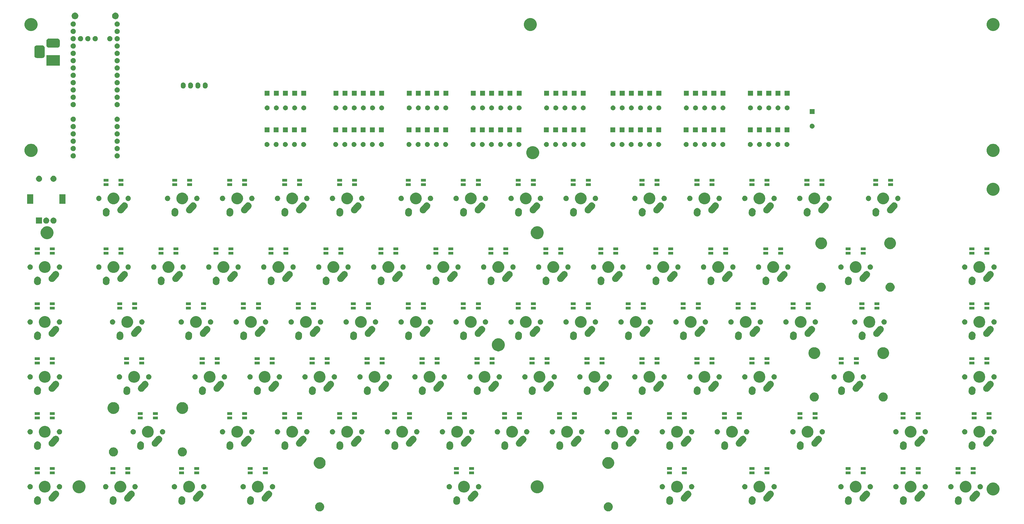
<source format=gbr>
G04 #@! TF.GenerationSoftware,KiCad,Pcbnew,(5.1.4)-1*
G04 #@! TF.CreationDate,2020-12-10T19:51:00+01:00*
G04 #@! TF.ProjectId,CZTKeyRev0,435a544b-6579-4526-9576-302e6b696361,rev?*
G04 #@! TF.SameCoordinates,Original*
G04 #@! TF.FileFunction,Soldermask,Bot*
G04 #@! TF.FilePolarity,Negative*
%FSLAX46Y46*%
G04 Gerber Fmt 4.6, Leading zero omitted, Abs format (unit mm)*
G04 Created by KiCad (PCBNEW (5.1.4)-1) date 2020-12-10 19:51:00*
%MOMM*%
%LPD*%
G04 APERTURE LIST*
%ADD10C,0.100000*%
G04 APERTURE END LIST*
D10*
G36*
X197030360Y-186391233D02*
G01*
X197303311Y-186445526D01*
X197404548Y-186487460D01*
X197589941Y-186564252D01*
X197624149Y-186587109D01*
X197847904Y-186736617D01*
X198067283Y-186955996D01*
X198150392Y-187080378D01*
X198239648Y-187213959D01*
X198358374Y-187500590D01*
X198418900Y-187804875D01*
X198418900Y-188115125D01*
X198358374Y-188419410D01*
X198239648Y-188706041D01*
X198239647Y-188706042D01*
X198067283Y-188964004D01*
X197847904Y-189183383D01*
X197675539Y-189298553D01*
X197589941Y-189355748D01*
X197422037Y-189425296D01*
X197303311Y-189474474D01*
X197151167Y-189504737D01*
X196999025Y-189535000D01*
X196688775Y-189535000D01*
X196536633Y-189504737D01*
X196384489Y-189474474D01*
X196265763Y-189425296D01*
X196097859Y-189355748D01*
X196012261Y-189298553D01*
X195839896Y-189183383D01*
X195620517Y-188964004D01*
X195448153Y-188706042D01*
X195448152Y-188706041D01*
X195329426Y-188419410D01*
X195268900Y-188115125D01*
X195268900Y-187804875D01*
X195329426Y-187500590D01*
X195448152Y-187213959D01*
X195537408Y-187080378D01*
X195620517Y-186955996D01*
X195839896Y-186736617D01*
X196063651Y-186587109D01*
X196097859Y-186564252D01*
X196283252Y-186487460D01*
X196384489Y-186445526D01*
X196657440Y-186391233D01*
X196688775Y-186385000D01*
X196999025Y-186385000D01*
X197030360Y-186391233D01*
X197030360Y-186391233D01*
G37*
G36*
X97030560Y-186391233D02*
G01*
X97303511Y-186445526D01*
X97404748Y-186487460D01*
X97590141Y-186564252D01*
X97624349Y-186587109D01*
X97848104Y-186736617D01*
X98067483Y-186955996D01*
X98150592Y-187080378D01*
X98239848Y-187213959D01*
X98358574Y-187500590D01*
X98419100Y-187804875D01*
X98419100Y-188115125D01*
X98358574Y-188419410D01*
X98239848Y-188706041D01*
X98239847Y-188706042D01*
X98067483Y-188964004D01*
X97848104Y-189183383D01*
X97675739Y-189298553D01*
X97590141Y-189355748D01*
X97422237Y-189425296D01*
X97303511Y-189474474D01*
X97151367Y-189504737D01*
X96999225Y-189535000D01*
X96688975Y-189535000D01*
X96536833Y-189504737D01*
X96384689Y-189474474D01*
X96265963Y-189425296D01*
X96098059Y-189355748D01*
X96012461Y-189298553D01*
X95840096Y-189183383D01*
X95620717Y-188964004D01*
X95448353Y-188706042D01*
X95448352Y-188706041D01*
X95329626Y-188419410D01*
X95269100Y-188115125D01*
X95269100Y-187804875D01*
X95329626Y-187500590D01*
X95448352Y-187213959D01*
X95537608Y-187080378D01*
X95620717Y-186955996D01*
X95840096Y-186736617D01*
X96063851Y-186587109D01*
X96098059Y-186564252D01*
X96283452Y-186487460D01*
X96384689Y-186445526D01*
X96657640Y-186391233D01*
X96688975Y-186385000D01*
X96999225Y-186385000D01*
X97030560Y-186391233D01*
X97030560Y-186391233D01*
G37*
G36*
X318484730Y-184334624D02*
G01*
X318701255Y-184416961D01*
X318897557Y-184539959D01*
X319066090Y-184698889D01*
X319200380Y-184887645D01*
X319295265Y-185098973D01*
X319347098Y-185324751D01*
X319352188Y-185498277D01*
X319311407Y-186089591D01*
X319311296Y-186091204D01*
X319311000Y-186099804D01*
X319311000Y-186170827D01*
X319292118Y-186265753D01*
X319291456Y-186269357D01*
X319275376Y-186364730D01*
X319272915Y-186371203D01*
X319267159Y-186391228D01*
X319265807Y-186398027D01*
X319263157Y-186404424D01*
X319228763Y-186487460D01*
X319227411Y-186490864D01*
X319193038Y-186581255D01*
X319189364Y-186587119D01*
X319179813Y-186605635D01*
X319177158Y-186612045D01*
X319123343Y-186692585D01*
X319121423Y-186695551D01*
X319070041Y-186777557D01*
X319065289Y-186782596D01*
X319052311Y-186798893D01*
X319048463Y-186804652D01*
X318979997Y-186873118D01*
X318977476Y-186875715D01*
X318911111Y-186946090D01*
X318905478Y-186950098D01*
X318889556Y-186963559D01*
X318884656Y-186968459D01*
X318804152Y-187022250D01*
X318801202Y-187024284D01*
X318722355Y-187080380D01*
X318716033Y-187083219D01*
X318697810Y-187093306D01*
X318692045Y-187097158D01*
X318602535Y-187134234D01*
X318599372Y-187135599D01*
X318511027Y-187175265D01*
X318504275Y-187176815D01*
X318484438Y-187183152D01*
X318478027Y-187185807D01*
X318383050Y-187204699D01*
X318379599Y-187205438D01*
X318285249Y-187227098D01*
X318278341Y-187227301D01*
X318257630Y-187229647D01*
X318250826Y-187231000D01*
X318154027Y-187231000D01*
X318150363Y-187231054D01*
X318053698Y-187233889D01*
X318053697Y-187233889D01*
X318046882Y-187232740D01*
X318026100Y-187231000D01*
X318019173Y-187231000D01*
X317924246Y-187212118D01*
X317920642Y-187211456D01*
X317893781Y-187206927D01*
X317825270Y-187195376D01*
X317818797Y-187192915D01*
X317798772Y-187187159D01*
X317791973Y-187185807D01*
X317732522Y-187161181D01*
X317702540Y-187148763D01*
X317699136Y-187147411D01*
X317668224Y-187135656D01*
X317608745Y-187113038D01*
X317602881Y-187109364D01*
X317584365Y-187099813D01*
X317577955Y-187097158D01*
X317497415Y-187043343D01*
X317494449Y-187041423D01*
X317412443Y-186990041D01*
X317407404Y-186985289D01*
X317391107Y-186972311D01*
X317385348Y-186968463D01*
X317316882Y-186899997D01*
X317314285Y-186897476D01*
X317243910Y-186831111D01*
X317239902Y-186825478D01*
X317226441Y-186809556D01*
X317221541Y-186804656D01*
X317167750Y-186724152D01*
X317165716Y-186721202D01*
X317109620Y-186642355D01*
X317106781Y-186636033D01*
X317096693Y-186617808D01*
X317092842Y-186612045D01*
X317055766Y-186522535D01*
X317054401Y-186519372D01*
X317014735Y-186431027D01*
X317013185Y-186424275D01*
X317006848Y-186404438D01*
X317004193Y-186398027D01*
X316985301Y-186303050D01*
X316984562Y-186299599D01*
X316962902Y-186205249D01*
X316962699Y-186198340D01*
X316960353Y-186177630D01*
X316959000Y-186170826D01*
X316959000Y-186074015D01*
X316958947Y-186070415D01*
X316957812Y-186031723D01*
X316958705Y-186018774D01*
X316959000Y-186010204D01*
X316959000Y-185939173D01*
X316965396Y-185907019D01*
X316967500Y-185891248D01*
X317005762Y-185336455D01*
X317034624Y-185165270D01*
X317116962Y-184948745D01*
X317239959Y-184752443D01*
X317345912Y-184640088D01*
X317398888Y-184583910D01*
X317518991Y-184498464D01*
X317587645Y-184449620D01*
X317798973Y-184354735D01*
X318024751Y-184302901D01*
X318256302Y-184296110D01*
X318484730Y-184334624D01*
X318484730Y-184334624D01*
G37*
G36*
X49403530Y-184334624D02*
G01*
X49620055Y-184416961D01*
X49816357Y-184539959D01*
X49984890Y-184698889D01*
X50119180Y-184887645D01*
X50214065Y-185098973D01*
X50265898Y-185324751D01*
X50270988Y-185498277D01*
X50230207Y-186089591D01*
X50230096Y-186091204D01*
X50229800Y-186099804D01*
X50229800Y-186170827D01*
X50210918Y-186265753D01*
X50210256Y-186269357D01*
X50194176Y-186364730D01*
X50191715Y-186371203D01*
X50185959Y-186391228D01*
X50184607Y-186398027D01*
X50181957Y-186404424D01*
X50147563Y-186487460D01*
X50146211Y-186490864D01*
X50111838Y-186581255D01*
X50108164Y-186587119D01*
X50098613Y-186605635D01*
X50095958Y-186612045D01*
X50042143Y-186692585D01*
X50040223Y-186695551D01*
X49988841Y-186777557D01*
X49984089Y-186782596D01*
X49971111Y-186798893D01*
X49967263Y-186804652D01*
X49898797Y-186873118D01*
X49896276Y-186875715D01*
X49829911Y-186946090D01*
X49824278Y-186950098D01*
X49808356Y-186963559D01*
X49803456Y-186968459D01*
X49722952Y-187022250D01*
X49720002Y-187024284D01*
X49641155Y-187080380D01*
X49634833Y-187083219D01*
X49616610Y-187093306D01*
X49610845Y-187097158D01*
X49521335Y-187134234D01*
X49518172Y-187135599D01*
X49429827Y-187175265D01*
X49423075Y-187176815D01*
X49403238Y-187183152D01*
X49396827Y-187185807D01*
X49301850Y-187204699D01*
X49298399Y-187205438D01*
X49204049Y-187227098D01*
X49197141Y-187227301D01*
X49176430Y-187229647D01*
X49169626Y-187231000D01*
X49072827Y-187231000D01*
X49069163Y-187231054D01*
X48972498Y-187233889D01*
X48972497Y-187233889D01*
X48965682Y-187232740D01*
X48944900Y-187231000D01*
X48937973Y-187231000D01*
X48843046Y-187212118D01*
X48839442Y-187211456D01*
X48812581Y-187206927D01*
X48744070Y-187195376D01*
X48737597Y-187192915D01*
X48717572Y-187187159D01*
X48710773Y-187185807D01*
X48651322Y-187161181D01*
X48621340Y-187148763D01*
X48617936Y-187147411D01*
X48587024Y-187135656D01*
X48527545Y-187113038D01*
X48521681Y-187109364D01*
X48503165Y-187099813D01*
X48496755Y-187097158D01*
X48416215Y-187043343D01*
X48413249Y-187041423D01*
X48331243Y-186990041D01*
X48326204Y-186985289D01*
X48309907Y-186972311D01*
X48304148Y-186968463D01*
X48235682Y-186899997D01*
X48233085Y-186897476D01*
X48162710Y-186831111D01*
X48158702Y-186825478D01*
X48145241Y-186809556D01*
X48140341Y-186804656D01*
X48086550Y-186724152D01*
X48084516Y-186721202D01*
X48028420Y-186642355D01*
X48025581Y-186636033D01*
X48015493Y-186617808D01*
X48011642Y-186612045D01*
X47974566Y-186522535D01*
X47973201Y-186519372D01*
X47933535Y-186431027D01*
X47931985Y-186424275D01*
X47925648Y-186404438D01*
X47922993Y-186398027D01*
X47904101Y-186303050D01*
X47903362Y-186299599D01*
X47881702Y-186205249D01*
X47881499Y-186198340D01*
X47879153Y-186177630D01*
X47877800Y-186170826D01*
X47877800Y-186074015D01*
X47877747Y-186070415D01*
X47876612Y-186031723D01*
X47877505Y-186018774D01*
X47877800Y-186010204D01*
X47877800Y-185939173D01*
X47884196Y-185907019D01*
X47886300Y-185891248D01*
X47924562Y-185336455D01*
X47953424Y-185165270D01*
X48035762Y-184948745D01*
X48158759Y-184752443D01*
X48264712Y-184640088D01*
X48317688Y-184583910D01*
X48437791Y-184498464D01*
X48506445Y-184449620D01*
X48717773Y-184354735D01*
X48943551Y-184302901D01*
X49175102Y-184296110D01*
X49403530Y-184334624D01*
X49403530Y-184334624D01*
G37*
G36*
X-602770Y-184334624D02*
G01*
X-386245Y-184416961D01*
X-189943Y-184539959D01*
X-21410Y-184698889D01*
X112880Y-184887645D01*
X207765Y-185098973D01*
X259598Y-185324751D01*
X264688Y-185498277D01*
X223907Y-186089591D01*
X223796Y-186091204D01*
X223500Y-186099804D01*
X223500Y-186170827D01*
X204618Y-186265753D01*
X203956Y-186269357D01*
X187876Y-186364730D01*
X185415Y-186371203D01*
X179659Y-186391228D01*
X178307Y-186398027D01*
X175657Y-186404424D01*
X141263Y-186487460D01*
X139911Y-186490864D01*
X105538Y-186581255D01*
X101864Y-186587119D01*
X92313Y-186605635D01*
X89658Y-186612045D01*
X35843Y-186692585D01*
X33923Y-186695551D01*
X-17459Y-186777557D01*
X-22211Y-186782596D01*
X-35189Y-186798893D01*
X-39037Y-186804652D01*
X-107503Y-186873118D01*
X-110024Y-186875715D01*
X-176389Y-186946090D01*
X-182022Y-186950098D01*
X-197944Y-186963559D01*
X-202844Y-186968459D01*
X-283348Y-187022250D01*
X-286298Y-187024284D01*
X-365145Y-187080380D01*
X-371467Y-187083219D01*
X-389690Y-187093306D01*
X-395455Y-187097158D01*
X-484965Y-187134234D01*
X-488128Y-187135599D01*
X-576473Y-187175265D01*
X-583225Y-187176815D01*
X-603062Y-187183152D01*
X-609473Y-187185807D01*
X-704450Y-187204699D01*
X-707901Y-187205438D01*
X-802251Y-187227098D01*
X-809159Y-187227301D01*
X-829870Y-187229647D01*
X-836674Y-187231000D01*
X-933473Y-187231000D01*
X-937137Y-187231054D01*
X-1033802Y-187233889D01*
X-1033803Y-187233889D01*
X-1040618Y-187232740D01*
X-1061400Y-187231000D01*
X-1068327Y-187231000D01*
X-1163254Y-187212118D01*
X-1166858Y-187211456D01*
X-1193719Y-187206927D01*
X-1262230Y-187195376D01*
X-1268703Y-187192915D01*
X-1288728Y-187187159D01*
X-1295527Y-187185807D01*
X-1354978Y-187161181D01*
X-1384960Y-187148763D01*
X-1388364Y-187147411D01*
X-1419276Y-187135656D01*
X-1478755Y-187113038D01*
X-1484619Y-187109364D01*
X-1503135Y-187099813D01*
X-1509545Y-187097158D01*
X-1590085Y-187043343D01*
X-1593051Y-187041423D01*
X-1675057Y-186990041D01*
X-1680096Y-186985289D01*
X-1696393Y-186972311D01*
X-1702152Y-186968463D01*
X-1770618Y-186899997D01*
X-1773215Y-186897476D01*
X-1843590Y-186831111D01*
X-1847598Y-186825478D01*
X-1861059Y-186809556D01*
X-1865959Y-186804656D01*
X-1919750Y-186724152D01*
X-1921784Y-186721202D01*
X-1977880Y-186642355D01*
X-1980719Y-186636033D01*
X-1990807Y-186617808D01*
X-1994658Y-186612045D01*
X-2031734Y-186522535D01*
X-2033099Y-186519372D01*
X-2072765Y-186431027D01*
X-2074315Y-186424275D01*
X-2080652Y-186404438D01*
X-2083307Y-186398027D01*
X-2102199Y-186303050D01*
X-2102938Y-186299599D01*
X-2124598Y-186205249D01*
X-2124801Y-186198340D01*
X-2127147Y-186177630D01*
X-2128500Y-186170826D01*
X-2128500Y-186074015D01*
X-2128553Y-186070415D01*
X-2129688Y-186031723D01*
X-2128795Y-186018774D01*
X-2128500Y-186010204D01*
X-2128500Y-185939173D01*
X-2122104Y-185907019D01*
X-2120000Y-185891248D01*
X-2081738Y-185336455D01*
X-2052876Y-185165270D01*
X-1970538Y-184948745D01*
X-1847541Y-184752443D01*
X-1741588Y-184640088D01*
X-1688612Y-184583910D01*
X-1568509Y-184498464D01*
X-1499855Y-184449620D01*
X-1288527Y-184354735D01*
X-1062749Y-184302901D01*
X-831198Y-184296110D01*
X-602770Y-184334624D01*
X-602770Y-184334624D01*
G37*
G36*
X144653730Y-184334624D02*
G01*
X144870255Y-184416961D01*
X145066557Y-184539959D01*
X145235090Y-184698889D01*
X145369380Y-184887645D01*
X145464265Y-185098973D01*
X145516098Y-185324751D01*
X145521188Y-185498277D01*
X145480407Y-186089591D01*
X145480296Y-186091204D01*
X145480000Y-186099804D01*
X145480000Y-186170827D01*
X145461118Y-186265753D01*
X145460456Y-186269357D01*
X145444376Y-186364730D01*
X145441915Y-186371203D01*
X145436159Y-186391228D01*
X145434807Y-186398027D01*
X145432157Y-186404424D01*
X145397763Y-186487460D01*
X145396411Y-186490864D01*
X145362038Y-186581255D01*
X145358364Y-186587119D01*
X145348813Y-186605635D01*
X145346158Y-186612045D01*
X145292343Y-186692585D01*
X145290423Y-186695551D01*
X145239041Y-186777557D01*
X145234289Y-186782596D01*
X145221311Y-186798893D01*
X145217463Y-186804652D01*
X145148997Y-186873118D01*
X145146476Y-186875715D01*
X145080111Y-186946090D01*
X145074478Y-186950098D01*
X145058556Y-186963559D01*
X145053656Y-186968459D01*
X144973152Y-187022250D01*
X144970202Y-187024284D01*
X144891355Y-187080380D01*
X144885033Y-187083219D01*
X144866810Y-187093306D01*
X144861045Y-187097158D01*
X144771535Y-187134234D01*
X144768372Y-187135599D01*
X144680027Y-187175265D01*
X144673275Y-187176815D01*
X144653438Y-187183152D01*
X144647027Y-187185807D01*
X144552050Y-187204699D01*
X144548599Y-187205438D01*
X144454249Y-187227098D01*
X144447341Y-187227301D01*
X144426630Y-187229647D01*
X144419826Y-187231000D01*
X144323027Y-187231000D01*
X144319363Y-187231054D01*
X144222698Y-187233889D01*
X144222697Y-187233889D01*
X144215882Y-187232740D01*
X144195100Y-187231000D01*
X144188173Y-187231000D01*
X144093246Y-187212118D01*
X144089642Y-187211456D01*
X144062781Y-187206927D01*
X143994270Y-187195376D01*
X143987797Y-187192915D01*
X143967772Y-187187159D01*
X143960973Y-187185807D01*
X143901522Y-187161181D01*
X143871540Y-187148763D01*
X143868136Y-187147411D01*
X143837224Y-187135656D01*
X143777745Y-187113038D01*
X143771881Y-187109364D01*
X143753365Y-187099813D01*
X143746955Y-187097158D01*
X143666415Y-187043343D01*
X143663449Y-187041423D01*
X143581443Y-186990041D01*
X143576404Y-186985289D01*
X143560107Y-186972311D01*
X143554348Y-186968463D01*
X143485882Y-186899997D01*
X143483285Y-186897476D01*
X143412910Y-186831111D01*
X143408902Y-186825478D01*
X143395441Y-186809556D01*
X143390541Y-186804656D01*
X143336750Y-186724152D01*
X143334716Y-186721202D01*
X143278620Y-186642355D01*
X143275781Y-186636033D01*
X143265693Y-186617808D01*
X143261842Y-186612045D01*
X143224766Y-186522535D01*
X143223401Y-186519372D01*
X143183735Y-186431027D01*
X143182185Y-186424275D01*
X143175848Y-186404438D01*
X143173193Y-186398027D01*
X143154301Y-186303050D01*
X143153562Y-186299599D01*
X143131902Y-186205249D01*
X143131699Y-186198340D01*
X143129353Y-186177630D01*
X143128000Y-186170826D01*
X143128000Y-186074015D01*
X143127947Y-186070415D01*
X143126812Y-186031723D01*
X143127705Y-186018774D01*
X143128000Y-186010204D01*
X143128000Y-185939173D01*
X143134396Y-185907019D01*
X143136500Y-185891248D01*
X143174762Y-185336455D01*
X143203624Y-185165270D01*
X143285962Y-184948745D01*
X143408959Y-184752443D01*
X143514912Y-184640088D01*
X143567888Y-184583910D01*
X143687991Y-184498464D01*
X143756645Y-184449620D01*
X143967973Y-184354735D01*
X144193751Y-184302901D01*
X144425302Y-184296110D01*
X144653730Y-184334624D01*
X144653730Y-184334624D01*
G37*
G36*
X280384730Y-184334624D02*
G01*
X280601255Y-184416961D01*
X280797557Y-184539959D01*
X280966090Y-184698889D01*
X281100380Y-184887645D01*
X281195265Y-185098973D01*
X281247098Y-185324751D01*
X281252188Y-185498277D01*
X281211407Y-186089591D01*
X281211296Y-186091204D01*
X281211000Y-186099804D01*
X281211000Y-186170827D01*
X281192118Y-186265753D01*
X281191456Y-186269357D01*
X281175376Y-186364730D01*
X281172915Y-186371203D01*
X281167159Y-186391228D01*
X281165807Y-186398027D01*
X281163157Y-186404424D01*
X281128763Y-186487460D01*
X281127411Y-186490864D01*
X281093038Y-186581255D01*
X281089364Y-186587119D01*
X281079813Y-186605635D01*
X281077158Y-186612045D01*
X281023343Y-186692585D01*
X281021423Y-186695551D01*
X280970041Y-186777557D01*
X280965289Y-186782596D01*
X280952311Y-186798893D01*
X280948463Y-186804652D01*
X280879997Y-186873118D01*
X280877476Y-186875715D01*
X280811111Y-186946090D01*
X280805478Y-186950098D01*
X280789556Y-186963559D01*
X280784656Y-186968459D01*
X280704152Y-187022250D01*
X280701202Y-187024284D01*
X280622355Y-187080380D01*
X280616033Y-187083219D01*
X280597810Y-187093306D01*
X280592045Y-187097158D01*
X280502535Y-187134234D01*
X280499372Y-187135599D01*
X280411027Y-187175265D01*
X280404275Y-187176815D01*
X280384438Y-187183152D01*
X280378027Y-187185807D01*
X280283050Y-187204699D01*
X280279599Y-187205438D01*
X280185249Y-187227098D01*
X280178341Y-187227301D01*
X280157630Y-187229647D01*
X280150826Y-187231000D01*
X280054027Y-187231000D01*
X280050363Y-187231054D01*
X279953698Y-187233889D01*
X279953697Y-187233889D01*
X279946882Y-187232740D01*
X279926100Y-187231000D01*
X279919173Y-187231000D01*
X279824246Y-187212118D01*
X279820642Y-187211456D01*
X279793781Y-187206927D01*
X279725270Y-187195376D01*
X279718797Y-187192915D01*
X279698772Y-187187159D01*
X279691973Y-187185807D01*
X279632522Y-187161181D01*
X279602540Y-187148763D01*
X279599136Y-187147411D01*
X279568224Y-187135656D01*
X279508745Y-187113038D01*
X279502881Y-187109364D01*
X279484365Y-187099813D01*
X279477955Y-187097158D01*
X279397415Y-187043343D01*
X279394449Y-187041423D01*
X279312443Y-186990041D01*
X279307404Y-186985289D01*
X279291107Y-186972311D01*
X279285348Y-186968463D01*
X279216882Y-186899997D01*
X279214285Y-186897476D01*
X279143910Y-186831111D01*
X279139902Y-186825478D01*
X279126441Y-186809556D01*
X279121541Y-186804656D01*
X279067750Y-186724152D01*
X279065716Y-186721202D01*
X279009620Y-186642355D01*
X279006781Y-186636033D01*
X278996693Y-186617808D01*
X278992842Y-186612045D01*
X278955766Y-186522535D01*
X278954401Y-186519372D01*
X278914735Y-186431027D01*
X278913185Y-186424275D01*
X278906848Y-186404438D01*
X278904193Y-186398027D01*
X278885301Y-186303050D01*
X278884562Y-186299599D01*
X278862902Y-186205249D01*
X278862699Y-186198340D01*
X278860353Y-186177630D01*
X278859000Y-186170826D01*
X278859000Y-186074015D01*
X278858947Y-186070415D01*
X278857812Y-186031723D01*
X278858705Y-186018774D01*
X278859000Y-186010204D01*
X278859000Y-185939173D01*
X278865396Y-185907019D01*
X278867500Y-185891248D01*
X278905762Y-185336455D01*
X278934624Y-185165270D01*
X279016962Y-184948745D01*
X279139959Y-184752443D01*
X279245912Y-184640088D01*
X279298888Y-184583910D01*
X279418991Y-184498464D01*
X279487645Y-184449620D01*
X279698973Y-184354735D01*
X279924751Y-184302901D01*
X280156302Y-184296110D01*
X280384730Y-184334624D01*
X280384730Y-184334624D01*
G37*
G36*
X299434730Y-184334624D02*
G01*
X299651255Y-184416961D01*
X299847557Y-184539959D01*
X300016090Y-184698889D01*
X300150380Y-184887645D01*
X300245265Y-185098973D01*
X300297098Y-185324751D01*
X300302188Y-185498277D01*
X300261407Y-186089591D01*
X300261296Y-186091204D01*
X300261000Y-186099804D01*
X300261000Y-186170827D01*
X300242118Y-186265753D01*
X300241456Y-186269357D01*
X300225376Y-186364730D01*
X300222915Y-186371203D01*
X300217159Y-186391228D01*
X300215807Y-186398027D01*
X300213157Y-186404424D01*
X300178763Y-186487460D01*
X300177411Y-186490864D01*
X300143038Y-186581255D01*
X300139364Y-186587119D01*
X300129813Y-186605635D01*
X300127158Y-186612045D01*
X300073343Y-186692585D01*
X300071423Y-186695551D01*
X300020041Y-186777557D01*
X300015289Y-186782596D01*
X300002311Y-186798893D01*
X299998463Y-186804652D01*
X299929997Y-186873118D01*
X299927476Y-186875715D01*
X299861111Y-186946090D01*
X299855478Y-186950098D01*
X299839556Y-186963559D01*
X299834656Y-186968459D01*
X299754152Y-187022250D01*
X299751202Y-187024284D01*
X299672355Y-187080380D01*
X299666033Y-187083219D01*
X299647810Y-187093306D01*
X299642045Y-187097158D01*
X299552535Y-187134234D01*
X299549372Y-187135599D01*
X299461027Y-187175265D01*
X299454275Y-187176815D01*
X299434438Y-187183152D01*
X299428027Y-187185807D01*
X299333050Y-187204699D01*
X299329599Y-187205438D01*
X299235249Y-187227098D01*
X299228341Y-187227301D01*
X299207630Y-187229647D01*
X299200826Y-187231000D01*
X299104027Y-187231000D01*
X299100363Y-187231054D01*
X299003698Y-187233889D01*
X299003697Y-187233889D01*
X298996882Y-187232740D01*
X298976100Y-187231000D01*
X298969173Y-187231000D01*
X298874246Y-187212118D01*
X298870642Y-187211456D01*
X298843781Y-187206927D01*
X298775270Y-187195376D01*
X298768797Y-187192915D01*
X298748772Y-187187159D01*
X298741973Y-187185807D01*
X298682522Y-187161181D01*
X298652540Y-187148763D01*
X298649136Y-187147411D01*
X298618224Y-187135656D01*
X298558745Y-187113038D01*
X298552881Y-187109364D01*
X298534365Y-187099813D01*
X298527955Y-187097158D01*
X298447415Y-187043343D01*
X298444449Y-187041423D01*
X298362443Y-186990041D01*
X298357404Y-186985289D01*
X298341107Y-186972311D01*
X298335348Y-186968463D01*
X298266882Y-186899997D01*
X298264285Y-186897476D01*
X298193910Y-186831111D01*
X298189902Y-186825478D01*
X298176441Y-186809556D01*
X298171541Y-186804656D01*
X298117750Y-186724152D01*
X298115716Y-186721202D01*
X298059620Y-186642355D01*
X298056781Y-186636033D01*
X298046693Y-186617808D01*
X298042842Y-186612045D01*
X298005766Y-186522535D01*
X298004401Y-186519372D01*
X297964735Y-186431027D01*
X297963185Y-186424275D01*
X297956848Y-186404438D01*
X297954193Y-186398027D01*
X297935301Y-186303050D01*
X297934562Y-186299599D01*
X297912902Y-186205249D01*
X297912699Y-186198340D01*
X297910353Y-186177630D01*
X297909000Y-186170826D01*
X297909000Y-186074015D01*
X297908947Y-186070415D01*
X297907812Y-186031723D01*
X297908705Y-186018774D01*
X297909000Y-186010204D01*
X297909000Y-185939173D01*
X297915396Y-185907019D01*
X297917500Y-185891248D01*
X297955762Y-185336455D01*
X297984624Y-185165270D01*
X298066962Y-184948745D01*
X298189959Y-184752443D01*
X298295912Y-184640088D01*
X298348888Y-184583910D01*
X298468991Y-184498464D01*
X298537645Y-184449620D01*
X298748973Y-184354735D01*
X298974751Y-184302901D01*
X299206302Y-184296110D01*
X299434730Y-184334624D01*
X299434730Y-184334624D01*
G37*
G36*
X247047730Y-184334624D02*
G01*
X247264255Y-184416961D01*
X247460557Y-184539959D01*
X247629090Y-184698889D01*
X247763380Y-184887645D01*
X247858265Y-185098973D01*
X247910098Y-185324751D01*
X247915188Y-185498277D01*
X247874407Y-186089591D01*
X247874296Y-186091204D01*
X247874000Y-186099804D01*
X247874000Y-186170827D01*
X247855118Y-186265753D01*
X247854456Y-186269357D01*
X247838376Y-186364730D01*
X247835915Y-186371203D01*
X247830159Y-186391228D01*
X247828807Y-186398027D01*
X247826157Y-186404424D01*
X247791763Y-186487460D01*
X247790411Y-186490864D01*
X247756038Y-186581255D01*
X247752364Y-186587119D01*
X247742813Y-186605635D01*
X247740158Y-186612045D01*
X247686343Y-186692585D01*
X247684423Y-186695551D01*
X247633041Y-186777557D01*
X247628289Y-186782596D01*
X247615311Y-186798893D01*
X247611463Y-186804652D01*
X247542997Y-186873118D01*
X247540476Y-186875715D01*
X247474111Y-186946090D01*
X247468478Y-186950098D01*
X247452556Y-186963559D01*
X247447656Y-186968459D01*
X247367152Y-187022250D01*
X247364202Y-187024284D01*
X247285355Y-187080380D01*
X247279033Y-187083219D01*
X247260810Y-187093306D01*
X247255045Y-187097158D01*
X247165535Y-187134234D01*
X247162372Y-187135599D01*
X247074027Y-187175265D01*
X247067275Y-187176815D01*
X247047438Y-187183152D01*
X247041027Y-187185807D01*
X246946050Y-187204699D01*
X246942599Y-187205438D01*
X246848249Y-187227098D01*
X246841341Y-187227301D01*
X246820630Y-187229647D01*
X246813826Y-187231000D01*
X246717027Y-187231000D01*
X246713363Y-187231054D01*
X246616698Y-187233889D01*
X246616697Y-187233889D01*
X246609882Y-187232740D01*
X246589100Y-187231000D01*
X246582173Y-187231000D01*
X246487246Y-187212118D01*
X246483642Y-187211456D01*
X246456781Y-187206927D01*
X246388270Y-187195376D01*
X246381797Y-187192915D01*
X246361772Y-187187159D01*
X246354973Y-187185807D01*
X246295522Y-187161181D01*
X246265540Y-187148763D01*
X246262136Y-187147411D01*
X246231224Y-187135656D01*
X246171745Y-187113038D01*
X246165881Y-187109364D01*
X246147365Y-187099813D01*
X246140955Y-187097158D01*
X246060415Y-187043343D01*
X246057449Y-187041423D01*
X245975443Y-186990041D01*
X245970404Y-186985289D01*
X245954107Y-186972311D01*
X245948348Y-186968463D01*
X245879882Y-186899997D01*
X245877285Y-186897476D01*
X245806910Y-186831111D01*
X245802902Y-186825478D01*
X245789441Y-186809556D01*
X245784541Y-186804656D01*
X245730750Y-186724152D01*
X245728716Y-186721202D01*
X245672620Y-186642355D01*
X245669781Y-186636033D01*
X245659693Y-186617808D01*
X245655842Y-186612045D01*
X245618766Y-186522535D01*
X245617401Y-186519372D01*
X245577735Y-186431027D01*
X245576185Y-186424275D01*
X245569848Y-186404438D01*
X245567193Y-186398027D01*
X245548301Y-186303050D01*
X245547562Y-186299599D01*
X245525902Y-186205249D01*
X245525699Y-186198340D01*
X245523353Y-186177630D01*
X245522000Y-186170826D01*
X245522000Y-186074015D01*
X245521947Y-186070415D01*
X245520812Y-186031723D01*
X245521705Y-186018774D01*
X245522000Y-186010204D01*
X245522000Y-185939173D01*
X245528396Y-185907019D01*
X245530500Y-185891248D01*
X245568762Y-185336455D01*
X245597624Y-185165270D01*
X245679962Y-184948745D01*
X245802959Y-184752443D01*
X245908912Y-184640088D01*
X245961888Y-184583910D01*
X246081991Y-184498464D01*
X246150645Y-184449620D01*
X246361973Y-184354735D01*
X246587751Y-184302901D01*
X246819302Y-184296110D01*
X247047730Y-184334624D01*
X247047730Y-184334624D01*
G37*
G36*
X25590930Y-184334624D02*
G01*
X25807455Y-184416961D01*
X26003757Y-184539959D01*
X26172290Y-184698889D01*
X26306580Y-184887645D01*
X26401465Y-185098973D01*
X26453298Y-185324751D01*
X26458388Y-185498277D01*
X26417607Y-186089591D01*
X26417496Y-186091204D01*
X26417200Y-186099804D01*
X26417200Y-186170827D01*
X26398318Y-186265753D01*
X26397656Y-186269357D01*
X26381576Y-186364730D01*
X26379115Y-186371203D01*
X26373359Y-186391228D01*
X26372007Y-186398027D01*
X26369357Y-186404424D01*
X26334963Y-186487460D01*
X26333611Y-186490864D01*
X26299238Y-186581255D01*
X26295564Y-186587119D01*
X26286013Y-186605635D01*
X26283358Y-186612045D01*
X26229543Y-186692585D01*
X26227623Y-186695551D01*
X26176241Y-186777557D01*
X26171489Y-186782596D01*
X26158511Y-186798893D01*
X26154663Y-186804652D01*
X26086197Y-186873118D01*
X26083676Y-186875715D01*
X26017311Y-186946090D01*
X26011678Y-186950098D01*
X25995756Y-186963559D01*
X25990856Y-186968459D01*
X25910352Y-187022250D01*
X25907402Y-187024284D01*
X25828555Y-187080380D01*
X25822233Y-187083219D01*
X25804010Y-187093306D01*
X25798245Y-187097158D01*
X25708735Y-187134234D01*
X25705572Y-187135599D01*
X25617227Y-187175265D01*
X25610475Y-187176815D01*
X25590638Y-187183152D01*
X25584227Y-187185807D01*
X25489250Y-187204699D01*
X25485799Y-187205438D01*
X25391449Y-187227098D01*
X25384541Y-187227301D01*
X25363830Y-187229647D01*
X25357026Y-187231000D01*
X25260227Y-187231000D01*
X25256563Y-187231054D01*
X25159898Y-187233889D01*
X25159897Y-187233889D01*
X25153082Y-187232740D01*
X25132300Y-187231000D01*
X25125373Y-187231000D01*
X25030446Y-187212118D01*
X25026842Y-187211456D01*
X24999981Y-187206927D01*
X24931470Y-187195376D01*
X24924997Y-187192915D01*
X24904972Y-187187159D01*
X24898173Y-187185807D01*
X24838722Y-187161181D01*
X24808740Y-187148763D01*
X24805336Y-187147411D01*
X24774424Y-187135656D01*
X24714945Y-187113038D01*
X24709081Y-187109364D01*
X24690565Y-187099813D01*
X24684155Y-187097158D01*
X24603615Y-187043343D01*
X24600649Y-187041423D01*
X24518643Y-186990041D01*
X24513604Y-186985289D01*
X24497307Y-186972311D01*
X24491548Y-186968463D01*
X24423082Y-186899997D01*
X24420485Y-186897476D01*
X24350110Y-186831111D01*
X24346102Y-186825478D01*
X24332641Y-186809556D01*
X24327741Y-186804656D01*
X24273950Y-186724152D01*
X24271916Y-186721202D01*
X24215820Y-186642355D01*
X24212981Y-186636033D01*
X24202893Y-186617808D01*
X24199042Y-186612045D01*
X24161966Y-186522535D01*
X24160601Y-186519372D01*
X24120935Y-186431027D01*
X24119385Y-186424275D01*
X24113048Y-186404438D01*
X24110393Y-186398027D01*
X24091501Y-186303050D01*
X24090762Y-186299599D01*
X24069102Y-186205249D01*
X24068899Y-186198340D01*
X24066553Y-186177630D01*
X24065200Y-186170826D01*
X24065200Y-186074015D01*
X24065147Y-186070415D01*
X24064012Y-186031723D01*
X24064905Y-186018774D01*
X24065200Y-186010204D01*
X24065200Y-185939173D01*
X24071596Y-185907019D01*
X24073700Y-185891248D01*
X24111962Y-185336455D01*
X24140824Y-185165270D01*
X24223162Y-184948745D01*
X24346159Y-184752443D01*
X24452112Y-184640088D01*
X24505088Y-184583910D01*
X24625191Y-184498464D01*
X24693845Y-184449620D01*
X24905173Y-184354735D01*
X25130951Y-184302901D01*
X25362502Y-184296110D01*
X25590930Y-184334624D01*
X25590930Y-184334624D01*
G37*
G36*
X218471730Y-184334624D02*
G01*
X218688255Y-184416961D01*
X218884557Y-184539959D01*
X219053090Y-184698889D01*
X219187380Y-184887645D01*
X219282265Y-185098973D01*
X219334098Y-185324751D01*
X219339188Y-185498277D01*
X219298407Y-186089591D01*
X219298296Y-186091204D01*
X219298000Y-186099804D01*
X219298000Y-186170827D01*
X219279118Y-186265753D01*
X219278456Y-186269357D01*
X219262376Y-186364730D01*
X219259915Y-186371203D01*
X219254159Y-186391228D01*
X219252807Y-186398027D01*
X219250157Y-186404424D01*
X219215763Y-186487460D01*
X219214411Y-186490864D01*
X219180038Y-186581255D01*
X219176364Y-186587119D01*
X219166813Y-186605635D01*
X219164158Y-186612045D01*
X219110343Y-186692585D01*
X219108423Y-186695551D01*
X219057041Y-186777557D01*
X219052289Y-186782596D01*
X219039311Y-186798893D01*
X219035463Y-186804652D01*
X218966997Y-186873118D01*
X218964476Y-186875715D01*
X218898111Y-186946090D01*
X218892478Y-186950098D01*
X218876556Y-186963559D01*
X218871656Y-186968459D01*
X218791152Y-187022250D01*
X218788202Y-187024284D01*
X218709355Y-187080380D01*
X218703033Y-187083219D01*
X218684810Y-187093306D01*
X218679045Y-187097158D01*
X218589535Y-187134234D01*
X218586372Y-187135599D01*
X218498027Y-187175265D01*
X218491275Y-187176815D01*
X218471438Y-187183152D01*
X218465027Y-187185807D01*
X218370050Y-187204699D01*
X218366599Y-187205438D01*
X218272249Y-187227098D01*
X218265341Y-187227301D01*
X218244630Y-187229647D01*
X218237826Y-187231000D01*
X218141027Y-187231000D01*
X218137363Y-187231054D01*
X218040698Y-187233889D01*
X218040697Y-187233889D01*
X218033882Y-187232740D01*
X218013100Y-187231000D01*
X218006173Y-187231000D01*
X217911246Y-187212118D01*
X217907642Y-187211456D01*
X217880781Y-187206927D01*
X217812270Y-187195376D01*
X217805797Y-187192915D01*
X217785772Y-187187159D01*
X217778973Y-187185807D01*
X217719522Y-187161181D01*
X217689540Y-187148763D01*
X217686136Y-187147411D01*
X217655224Y-187135656D01*
X217595745Y-187113038D01*
X217589881Y-187109364D01*
X217571365Y-187099813D01*
X217564955Y-187097158D01*
X217484415Y-187043343D01*
X217481449Y-187041423D01*
X217399443Y-186990041D01*
X217394404Y-186985289D01*
X217378107Y-186972311D01*
X217372348Y-186968463D01*
X217303882Y-186899997D01*
X217301285Y-186897476D01*
X217230910Y-186831111D01*
X217226902Y-186825478D01*
X217213441Y-186809556D01*
X217208541Y-186804656D01*
X217154750Y-186724152D01*
X217152716Y-186721202D01*
X217096620Y-186642355D01*
X217093781Y-186636033D01*
X217083693Y-186617808D01*
X217079842Y-186612045D01*
X217042766Y-186522535D01*
X217041401Y-186519372D01*
X217001735Y-186431027D01*
X217000185Y-186424275D01*
X216993848Y-186404438D01*
X216991193Y-186398027D01*
X216972301Y-186303050D01*
X216971562Y-186299599D01*
X216949902Y-186205249D01*
X216949699Y-186198340D01*
X216947353Y-186177630D01*
X216946000Y-186170826D01*
X216946000Y-186074015D01*
X216945947Y-186070415D01*
X216944812Y-186031723D01*
X216945705Y-186018774D01*
X216946000Y-186010204D01*
X216946000Y-185939173D01*
X216952396Y-185907019D01*
X216954500Y-185891248D01*
X216992762Y-185336455D01*
X217021624Y-185165270D01*
X217103962Y-184948745D01*
X217226959Y-184752443D01*
X217332912Y-184640088D01*
X217385888Y-184583910D01*
X217505991Y-184498464D01*
X217574645Y-184449620D01*
X217785973Y-184354735D01*
X218011751Y-184302901D01*
X218243302Y-184296110D01*
X218471730Y-184334624D01*
X218471730Y-184334624D01*
G37*
G36*
X73215930Y-184334624D02*
G01*
X73432455Y-184416961D01*
X73628757Y-184539959D01*
X73797290Y-184698889D01*
X73931580Y-184887645D01*
X74026465Y-185098973D01*
X74078298Y-185324751D01*
X74083388Y-185498277D01*
X74042607Y-186089591D01*
X74042496Y-186091204D01*
X74042200Y-186099804D01*
X74042200Y-186170827D01*
X74023318Y-186265753D01*
X74022656Y-186269357D01*
X74006576Y-186364730D01*
X74004115Y-186371203D01*
X73998359Y-186391228D01*
X73997007Y-186398027D01*
X73994357Y-186404424D01*
X73959963Y-186487460D01*
X73958611Y-186490864D01*
X73924238Y-186581255D01*
X73920564Y-186587119D01*
X73911013Y-186605635D01*
X73908358Y-186612045D01*
X73854543Y-186692585D01*
X73852623Y-186695551D01*
X73801241Y-186777557D01*
X73796489Y-186782596D01*
X73783511Y-186798893D01*
X73779663Y-186804652D01*
X73711197Y-186873118D01*
X73708676Y-186875715D01*
X73642311Y-186946090D01*
X73636678Y-186950098D01*
X73620756Y-186963559D01*
X73615856Y-186968459D01*
X73535352Y-187022250D01*
X73532402Y-187024284D01*
X73453555Y-187080380D01*
X73447233Y-187083219D01*
X73429010Y-187093306D01*
X73423245Y-187097158D01*
X73333735Y-187134234D01*
X73330572Y-187135599D01*
X73242227Y-187175265D01*
X73235475Y-187176815D01*
X73215638Y-187183152D01*
X73209227Y-187185807D01*
X73114250Y-187204699D01*
X73110799Y-187205438D01*
X73016449Y-187227098D01*
X73009541Y-187227301D01*
X72988830Y-187229647D01*
X72982026Y-187231000D01*
X72885227Y-187231000D01*
X72881563Y-187231054D01*
X72784898Y-187233889D01*
X72784897Y-187233889D01*
X72778082Y-187232740D01*
X72757300Y-187231000D01*
X72750373Y-187231000D01*
X72655446Y-187212118D01*
X72651842Y-187211456D01*
X72624981Y-187206927D01*
X72556470Y-187195376D01*
X72549997Y-187192915D01*
X72529972Y-187187159D01*
X72523173Y-187185807D01*
X72463722Y-187161181D01*
X72433740Y-187148763D01*
X72430336Y-187147411D01*
X72399424Y-187135656D01*
X72339945Y-187113038D01*
X72334081Y-187109364D01*
X72315565Y-187099813D01*
X72309155Y-187097158D01*
X72228615Y-187043343D01*
X72225649Y-187041423D01*
X72143643Y-186990041D01*
X72138604Y-186985289D01*
X72122307Y-186972311D01*
X72116548Y-186968463D01*
X72048082Y-186899997D01*
X72045485Y-186897476D01*
X71975110Y-186831111D01*
X71971102Y-186825478D01*
X71957641Y-186809556D01*
X71952741Y-186804656D01*
X71898950Y-186724152D01*
X71896916Y-186721202D01*
X71840820Y-186642355D01*
X71837981Y-186636033D01*
X71827893Y-186617808D01*
X71824042Y-186612045D01*
X71786966Y-186522535D01*
X71785601Y-186519372D01*
X71745935Y-186431027D01*
X71744385Y-186424275D01*
X71738048Y-186404438D01*
X71735393Y-186398027D01*
X71716501Y-186303050D01*
X71715762Y-186299599D01*
X71694102Y-186205249D01*
X71693899Y-186198340D01*
X71691553Y-186177630D01*
X71690200Y-186170826D01*
X71690200Y-186074015D01*
X71690147Y-186070415D01*
X71689012Y-186031723D01*
X71689905Y-186018774D01*
X71690200Y-186010204D01*
X71690200Y-185939173D01*
X71696596Y-185907019D01*
X71698700Y-185891248D01*
X71736962Y-185336455D01*
X71765824Y-185165270D01*
X71848162Y-184948745D01*
X71971159Y-184752443D01*
X72077112Y-184640088D01*
X72130088Y-184583910D01*
X72250191Y-184498464D01*
X72318845Y-184449620D01*
X72530173Y-184354735D01*
X72755951Y-184302901D01*
X72987502Y-184296110D01*
X73215930Y-184334624D01*
X73215930Y-184334624D01*
G37*
G36*
X324652530Y-182345246D02*
G01*
X324877519Y-182400407D01*
X324987973Y-182451972D01*
X325087421Y-182498398D01*
X325087423Y-182498400D01*
X325087424Y-182498400D01*
X325274177Y-182635461D01*
X325430603Y-182806321D01*
X325550689Y-183004417D01*
X325629823Y-183222134D01*
X325664961Y-183451104D01*
X325654754Y-183682531D01*
X325599593Y-183907520D01*
X325587466Y-183933496D01*
X325501602Y-184117421D01*
X325501600Y-184117423D01*
X325501600Y-184117424D01*
X325398886Y-184257378D01*
X324255176Y-185532045D01*
X324112215Y-185691375D01*
X324101320Y-185705409D01*
X324088461Y-185724654D01*
X324031418Y-185781697D01*
X324026768Y-185786606D01*
X324011721Y-185803376D01*
X323990309Y-185822979D01*
X323986328Y-185826787D01*
X323924656Y-185888459D01*
X323910850Y-185897684D01*
X323895892Y-185909418D01*
X323883674Y-185920604D01*
X323809204Y-185965748D01*
X323804557Y-185968707D01*
X323732045Y-186017158D01*
X323732044Y-186017159D01*
X323732043Y-186017159D01*
X323716708Y-186023511D01*
X323699751Y-186032099D01*
X323685581Y-186040689D01*
X323603711Y-186070446D01*
X323598605Y-186072431D01*
X323518027Y-186105807D01*
X323501748Y-186109045D01*
X323483453Y-186114157D01*
X323467864Y-186119823D01*
X323381715Y-186133044D01*
X323376338Y-186133991D01*
X323290827Y-186151000D01*
X323274233Y-186151000D01*
X323255290Y-186152445D01*
X323238893Y-186154961D01*
X323151794Y-186151120D01*
X323146354Y-186151000D01*
X323059172Y-186151000D01*
X323042903Y-186147764D01*
X323024044Y-186145485D01*
X323007468Y-186144754D01*
X322922777Y-186123990D01*
X322917482Y-186122816D01*
X322831973Y-186105807D01*
X322816638Y-186099455D01*
X322798599Y-186093545D01*
X322782479Y-186089593D01*
X322703503Y-186052723D01*
X322698506Y-186050523D01*
X322617955Y-186017158D01*
X322604159Y-186007940D01*
X322587603Y-185998616D01*
X322572575Y-185991600D01*
X322502320Y-185940039D01*
X322497808Y-185936878D01*
X322425344Y-185888459D01*
X322413617Y-185876732D01*
X322399191Y-185864351D01*
X322385821Y-185854539D01*
X322356927Y-185822979D01*
X322326979Y-185790267D01*
X322323171Y-185786286D01*
X322261542Y-185724657D01*
X322261540Y-185724654D01*
X322252326Y-185710865D01*
X322240592Y-185695907D01*
X322229394Y-185683676D01*
X322184218Y-185609152D01*
X322181285Y-185604544D01*
X322132842Y-185532045D01*
X322126495Y-185516722D01*
X322117906Y-185499764D01*
X322109309Y-185485583D01*
X322079532Y-185403658D01*
X322077553Y-185398565D01*
X322044193Y-185318027D01*
X322040958Y-185301763D01*
X322035846Y-185283468D01*
X322030175Y-185267866D01*
X322016945Y-185181658D01*
X322015999Y-185176287D01*
X321999000Y-185090827D01*
X321999000Y-185074248D01*
X321997555Y-185055306D01*
X321995037Y-185038895D01*
X321998881Y-184951751D01*
X321999000Y-184946311D01*
X321999000Y-184859175D01*
X322002234Y-184842917D01*
X322004512Y-184824059D01*
X322005244Y-184807470D01*
X322026008Y-184722778D01*
X322027192Y-184717442D01*
X322030883Y-184698889D01*
X322044193Y-184631973D01*
X322050538Y-184616654D01*
X322056454Y-184598596D01*
X322060405Y-184582481D01*
X322097288Y-184503477D01*
X322099480Y-184498497D01*
X322132842Y-184417955D01*
X322142052Y-184404172D01*
X322151382Y-184387605D01*
X322158397Y-184372578D01*
X322209965Y-184302314D01*
X322213126Y-184297802D01*
X322240137Y-184257378D01*
X322261541Y-184225344D01*
X322318547Y-184168338D01*
X322323183Y-184163444D01*
X322962338Y-183451104D01*
X323648276Y-182686624D01*
X323776318Y-182569400D01*
X323776317Y-182569400D01*
X323776321Y-182569397D01*
X323974416Y-182449311D01*
X324192133Y-182370177D01*
X324421104Y-182335039D01*
X324652530Y-182345246D01*
X324652530Y-182345246D01*
G37*
G36*
X224639530Y-182345246D02*
G01*
X224864519Y-182400407D01*
X224974973Y-182451972D01*
X225074421Y-182498398D01*
X225074423Y-182498400D01*
X225074424Y-182498400D01*
X225261177Y-182635461D01*
X225417603Y-182806321D01*
X225537689Y-183004417D01*
X225616823Y-183222134D01*
X225651961Y-183451104D01*
X225641754Y-183682531D01*
X225586593Y-183907520D01*
X225574466Y-183933496D01*
X225488602Y-184117421D01*
X225488600Y-184117423D01*
X225488600Y-184117424D01*
X225385886Y-184257378D01*
X224242176Y-185532045D01*
X224099215Y-185691375D01*
X224088320Y-185705409D01*
X224075461Y-185724654D01*
X224018418Y-185781697D01*
X224013768Y-185786606D01*
X223998721Y-185803376D01*
X223977309Y-185822979D01*
X223973328Y-185826787D01*
X223911656Y-185888459D01*
X223897850Y-185897684D01*
X223882892Y-185909418D01*
X223870674Y-185920604D01*
X223796204Y-185965748D01*
X223791557Y-185968707D01*
X223719045Y-186017158D01*
X223719044Y-186017159D01*
X223719043Y-186017159D01*
X223703708Y-186023511D01*
X223686751Y-186032099D01*
X223672581Y-186040689D01*
X223590711Y-186070446D01*
X223585605Y-186072431D01*
X223505027Y-186105807D01*
X223488748Y-186109045D01*
X223470453Y-186114157D01*
X223454864Y-186119823D01*
X223368715Y-186133044D01*
X223363338Y-186133991D01*
X223277827Y-186151000D01*
X223261233Y-186151000D01*
X223242290Y-186152445D01*
X223225893Y-186154961D01*
X223138794Y-186151120D01*
X223133354Y-186151000D01*
X223046172Y-186151000D01*
X223029903Y-186147764D01*
X223011044Y-186145485D01*
X222994468Y-186144754D01*
X222909777Y-186123990D01*
X222904482Y-186122816D01*
X222818973Y-186105807D01*
X222803638Y-186099455D01*
X222785599Y-186093545D01*
X222769479Y-186089593D01*
X222690503Y-186052723D01*
X222685506Y-186050523D01*
X222604955Y-186017158D01*
X222591159Y-186007940D01*
X222574603Y-185998616D01*
X222559575Y-185991600D01*
X222489320Y-185940039D01*
X222484808Y-185936878D01*
X222412344Y-185888459D01*
X222400617Y-185876732D01*
X222386191Y-185864351D01*
X222372821Y-185854539D01*
X222343927Y-185822979D01*
X222313979Y-185790267D01*
X222310171Y-185786286D01*
X222248542Y-185724657D01*
X222248540Y-185724654D01*
X222239326Y-185710865D01*
X222227592Y-185695907D01*
X222216394Y-185683676D01*
X222171218Y-185609152D01*
X222168285Y-185604544D01*
X222119842Y-185532045D01*
X222113495Y-185516722D01*
X222104906Y-185499764D01*
X222096309Y-185485583D01*
X222066532Y-185403658D01*
X222064553Y-185398565D01*
X222031193Y-185318027D01*
X222027958Y-185301763D01*
X222022846Y-185283468D01*
X222017175Y-185267866D01*
X222003945Y-185181658D01*
X222002999Y-185176287D01*
X221986000Y-185090827D01*
X221986000Y-185074248D01*
X221984555Y-185055306D01*
X221982037Y-185038895D01*
X221985881Y-184951751D01*
X221986000Y-184946311D01*
X221986000Y-184859175D01*
X221989234Y-184842917D01*
X221991512Y-184824059D01*
X221992244Y-184807470D01*
X222013008Y-184722778D01*
X222014192Y-184717442D01*
X222017883Y-184698889D01*
X222031193Y-184631973D01*
X222037538Y-184616654D01*
X222043454Y-184598596D01*
X222047405Y-184582481D01*
X222084288Y-184503477D01*
X222086480Y-184498497D01*
X222119842Y-184417955D01*
X222129052Y-184404172D01*
X222138382Y-184387605D01*
X222145397Y-184372578D01*
X222196965Y-184302314D01*
X222200126Y-184297802D01*
X222227137Y-184257378D01*
X222248541Y-184225344D01*
X222305547Y-184168338D01*
X222310183Y-184163444D01*
X222949338Y-183451104D01*
X223635276Y-182686624D01*
X223763318Y-182569400D01*
X223763317Y-182569400D01*
X223763321Y-182569397D01*
X223961416Y-182449311D01*
X224179133Y-182370177D01*
X224408104Y-182335039D01*
X224639530Y-182345246D01*
X224639530Y-182345246D01*
G37*
G36*
X5565030Y-182345246D02*
G01*
X5790019Y-182400407D01*
X5900473Y-182451972D01*
X5999921Y-182498398D01*
X5999923Y-182498400D01*
X5999924Y-182498400D01*
X6186677Y-182635461D01*
X6343103Y-182806321D01*
X6463189Y-183004417D01*
X6542323Y-183222134D01*
X6577461Y-183451104D01*
X6567254Y-183682531D01*
X6512093Y-183907520D01*
X6499966Y-183933496D01*
X6414102Y-184117421D01*
X6414100Y-184117423D01*
X6414100Y-184117424D01*
X6311386Y-184257378D01*
X5167676Y-185532045D01*
X5024715Y-185691375D01*
X5013820Y-185705409D01*
X5000961Y-185724654D01*
X4943918Y-185781697D01*
X4939268Y-185786606D01*
X4924221Y-185803376D01*
X4902809Y-185822979D01*
X4898828Y-185826787D01*
X4837156Y-185888459D01*
X4823350Y-185897684D01*
X4808392Y-185909418D01*
X4796174Y-185920604D01*
X4721704Y-185965748D01*
X4717057Y-185968707D01*
X4644545Y-186017158D01*
X4644544Y-186017159D01*
X4644543Y-186017159D01*
X4629208Y-186023511D01*
X4612251Y-186032099D01*
X4598081Y-186040689D01*
X4516211Y-186070446D01*
X4511105Y-186072431D01*
X4430527Y-186105807D01*
X4414248Y-186109045D01*
X4395953Y-186114157D01*
X4380364Y-186119823D01*
X4294215Y-186133044D01*
X4288838Y-186133991D01*
X4203327Y-186151000D01*
X4186733Y-186151000D01*
X4167790Y-186152445D01*
X4151393Y-186154961D01*
X4064294Y-186151120D01*
X4058854Y-186151000D01*
X3971672Y-186151000D01*
X3955403Y-186147764D01*
X3936544Y-186145485D01*
X3919968Y-186144754D01*
X3835277Y-186123990D01*
X3829982Y-186122816D01*
X3744473Y-186105807D01*
X3729138Y-186099455D01*
X3711099Y-186093545D01*
X3694979Y-186089593D01*
X3616003Y-186052723D01*
X3611006Y-186050523D01*
X3530455Y-186017158D01*
X3516659Y-186007940D01*
X3500103Y-185998616D01*
X3485075Y-185991600D01*
X3414820Y-185940039D01*
X3410308Y-185936878D01*
X3337844Y-185888459D01*
X3326117Y-185876732D01*
X3311691Y-185864351D01*
X3298321Y-185854539D01*
X3269427Y-185822979D01*
X3239479Y-185790267D01*
X3235671Y-185786286D01*
X3174042Y-185724657D01*
X3174040Y-185724654D01*
X3164826Y-185710865D01*
X3153092Y-185695907D01*
X3141894Y-185683676D01*
X3096718Y-185609152D01*
X3093785Y-185604544D01*
X3045342Y-185532045D01*
X3038995Y-185516722D01*
X3030406Y-185499764D01*
X3021809Y-185485583D01*
X2992032Y-185403658D01*
X2990053Y-185398565D01*
X2956693Y-185318027D01*
X2953458Y-185301763D01*
X2948346Y-185283468D01*
X2942675Y-185267866D01*
X2929445Y-185181658D01*
X2928499Y-185176287D01*
X2911500Y-185090827D01*
X2911500Y-185074248D01*
X2910055Y-185055306D01*
X2907537Y-185038895D01*
X2911381Y-184951751D01*
X2911500Y-184946311D01*
X2911500Y-184859175D01*
X2914734Y-184842917D01*
X2917012Y-184824059D01*
X2917744Y-184807470D01*
X2938508Y-184722778D01*
X2939692Y-184717442D01*
X2943383Y-184698889D01*
X2956693Y-184631973D01*
X2963038Y-184616654D01*
X2968954Y-184598596D01*
X2972905Y-184582481D01*
X3009788Y-184503477D01*
X3011980Y-184498497D01*
X3045342Y-184417955D01*
X3054552Y-184404172D01*
X3063882Y-184387605D01*
X3070897Y-184372578D01*
X3122465Y-184302314D01*
X3125626Y-184297802D01*
X3152637Y-184257378D01*
X3174041Y-184225344D01*
X3231047Y-184168338D01*
X3235683Y-184163444D01*
X3874838Y-183451104D01*
X4560776Y-182686624D01*
X4688818Y-182569400D01*
X4688817Y-182569400D01*
X4688821Y-182569397D01*
X4886916Y-182449311D01*
X5104633Y-182370177D01*
X5333604Y-182335039D01*
X5565030Y-182345246D01*
X5565030Y-182345246D01*
G37*
G36*
X55571330Y-182345246D02*
G01*
X55796319Y-182400407D01*
X55906773Y-182451972D01*
X56006221Y-182498398D01*
X56006223Y-182498400D01*
X56006224Y-182498400D01*
X56192977Y-182635461D01*
X56349403Y-182806321D01*
X56469489Y-183004417D01*
X56548623Y-183222134D01*
X56583761Y-183451104D01*
X56573554Y-183682531D01*
X56518393Y-183907520D01*
X56506266Y-183933496D01*
X56420402Y-184117421D01*
X56420400Y-184117423D01*
X56420400Y-184117424D01*
X56317686Y-184257378D01*
X55173976Y-185532045D01*
X55031015Y-185691375D01*
X55020120Y-185705409D01*
X55007261Y-185724654D01*
X54950218Y-185781697D01*
X54945568Y-185786606D01*
X54930521Y-185803376D01*
X54909109Y-185822979D01*
X54905128Y-185826787D01*
X54843456Y-185888459D01*
X54829650Y-185897684D01*
X54814692Y-185909418D01*
X54802474Y-185920604D01*
X54728004Y-185965748D01*
X54723357Y-185968707D01*
X54650845Y-186017158D01*
X54650844Y-186017159D01*
X54650843Y-186017159D01*
X54635508Y-186023511D01*
X54618551Y-186032099D01*
X54604381Y-186040689D01*
X54522511Y-186070446D01*
X54517405Y-186072431D01*
X54436827Y-186105807D01*
X54420548Y-186109045D01*
X54402253Y-186114157D01*
X54386664Y-186119823D01*
X54300515Y-186133044D01*
X54295138Y-186133991D01*
X54209627Y-186151000D01*
X54193033Y-186151000D01*
X54174090Y-186152445D01*
X54157693Y-186154961D01*
X54070594Y-186151120D01*
X54065154Y-186151000D01*
X53977972Y-186151000D01*
X53961703Y-186147764D01*
X53942844Y-186145485D01*
X53926268Y-186144754D01*
X53841577Y-186123990D01*
X53836282Y-186122816D01*
X53750773Y-186105807D01*
X53735438Y-186099455D01*
X53717399Y-186093545D01*
X53701279Y-186089593D01*
X53622303Y-186052723D01*
X53617306Y-186050523D01*
X53536755Y-186017158D01*
X53522959Y-186007940D01*
X53506403Y-185998616D01*
X53491375Y-185991600D01*
X53421120Y-185940039D01*
X53416608Y-185936878D01*
X53344144Y-185888459D01*
X53332417Y-185876732D01*
X53317991Y-185864351D01*
X53304621Y-185854539D01*
X53275727Y-185822979D01*
X53245779Y-185790267D01*
X53241971Y-185786286D01*
X53180342Y-185724657D01*
X53180340Y-185724654D01*
X53171126Y-185710865D01*
X53159392Y-185695907D01*
X53148194Y-185683676D01*
X53103018Y-185609152D01*
X53100085Y-185604544D01*
X53051642Y-185532045D01*
X53045295Y-185516722D01*
X53036706Y-185499764D01*
X53028109Y-185485583D01*
X52998332Y-185403658D01*
X52996353Y-185398565D01*
X52962993Y-185318027D01*
X52959758Y-185301763D01*
X52954646Y-185283468D01*
X52948975Y-185267866D01*
X52935745Y-185181658D01*
X52934799Y-185176287D01*
X52917800Y-185090827D01*
X52917800Y-185074248D01*
X52916355Y-185055306D01*
X52913837Y-185038895D01*
X52917681Y-184951751D01*
X52917800Y-184946311D01*
X52917800Y-184859175D01*
X52921034Y-184842917D01*
X52923312Y-184824059D01*
X52924044Y-184807470D01*
X52944808Y-184722778D01*
X52945992Y-184717442D01*
X52949683Y-184698889D01*
X52962993Y-184631973D01*
X52969338Y-184616654D01*
X52975254Y-184598596D01*
X52979205Y-184582481D01*
X53016088Y-184503477D01*
X53018280Y-184498497D01*
X53051642Y-184417955D01*
X53060852Y-184404172D01*
X53070182Y-184387605D01*
X53077197Y-184372578D01*
X53128765Y-184302314D01*
X53131926Y-184297802D01*
X53158937Y-184257378D01*
X53180341Y-184225344D01*
X53237347Y-184168338D01*
X53241983Y-184163444D01*
X53881138Y-183451104D01*
X54567076Y-182686624D01*
X54695118Y-182569400D01*
X54695117Y-182569400D01*
X54695121Y-182569397D01*
X54893216Y-182449311D01*
X55110933Y-182370177D01*
X55339904Y-182335039D01*
X55571330Y-182345246D01*
X55571330Y-182345246D01*
G37*
G36*
X31758730Y-182345246D02*
G01*
X31983719Y-182400407D01*
X32094173Y-182451972D01*
X32193621Y-182498398D01*
X32193623Y-182498400D01*
X32193624Y-182498400D01*
X32380377Y-182635461D01*
X32536803Y-182806321D01*
X32656889Y-183004417D01*
X32736023Y-183222134D01*
X32771161Y-183451104D01*
X32760954Y-183682531D01*
X32705793Y-183907520D01*
X32693666Y-183933496D01*
X32607802Y-184117421D01*
X32607800Y-184117423D01*
X32607800Y-184117424D01*
X32505086Y-184257378D01*
X31361376Y-185532045D01*
X31218415Y-185691375D01*
X31207520Y-185705409D01*
X31194661Y-185724654D01*
X31137618Y-185781697D01*
X31132968Y-185786606D01*
X31117921Y-185803376D01*
X31096509Y-185822979D01*
X31092528Y-185826787D01*
X31030856Y-185888459D01*
X31017050Y-185897684D01*
X31002092Y-185909418D01*
X30989874Y-185920604D01*
X30915404Y-185965748D01*
X30910757Y-185968707D01*
X30838245Y-186017158D01*
X30838244Y-186017159D01*
X30838243Y-186017159D01*
X30822908Y-186023511D01*
X30805951Y-186032099D01*
X30791781Y-186040689D01*
X30709911Y-186070446D01*
X30704805Y-186072431D01*
X30624227Y-186105807D01*
X30607948Y-186109045D01*
X30589653Y-186114157D01*
X30574064Y-186119823D01*
X30487915Y-186133044D01*
X30482538Y-186133991D01*
X30397027Y-186151000D01*
X30380433Y-186151000D01*
X30361490Y-186152445D01*
X30345093Y-186154961D01*
X30257994Y-186151120D01*
X30252554Y-186151000D01*
X30165372Y-186151000D01*
X30149103Y-186147764D01*
X30130244Y-186145485D01*
X30113668Y-186144754D01*
X30028977Y-186123990D01*
X30023682Y-186122816D01*
X29938173Y-186105807D01*
X29922838Y-186099455D01*
X29904799Y-186093545D01*
X29888679Y-186089593D01*
X29809703Y-186052723D01*
X29804706Y-186050523D01*
X29724155Y-186017158D01*
X29710359Y-186007940D01*
X29693803Y-185998616D01*
X29678775Y-185991600D01*
X29608520Y-185940039D01*
X29604008Y-185936878D01*
X29531544Y-185888459D01*
X29519817Y-185876732D01*
X29505391Y-185864351D01*
X29492021Y-185854539D01*
X29463127Y-185822979D01*
X29433179Y-185790267D01*
X29429371Y-185786286D01*
X29367742Y-185724657D01*
X29367740Y-185724654D01*
X29358526Y-185710865D01*
X29346792Y-185695907D01*
X29335594Y-185683676D01*
X29290418Y-185609152D01*
X29287485Y-185604544D01*
X29239042Y-185532045D01*
X29232695Y-185516722D01*
X29224106Y-185499764D01*
X29215509Y-185485583D01*
X29185732Y-185403658D01*
X29183753Y-185398565D01*
X29150393Y-185318027D01*
X29147158Y-185301763D01*
X29142046Y-185283468D01*
X29136375Y-185267866D01*
X29123145Y-185181658D01*
X29122199Y-185176287D01*
X29105200Y-185090827D01*
X29105200Y-185074248D01*
X29103755Y-185055306D01*
X29101237Y-185038895D01*
X29105081Y-184951751D01*
X29105200Y-184946311D01*
X29105200Y-184859175D01*
X29108434Y-184842917D01*
X29110712Y-184824059D01*
X29111444Y-184807470D01*
X29132208Y-184722778D01*
X29133392Y-184717442D01*
X29137083Y-184698889D01*
X29150393Y-184631973D01*
X29156738Y-184616654D01*
X29162654Y-184598596D01*
X29166605Y-184582481D01*
X29203488Y-184503477D01*
X29205680Y-184498497D01*
X29239042Y-184417955D01*
X29248252Y-184404172D01*
X29257582Y-184387605D01*
X29264597Y-184372578D01*
X29316165Y-184302314D01*
X29319326Y-184297802D01*
X29346337Y-184257378D01*
X29367741Y-184225344D01*
X29424747Y-184168338D01*
X29429383Y-184163444D01*
X30068538Y-183451104D01*
X30754476Y-182686624D01*
X30882518Y-182569400D01*
X30882517Y-182569400D01*
X30882521Y-182569397D01*
X31080616Y-182449311D01*
X31298333Y-182370177D01*
X31527304Y-182335039D01*
X31758730Y-182345246D01*
X31758730Y-182345246D01*
G37*
G36*
X150821530Y-182345246D02*
G01*
X151046519Y-182400407D01*
X151156973Y-182451972D01*
X151256421Y-182498398D01*
X151256423Y-182498400D01*
X151256424Y-182498400D01*
X151443177Y-182635461D01*
X151599603Y-182806321D01*
X151719689Y-183004417D01*
X151798823Y-183222134D01*
X151833961Y-183451104D01*
X151823754Y-183682531D01*
X151768593Y-183907520D01*
X151756466Y-183933496D01*
X151670602Y-184117421D01*
X151670600Y-184117423D01*
X151670600Y-184117424D01*
X151567886Y-184257378D01*
X150424176Y-185532045D01*
X150281215Y-185691375D01*
X150270320Y-185705409D01*
X150257461Y-185724654D01*
X150200418Y-185781697D01*
X150195768Y-185786606D01*
X150180721Y-185803376D01*
X150159309Y-185822979D01*
X150155328Y-185826787D01*
X150093656Y-185888459D01*
X150079850Y-185897684D01*
X150064892Y-185909418D01*
X150052674Y-185920604D01*
X149978204Y-185965748D01*
X149973557Y-185968707D01*
X149901045Y-186017158D01*
X149901044Y-186017159D01*
X149901043Y-186017159D01*
X149885708Y-186023511D01*
X149868751Y-186032099D01*
X149854581Y-186040689D01*
X149772711Y-186070446D01*
X149767605Y-186072431D01*
X149687027Y-186105807D01*
X149670748Y-186109045D01*
X149652453Y-186114157D01*
X149636864Y-186119823D01*
X149550715Y-186133044D01*
X149545338Y-186133991D01*
X149459827Y-186151000D01*
X149443233Y-186151000D01*
X149424290Y-186152445D01*
X149407893Y-186154961D01*
X149320794Y-186151120D01*
X149315354Y-186151000D01*
X149228172Y-186151000D01*
X149211903Y-186147764D01*
X149193044Y-186145485D01*
X149176468Y-186144754D01*
X149091777Y-186123990D01*
X149086482Y-186122816D01*
X149000973Y-186105807D01*
X148985638Y-186099455D01*
X148967599Y-186093545D01*
X148951479Y-186089593D01*
X148872503Y-186052723D01*
X148867506Y-186050523D01*
X148786955Y-186017158D01*
X148773159Y-186007940D01*
X148756603Y-185998616D01*
X148741575Y-185991600D01*
X148671320Y-185940039D01*
X148666808Y-185936878D01*
X148594344Y-185888459D01*
X148582617Y-185876732D01*
X148568191Y-185864351D01*
X148554821Y-185854539D01*
X148525927Y-185822979D01*
X148495979Y-185790267D01*
X148492171Y-185786286D01*
X148430542Y-185724657D01*
X148430540Y-185724654D01*
X148421326Y-185710865D01*
X148409592Y-185695907D01*
X148398394Y-185683676D01*
X148353218Y-185609152D01*
X148350285Y-185604544D01*
X148301842Y-185532045D01*
X148295495Y-185516722D01*
X148286906Y-185499764D01*
X148278309Y-185485583D01*
X148248532Y-185403658D01*
X148246553Y-185398565D01*
X148213193Y-185318027D01*
X148209958Y-185301763D01*
X148204846Y-185283468D01*
X148199175Y-185267866D01*
X148185945Y-185181658D01*
X148184999Y-185176287D01*
X148168000Y-185090827D01*
X148168000Y-185074248D01*
X148166555Y-185055306D01*
X148164037Y-185038895D01*
X148167881Y-184951751D01*
X148168000Y-184946311D01*
X148168000Y-184859175D01*
X148171234Y-184842917D01*
X148173512Y-184824059D01*
X148174244Y-184807470D01*
X148195008Y-184722778D01*
X148196192Y-184717442D01*
X148199883Y-184698889D01*
X148213193Y-184631973D01*
X148219538Y-184616654D01*
X148225454Y-184598596D01*
X148229405Y-184582481D01*
X148266288Y-184503477D01*
X148268480Y-184498497D01*
X148301842Y-184417955D01*
X148311052Y-184404172D01*
X148320382Y-184387605D01*
X148327397Y-184372578D01*
X148378965Y-184302314D01*
X148382126Y-184297802D01*
X148409137Y-184257378D01*
X148430541Y-184225344D01*
X148487547Y-184168338D01*
X148492183Y-184163444D01*
X149131338Y-183451104D01*
X149817276Y-182686624D01*
X149945318Y-182569400D01*
X149945317Y-182569400D01*
X149945321Y-182569397D01*
X150143416Y-182449311D01*
X150361133Y-182370177D01*
X150590104Y-182335039D01*
X150821530Y-182345246D01*
X150821530Y-182345246D01*
G37*
G36*
X79383730Y-182345246D02*
G01*
X79608719Y-182400407D01*
X79719173Y-182451972D01*
X79818621Y-182498398D01*
X79818623Y-182498400D01*
X79818624Y-182498400D01*
X80005377Y-182635461D01*
X80161803Y-182806321D01*
X80281889Y-183004417D01*
X80361023Y-183222134D01*
X80396161Y-183451104D01*
X80385954Y-183682531D01*
X80330793Y-183907520D01*
X80318666Y-183933496D01*
X80232802Y-184117421D01*
X80232800Y-184117423D01*
X80232800Y-184117424D01*
X80130086Y-184257378D01*
X78986376Y-185532045D01*
X78843415Y-185691375D01*
X78832520Y-185705409D01*
X78819661Y-185724654D01*
X78762618Y-185781697D01*
X78757968Y-185786606D01*
X78742921Y-185803376D01*
X78721509Y-185822979D01*
X78717528Y-185826787D01*
X78655856Y-185888459D01*
X78642050Y-185897684D01*
X78627092Y-185909418D01*
X78614874Y-185920604D01*
X78540404Y-185965748D01*
X78535757Y-185968707D01*
X78463245Y-186017158D01*
X78463244Y-186017159D01*
X78463243Y-186017159D01*
X78447908Y-186023511D01*
X78430951Y-186032099D01*
X78416781Y-186040689D01*
X78334911Y-186070446D01*
X78329805Y-186072431D01*
X78249227Y-186105807D01*
X78232948Y-186109045D01*
X78214653Y-186114157D01*
X78199064Y-186119823D01*
X78112915Y-186133044D01*
X78107538Y-186133991D01*
X78022027Y-186151000D01*
X78005433Y-186151000D01*
X77986490Y-186152445D01*
X77970093Y-186154961D01*
X77882994Y-186151120D01*
X77877554Y-186151000D01*
X77790372Y-186151000D01*
X77774103Y-186147764D01*
X77755244Y-186145485D01*
X77738668Y-186144754D01*
X77653977Y-186123990D01*
X77648682Y-186122816D01*
X77563173Y-186105807D01*
X77547838Y-186099455D01*
X77529799Y-186093545D01*
X77513679Y-186089593D01*
X77434703Y-186052723D01*
X77429706Y-186050523D01*
X77349155Y-186017158D01*
X77335359Y-186007940D01*
X77318803Y-185998616D01*
X77303775Y-185991600D01*
X77233520Y-185940039D01*
X77229008Y-185936878D01*
X77156544Y-185888459D01*
X77144817Y-185876732D01*
X77130391Y-185864351D01*
X77117021Y-185854539D01*
X77088127Y-185822979D01*
X77058179Y-185790267D01*
X77054371Y-185786286D01*
X76992742Y-185724657D01*
X76992740Y-185724654D01*
X76983526Y-185710865D01*
X76971792Y-185695907D01*
X76960594Y-185683676D01*
X76915418Y-185609152D01*
X76912485Y-185604544D01*
X76864042Y-185532045D01*
X76857695Y-185516722D01*
X76849106Y-185499764D01*
X76840509Y-185485583D01*
X76810732Y-185403658D01*
X76808753Y-185398565D01*
X76775393Y-185318027D01*
X76772158Y-185301763D01*
X76767046Y-185283468D01*
X76761375Y-185267866D01*
X76748145Y-185181658D01*
X76747199Y-185176287D01*
X76730200Y-185090827D01*
X76730200Y-185074248D01*
X76728755Y-185055306D01*
X76726237Y-185038895D01*
X76730081Y-184951751D01*
X76730200Y-184946311D01*
X76730200Y-184859175D01*
X76733434Y-184842917D01*
X76735712Y-184824059D01*
X76736444Y-184807470D01*
X76757208Y-184722778D01*
X76758392Y-184717442D01*
X76762083Y-184698889D01*
X76775393Y-184631973D01*
X76781738Y-184616654D01*
X76787654Y-184598596D01*
X76791605Y-184582481D01*
X76828488Y-184503477D01*
X76830680Y-184498497D01*
X76864042Y-184417955D01*
X76873252Y-184404172D01*
X76882582Y-184387605D01*
X76889597Y-184372578D01*
X76941165Y-184302314D01*
X76944326Y-184297802D01*
X76971337Y-184257378D01*
X76992741Y-184225344D01*
X77049747Y-184168338D01*
X77054383Y-184163444D01*
X77693538Y-183451104D01*
X78379476Y-182686624D01*
X78507518Y-182569400D01*
X78507517Y-182569400D01*
X78507521Y-182569397D01*
X78705616Y-182449311D01*
X78923333Y-182370177D01*
X79152304Y-182335039D01*
X79383730Y-182345246D01*
X79383730Y-182345246D01*
G37*
G36*
X305602530Y-182345246D02*
G01*
X305827519Y-182400407D01*
X305937973Y-182451972D01*
X306037421Y-182498398D01*
X306037423Y-182498400D01*
X306037424Y-182498400D01*
X306224177Y-182635461D01*
X306380603Y-182806321D01*
X306500689Y-183004417D01*
X306579823Y-183222134D01*
X306614961Y-183451104D01*
X306604754Y-183682531D01*
X306549593Y-183907520D01*
X306537466Y-183933496D01*
X306451602Y-184117421D01*
X306451600Y-184117423D01*
X306451600Y-184117424D01*
X306348886Y-184257378D01*
X305205176Y-185532045D01*
X305062215Y-185691375D01*
X305051320Y-185705409D01*
X305038461Y-185724654D01*
X304981418Y-185781697D01*
X304976768Y-185786606D01*
X304961721Y-185803376D01*
X304940309Y-185822979D01*
X304936328Y-185826787D01*
X304874656Y-185888459D01*
X304860850Y-185897684D01*
X304845892Y-185909418D01*
X304833674Y-185920604D01*
X304759204Y-185965748D01*
X304754557Y-185968707D01*
X304682045Y-186017158D01*
X304682044Y-186017159D01*
X304682043Y-186017159D01*
X304666708Y-186023511D01*
X304649751Y-186032099D01*
X304635581Y-186040689D01*
X304553711Y-186070446D01*
X304548605Y-186072431D01*
X304468027Y-186105807D01*
X304451748Y-186109045D01*
X304433453Y-186114157D01*
X304417864Y-186119823D01*
X304331715Y-186133044D01*
X304326338Y-186133991D01*
X304240827Y-186151000D01*
X304224233Y-186151000D01*
X304205290Y-186152445D01*
X304188893Y-186154961D01*
X304101794Y-186151120D01*
X304096354Y-186151000D01*
X304009172Y-186151000D01*
X303992903Y-186147764D01*
X303974044Y-186145485D01*
X303957468Y-186144754D01*
X303872777Y-186123990D01*
X303867482Y-186122816D01*
X303781973Y-186105807D01*
X303766638Y-186099455D01*
X303748599Y-186093545D01*
X303732479Y-186089593D01*
X303653503Y-186052723D01*
X303648506Y-186050523D01*
X303567955Y-186017158D01*
X303554159Y-186007940D01*
X303537603Y-185998616D01*
X303522575Y-185991600D01*
X303452320Y-185940039D01*
X303447808Y-185936878D01*
X303375344Y-185888459D01*
X303363617Y-185876732D01*
X303349191Y-185864351D01*
X303335821Y-185854539D01*
X303306927Y-185822979D01*
X303276979Y-185790267D01*
X303273171Y-185786286D01*
X303211542Y-185724657D01*
X303211540Y-185724654D01*
X303202326Y-185710865D01*
X303190592Y-185695907D01*
X303179394Y-185683676D01*
X303134218Y-185609152D01*
X303131285Y-185604544D01*
X303082842Y-185532045D01*
X303076495Y-185516722D01*
X303067906Y-185499764D01*
X303059309Y-185485583D01*
X303029532Y-185403658D01*
X303027553Y-185398565D01*
X302994193Y-185318027D01*
X302990958Y-185301763D01*
X302985846Y-185283468D01*
X302980175Y-185267866D01*
X302966945Y-185181658D01*
X302965999Y-185176287D01*
X302949000Y-185090827D01*
X302949000Y-185074248D01*
X302947555Y-185055306D01*
X302945037Y-185038895D01*
X302948881Y-184951751D01*
X302949000Y-184946311D01*
X302949000Y-184859175D01*
X302952234Y-184842917D01*
X302954512Y-184824059D01*
X302955244Y-184807470D01*
X302976008Y-184722778D01*
X302977192Y-184717442D01*
X302980883Y-184698889D01*
X302994193Y-184631973D01*
X303000538Y-184616654D01*
X303006454Y-184598596D01*
X303010405Y-184582481D01*
X303047288Y-184503477D01*
X303049480Y-184498497D01*
X303082842Y-184417955D01*
X303092052Y-184404172D01*
X303101382Y-184387605D01*
X303108397Y-184372578D01*
X303159965Y-184302314D01*
X303163126Y-184297802D01*
X303190137Y-184257378D01*
X303211541Y-184225344D01*
X303268547Y-184168338D01*
X303273183Y-184163444D01*
X303912338Y-183451104D01*
X304598276Y-182686624D01*
X304726318Y-182569400D01*
X304726317Y-182569400D01*
X304726321Y-182569397D01*
X304924416Y-182449311D01*
X305142133Y-182370177D01*
X305371104Y-182335039D01*
X305602530Y-182345246D01*
X305602530Y-182345246D01*
G37*
G36*
X286552530Y-182345246D02*
G01*
X286777519Y-182400407D01*
X286887973Y-182451972D01*
X286987421Y-182498398D01*
X286987423Y-182498400D01*
X286987424Y-182498400D01*
X287174177Y-182635461D01*
X287330603Y-182806321D01*
X287450689Y-183004417D01*
X287529823Y-183222134D01*
X287564961Y-183451104D01*
X287554754Y-183682531D01*
X287499593Y-183907520D01*
X287487466Y-183933496D01*
X287401602Y-184117421D01*
X287401600Y-184117423D01*
X287401600Y-184117424D01*
X287298886Y-184257378D01*
X286155176Y-185532045D01*
X286012215Y-185691375D01*
X286001320Y-185705409D01*
X285988461Y-185724654D01*
X285931418Y-185781697D01*
X285926768Y-185786606D01*
X285911721Y-185803376D01*
X285890309Y-185822979D01*
X285886328Y-185826787D01*
X285824656Y-185888459D01*
X285810850Y-185897684D01*
X285795892Y-185909418D01*
X285783674Y-185920604D01*
X285709204Y-185965748D01*
X285704557Y-185968707D01*
X285632045Y-186017158D01*
X285632044Y-186017159D01*
X285632043Y-186017159D01*
X285616708Y-186023511D01*
X285599751Y-186032099D01*
X285585581Y-186040689D01*
X285503711Y-186070446D01*
X285498605Y-186072431D01*
X285418027Y-186105807D01*
X285401748Y-186109045D01*
X285383453Y-186114157D01*
X285367864Y-186119823D01*
X285281715Y-186133044D01*
X285276338Y-186133991D01*
X285190827Y-186151000D01*
X285174233Y-186151000D01*
X285155290Y-186152445D01*
X285138893Y-186154961D01*
X285051794Y-186151120D01*
X285046354Y-186151000D01*
X284959172Y-186151000D01*
X284942903Y-186147764D01*
X284924044Y-186145485D01*
X284907468Y-186144754D01*
X284822777Y-186123990D01*
X284817482Y-186122816D01*
X284731973Y-186105807D01*
X284716638Y-186099455D01*
X284698599Y-186093545D01*
X284682479Y-186089593D01*
X284603503Y-186052723D01*
X284598506Y-186050523D01*
X284517955Y-186017158D01*
X284504159Y-186007940D01*
X284487603Y-185998616D01*
X284472575Y-185991600D01*
X284402320Y-185940039D01*
X284397808Y-185936878D01*
X284325344Y-185888459D01*
X284313617Y-185876732D01*
X284299191Y-185864351D01*
X284285821Y-185854539D01*
X284256927Y-185822979D01*
X284226979Y-185790267D01*
X284223171Y-185786286D01*
X284161542Y-185724657D01*
X284161540Y-185724654D01*
X284152326Y-185710865D01*
X284140592Y-185695907D01*
X284129394Y-185683676D01*
X284084218Y-185609152D01*
X284081285Y-185604544D01*
X284032842Y-185532045D01*
X284026495Y-185516722D01*
X284017906Y-185499764D01*
X284009309Y-185485583D01*
X283979532Y-185403658D01*
X283977553Y-185398565D01*
X283944193Y-185318027D01*
X283940958Y-185301763D01*
X283935846Y-185283468D01*
X283930175Y-185267866D01*
X283916945Y-185181658D01*
X283915999Y-185176287D01*
X283899000Y-185090827D01*
X283899000Y-185074248D01*
X283897555Y-185055306D01*
X283895037Y-185038895D01*
X283898881Y-184951751D01*
X283899000Y-184946311D01*
X283899000Y-184859175D01*
X283902234Y-184842917D01*
X283904512Y-184824059D01*
X283905244Y-184807470D01*
X283926008Y-184722778D01*
X283927192Y-184717442D01*
X283930883Y-184698889D01*
X283944193Y-184631973D01*
X283950538Y-184616654D01*
X283956454Y-184598596D01*
X283960405Y-184582481D01*
X283997288Y-184503477D01*
X283999480Y-184498497D01*
X284032842Y-184417955D01*
X284042052Y-184404172D01*
X284051382Y-184387605D01*
X284058397Y-184372578D01*
X284109965Y-184302314D01*
X284113126Y-184297802D01*
X284140137Y-184257378D01*
X284161541Y-184225344D01*
X284218547Y-184168338D01*
X284223183Y-184163444D01*
X284862338Y-183451104D01*
X285548276Y-182686624D01*
X285676318Y-182569400D01*
X285676317Y-182569400D01*
X285676321Y-182569397D01*
X285874416Y-182449311D01*
X286092133Y-182370177D01*
X286321104Y-182335039D01*
X286552530Y-182345246D01*
X286552530Y-182345246D01*
G37*
G36*
X253215530Y-182345246D02*
G01*
X253440519Y-182400407D01*
X253550973Y-182451972D01*
X253650421Y-182498398D01*
X253650423Y-182498400D01*
X253650424Y-182498400D01*
X253837177Y-182635461D01*
X253993603Y-182806321D01*
X254113689Y-183004417D01*
X254192823Y-183222134D01*
X254227961Y-183451104D01*
X254217754Y-183682531D01*
X254162593Y-183907520D01*
X254150466Y-183933496D01*
X254064602Y-184117421D01*
X254064600Y-184117423D01*
X254064600Y-184117424D01*
X253961886Y-184257378D01*
X252818176Y-185532045D01*
X252675215Y-185691375D01*
X252664320Y-185705409D01*
X252651461Y-185724654D01*
X252594418Y-185781697D01*
X252589768Y-185786606D01*
X252574721Y-185803376D01*
X252553309Y-185822979D01*
X252549328Y-185826787D01*
X252487656Y-185888459D01*
X252473850Y-185897684D01*
X252458892Y-185909418D01*
X252446674Y-185920604D01*
X252372204Y-185965748D01*
X252367557Y-185968707D01*
X252295045Y-186017158D01*
X252295044Y-186017159D01*
X252295043Y-186017159D01*
X252279708Y-186023511D01*
X252262751Y-186032099D01*
X252248581Y-186040689D01*
X252166711Y-186070446D01*
X252161605Y-186072431D01*
X252081027Y-186105807D01*
X252064748Y-186109045D01*
X252046453Y-186114157D01*
X252030864Y-186119823D01*
X251944715Y-186133044D01*
X251939338Y-186133991D01*
X251853827Y-186151000D01*
X251837233Y-186151000D01*
X251818290Y-186152445D01*
X251801893Y-186154961D01*
X251714794Y-186151120D01*
X251709354Y-186151000D01*
X251622172Y-186151000D01*
X251605903Y-186147764D01*
X251587044Y-186145485D01*
X251570468Y-186144754D01*
X251485777Y-186123990D01*
X251480482Y-186122816D01*
X251394973Y-186105807D01*
X251379638Y-186099455D01*
X251361599Y-186093545D01*
X251345479Y-186089593D01*
X251266503Y-186052723D01*
X251261506Y-186050523D01*
X251180955Y-186017158D01*
X251167159Y-186007940D01*
X251150603Y-185998616D01*
X251135575Y-185991600D01*
X251065320Y-185940039D01*
X251060808Y-185936878D01*
X250988344Y-185888459D01*
X250976617Y-185876732D01*
X250962191Y-185864351D01*
X250948821Y-185854539D01*
X250919927Y-185822979D01*
X250889979Y-185790267D01*
X250886171Y-185786286D01*
X250824542Y-185724657D01*
X250824540Y-185724654D01*
X250815326Y-185710865D01*
X250803592Y-185695907D01*
X250792394Y-185683676D01*
X250747218Y-185609152D01*
X250744285Y-185604544D01*
X250695842Y-185532045D01*
X250689495Y-185516722D01*
X250680906Y-185499764D01*
X250672309Y-185485583D01*
X250642532Y-185403658D01*
X250640553Y-185398565D01*
X250607193Y-185318027D01*
X250603958Y-185301763D01*
X250598846Y-185283468D01*
X250593175Y-185267866D01*
X250579945Y-185181658D01*
X250578999Y-185176287D01*
X250562000Y-185090827D01*
X250562000Y-185074248D01*
X250560555Y-185055306D01*
X250558037Y-185038895D01*
X250561881Y-184951751D01*
X250562000Y-184946311D01*
X250562000Y-184859175D01*
X250565234Y-184842917D01*
X250567512Y-184824059D01*
X250568244Y-184807470D01*
X250589008Y-184722778D01*
X250590192Y-184717442D01*
X250593883Y-184698889D01*
X250607193Y-184631973D01*
X250613538Y-184616654D01*
X250619454Y-184598596D01*
X250623405Y-184582481D01*
X250660288Y-184503477D01*
X250662480Y-184498497D01*
X250695842Y-184417955D01*
X250705052Y-184404172D01*
X250714382Y-184387605D01*
X250721397Y-184372578D01*
X250772965Y-184302314D01*
X250776126Y-184297802D01*
X250803137Y-184257378D01*
X250824541Y-184225344D01*
X250881547Y-184168338D01*
X250886183Y-184163444D01*
X251525338Y-183451104D01*
X252211276Y-182686624D01*
X252339318Y-182569400D01*
X252339317Y-182569400D01*
X252339321Y-182569397D01*
X252537416Y-182449311D01*
X252755133Y-182370177D01*
X252984104Y-182335039D01*
X253215530Y-182345246D01*
X253215530Y-182345246D01*
G37*
G36*
X330475880Y-179528776D02*
G01*
X330856593Y-179604504D01*
X331266249Y-179774189D01*
X331634929Y-180020534D01*
X331948466Y-180334071D01*
X332194811Y-180702751D01*
X332364496Y-181112407D01*
X332451000Y-181547296D01*
X332451000Y-181990704D01*
X332364496Y-182425593D01*
X332194811Y-182835249D01*
X331948466Y-183203929D01*
X331634929Y-183517466D01*
X331266249Y-183763811D01*
X330856593Y-183933496D01*
X330475880Y-184009224D01*
X330421705Y-184020000D01*
X329978295Y-184020000D01*
X329924120Y-184009224D01*
X329543407Y-183933496D01*
X329133751Y-183763811D01*
X328765071Y-183517466D01*
X328451534Y-183203929D01*
X328205189Y-182835249D01*
X328035504Y-182425593D01*
X327949000Y-181990704D01*
X327949000Y-181547296D01*
X328035504Y-181112407D01*
X328205189Y-180702751D01*
X328451534Y-180334071D01*
X328765071Y-180020534D01*
X329133751Y-179774189D01*
X329543407Y-179604504D01*
X329924120Y-179528776D01*
X329978295Y-179518000D01*
X330421705Y-179518000D01*
X330475880Y-179528776D01*
X330475880Y-179528776D01*
G37*
G36*
X172519880Y-178734776D02*
G01*
X172900593Y-178810504D01*
X173310249Y-178980189D01*
X173678929Y-179226534D01*
X173992466Y-179540071D01*
X174238811Y-179908751D01*
X174408496Y-180318407D01*
X174495000Y-180753296D01*
X174495000Y-181196704D01*
X174408496Y-181631593D01*
X174238811Y-182041249D01*
X173992466Y-182409929D01*
X173678929Y-182723466D01*
X173310249Y-182969811D01*
X172900593Y-183139496D01*
X172519880Y-183215224D01*
X172465705Y-183226000D01*
X172022295Y-183226000D01*
X171968120Y-183215224D01*
X171587407Y-183139496D01*
X171177751Y-182969811D01*
X170809071Y-182723466D01*
X170495534Y-182409929D01*
X170249189Y-182041249D01*
X170079504Y-181631593D01*
X169993000Y-181196704D01*
X169993000Y-180753296D01*
X170079504Y-180318407D01*
X170249189Y-179908751D01*
X170495534Y-179540071D01*
X170809071Y-179226534D01*
X171177751Y-178980189D01*
X171587407Y-178810504D01*
X171968120Y-178734776D01*
X172022295Y-178724000D01*
X172465705Y-178724000D01*
X172519880Y-178734776D01*
X172519880Y-178734776D01*
G37*
G36*
X13769680Y-178734776D02*
G01*
X14150393Y-178810504D01*
X14560049Y-178980189D01*
X14928729Y-179226534D01*
X15242266Y-179540071D01*
X15488611Y-179908751D01*
X15658296Y-180318407D01*
X15744800Y-180753296D01*
X15744800Y-181196704D01*
X15658296Y-181631593D01*
X15488611Y-182041249D01*
X15242266Y-182409929D01*
X14928729Y-182723466D01*
X14560049Y-182969811D01*
X14150393Y-183139496D01*
X13769680Y-183215224D01*
X13715505Y-183226000D01*
X13272095Y-183226000D01*
X13217920Y-183215224D01*
X12837207Y-183139496D01*
X12427551Y-182969811D01*
X12058871Y-182723466D01*
X11745334Y-182409929D01*
X11498989Y-182041249D01*
X11329304Y-181631593D01*
X11242800Y-181196704D01*
X11242800Y-180753296D01*
X11329304Y-180318407D01*
X11498989Y-179908751D01*
X11745334Y-179540071D01*
X12058871Y-179226534D01*
X12427551Y-178980189D01*
X12837207Y-178810504D01*
X13217920Y-178734776D01*
X13272095Y-178724000D01*
X13715505Y-178724000D01*
X13769680Y-178734776D01*
X13769680Y-178734776D01*
G37*
G36*
X76002674Y-179008684D02*
G01*
X76220674Y-179098983D01*
X76374823Y-179162833D01*
X76709748Y-179386623D01*
X76994577Y-179671452D01*
X77218367Y-180006377D01*
X77250762Y-180084586D01*
X77372516Y-180378526D01*
X77451100Y-180773594D01*
X77451100Y-181176406D01*
X77372516Y-181571474D01*
X77321651Y-181694272D01*
X77218367Y-181943623D01*
X76994577Y-182278548D01*
X76709748Y-182563377D01*
X76374823Y-182787167D01*
X76258749Y-182835246D01*
X76002674Y-182941316D01*
X75607606Y-183019900D01*
X75204794Y-183019900D01*
X74809726Y-182941316D01*
X74553651Y-182835246D01*
X74437577Y-182787167D01*
X74102652Y-182563377D01*
X73817823Y-182278548D01*
X73594033Y-181943623D01*
X73490749Y-181694272D01*
X73439884Y-181571474D01*
X73361300Y-181176406D01*
X73361300Y-180773594D01*
X73439884Y-180378526D01*
X73561638Y-180084586D01*
X73594033Y-180006377D01*
X73817823Y-179671452D01*
X74102652Y-179386623D01*
X74437577Y-179162833D01*
X74591726Y-179098983D01*
X74809726Y-179008684D01*
X75204794Y-178930100D01*
X75607606Y-178930100D01*
X76002674Y-179008684D01*
X76002674Y-179008684D01*
G37*
G36*
X283171474Y-179008684D02*
G01*
X283389474Y-179098983D01*
X283543623Y-179162833D01*
X283878548Y-179386623D01*
X284163377Y-179671452D01*
X284387167Y-180006377D01*
X284419562Y-180084586D01*
X284541316Y-180378526D01*
X284619900Y-180773594D01*
X284619900Y-181176406D01*
X284541316Y-181571474D01*
X284490451Y-181694272D01*
X284387167Y-181943623D01*
X284163377Y-182278548D01*
X283878548Y-182563377D01*
X283543623Y-182787167D01*
X283427549Y-182835246D01*
X283171474Y-182941316D01*
X282776406Y-183019900D01*
X282373594Y-183019900D01*
X281978526Y-182941316D01*
X281722451Y-182835246D01*
X281606377Y-182787167D01*
X281271452Y-182563377D01*
X280986623Y-182278548D01*
X280762833Y-181943623D01*
X280659549Y-181694272D01*
X280608684Y-181571474D01*
X280530100Y-181176406D01*
X280530100Y-180773594D01*
X280608684Y-180378526D01*
X280730438Y-180084586D01*
X280762833Y-180006377D01*
X280986623Y-179671452D01*
X281271452Y-179386623D01*
X281606377Y-179162833D01*
X281760526Y-179098983D01*
X281978526Y-179008684D01*
X282373594Y-178930100D01*
X282776406Y-178930100D01*
X283171474Y-179008684D01*
X283171474Y-179008684D01*
G37*
G36*
X302221474Y-179008684D02*
G01*
X302439474Y-179098983D01*
X302593623Y-179162833D01*
X302928548Y-179386623D01*
X303213377Y-179671452D01*
X303437167Y-180006377D01*
X303469562Y-180084586D01*
X303591316Y-180378526D01*
X303669900Y-180773594D01*
X303669900Y-181176406D01*
X303591316Y-181571474D01*
X303540451Y-181694272D01*
X303437167Y-181943623D01*
X303213377Y-182278548D01*
X302928548Y-182563377D01*
X302593623Y-182787167D01*
X302477549Y-182835246D01*
X302221474Y-182941316D01*
X301826406Y-183019900D01*
X301423594Y-183019900D01*
X301028526Y-182941316D01*
X300772451Y-182835246D01*
X300656377Y-182787167D01*
X300321452Y-182563377D01*
X300036623Y-182278548D01*
X299812833Y-181943623D01*
X299709549Y-181694272D01*
X299658684Y-181571474D01*
X299580100Y-181176406D01*
X299580100Y-180773594D01*
X299658684Y-180378526D01*
X299780438Y-180084586D01*
X299812833Y-180006377D01*
X300036623Y-179671452D01*
X300321452Y-179386623D01*
X300656377Y-179162833D01*
X300810526Y-179098983D01*
X301028526Y-179008684D01*
X301423594Y-178930100D01*
X301826406Y-178930100D01*
X302221474Y-179008684D01*
X302221474Y-179008684D01*
G37*
G36*
X221258474Y-179008684D02*
G01*
X221476474Y-179098983D01*
X221630623Y-179162833D01*
X221965548Y-179386623D01*
X222250377Y-179671452D01*
X222474167Y-180006377D01*
X222506562Y-180084586D01*
X222628316Y-180378526D01*
X222706900Y-180773594D01*
X222706900Y-181176406D01*
X222628316Y-181571474D01*
X222577451Y-181694272D01*
X222474167Y-181943623D01*
X222250377Y-182278548D01*
X221965548Y-182563377D01*
X221630623Y-182787167D01*
X221514549Y-182835246D01*
X221258474Y-182941316D01*
X220863406Y-183019900D01*
X220460594Y-183019900D01*
X220065526Y-182941316D01*
X219809451Y-182835246D01*
X219693377Y-182787167D01*
X219358452Y-182563377D01*
X219073623Y-182278548D01*
X218849833Y-181943623D01*
X218746549Y-181694272D01*
X218695684Y-181571474D01*
X218617100Y-181176406D01*
X218617100Y-180773594D01*
X218695684Y-180378526D01*
X218817438Y-180084586D01*
X218849833Y-180006377D01*
X219073623Y-179671452D01*
X219358452Y-179386623D01*
X219693377Y-179162833D01*
X219847526Y-179098983D01*
X220065526Y-179008684D01*
X220460594Y-178930100D01*
X220863406Y-178930100D01*
X221258474Y-179008684D01*
X221258474Y-179008684D01*
G37*
G36*
X52190274Y-179008684D02*
G01*
X52408274Y-179098983D01*
X52562423Y-179162833D01*
X52897348Y-179386623D01*
X53182177Y-179671452D01*
X53405967Y-180006377D01*
X53438362Y-180084586D01*
X53560116Y-180378526D01*
X53638700Y-180773594D01*
X53638700Y-181176406D01*
X53560116Y-181571474D01*
X53509251Y-181694272D01*
X53405967Y-181943623D01*
X53182177Y-182278548D01*
X52897348Y-182563377D01*
X52562423Y-182787167D01*
X52446349Y-182835246D01*
X52190274Y-182941316D01*
X51795206Y-183019900D01*
X51392394Y-183019900D01*
X50997326Y-182941316D01*
X50741251Y-182835246D01*
X50625177Y-182787167D01*
X50290252Y-182563377D01*
X50005423Y-182278548D01*
X49781633Y-181943623D01*
X49678349Y-181694272D01*
X49627484Y-181571474D01*
X49548900Y-181176406D01*
X49548900Y-180773594D01*
X49627484Y-180378526D01*
X49749238Y-180084586D01*
X49781633Y-180006377D01*
X50005423Y-179671452D01*
X50290252Y-179386623D01*
X50625177Y-179162833D01*
X50779326Y-179098983D01*
X50997326Y-179008684D01*
X51392394Y-178930100D01*
X51795206Y-178930100D01*
X52190274Y-179008684D01*
X52190274Y-179008684D01*
G37*
G36*
X2183974Y-179008684D02*
G01*
X2401974Y-179098983D01*
X2556123Y-179162833D01*
X2891048Y-179386623D01*
X3175877Y-179671452D01*
X3399667Y-180006377D01*
X3432062Y-180084586D01*
X3553816Y-180378526D01*
X3632400Y-180773594D01*
X3632400Y-181176406D01*
X3553816Y-181571474D01*
X3502951Y-181694272D01*
X3399667Y-181943623D01*
X3175877Y-182278548D01*
X2891048Y-182563377D01*
X2556123Y-182787167D01*
X2440049Y-182835246D01*
X2183974Y-182941316D01*
X1788906Y-183019900D01*
X1386094Y-183019900D01*
X991026Y-182941316D01*
X734951Y-182835246D01*
X618877Y-182787167D01*
X283952Y-182563377D01*
X-877Y-182278548D01*
X-224667Y-181943623D01*
X-327951Y-181694272D01*
X-378816Y-181571474D01*
X-457400Y-181176406D01*
X-457400Y-180773594D01*
X-378816Y-180378526D01*
X-257062Y-180084586D01*
X-224667Y-180006377D01*
X-877Y-179671452D01*
X283952Y-179386623D01*
X618877Y-179162833D01*
X773026Y-179098983D01*
X991026Y-179008684D01*
X1386094Y-178930100D01*
X1788906Y-178930100D01*
X2183974Y-179008684D01*
X2183974Y-179008684D01*
G37*
G36*
X321271474Y-179008684D02*
G01*
X321489474Y-179098983D01*
X321643623Y-179162833D01*
X321978548Y-179386623D01*
X322263377Y-179671452D01*
X322487167Y-180006377D01*
X322519562Y-180084586D01*
X322641316Y-180378526D01*
X322719900Y-180773594D01*
X322719900Y-181176406D01*
X322641316Y-181571474D01*
X322590451Y-181694272D01*
X322487167Y-181943623D01*
X322263377Y-182278548D01*
X321978548Y-182563377D01*
X321643623Y-182787167D01*
X321527549Y-182835246D01*
X321271474Y-182941316D01*
X320876406Y-183019900D01*
X320473594Y-183019900D01*
X320078526Y-182941316D01*
X319822451Y-182835246D01*
X319706377Y-182787167D01*
X319371452Y-182563377D01*
X319086623Y-182278548D01*
X318862833Y-181943623D01*
X318759549Y-181694272D01*
X318708684Y-181571474D01*
X318630100Y-181176406D01*
X318630100Y-180773594D01*
X318708684Y-180378526D01*
X318830438Y-180084586D01*
X318862833Y-180006377D01*
X319086623Y-179671452D01*
X319371452Y-179386623D01*
X319706377Y-179162833D01*
X319860526Y-179098983D01*
X320078526Y-179008684D01*
X320473594Y-178930100D01*
X320876406Y-178930100D01*
X321271474Y-179008684D01*
X321271474Y-179008684D01*
G37*
G36*
X28377674Y-179008684D02*
G01*
X28595674Y-179098983D01*
X28749823Y-179162833D01*
X29084748Y-179386623D01*
X29369577Y-179671452D01*
X29593367Y-180006377D01*
X29625762Y-180084586D01*
X29747516Y-180378526D01*
X29826100Y-180773594D01*
X29826100Y-181176406D01*
X29747516Y-181571474D01*
X29696651Y-181694272D01*
X29593367Y-181943623D01*
X29369577Y-182278548D01*
X29084748Y-182563377D01*
X28749823Y-182787167D01*
X28633749Y-182835246D01*
X28377674Y-182941316D01*
X27982606Y-183019900D01*
X27579794Y-183019900D01*
X27184726Y-182941316D01*
X26928651Y-182835246D01*
X26812577Y-182787167D01*
X26477652Y-182563377D01*
X26192823Y-182278548D01*
X25969033Y-181943623D01*
X25865749Y-181694272D01*
X25814884Y-181571474D01*
X25736300Y-181176406D01*
X25736300Y-180773594D01*
X25814884Y-180378526D01*
X25936638Y-180084586D01*
X25969033Y-180006377D01*
X26192823Y-179671452D01*
X26477652Y-179386623D01*
X26812577Y-179162833D01*
X26966726Y-179098983D01*
X27184726Y-179008684D01*
X27579794Y-178930100D01*
X27982606Y-178930100D01*
X28377674Y-179008684D01*
X28377674Y-179008684D01*
G37*
G36*
X249834474Y-179008684D02*
G01*
X250052474Y-179098983D01*
X250206623Y-179162833D01*
X250541548Y-179386623D01*
X250826377Y-179671452D01*
X251050167Y-180006377D01*
X251082562Y-180084586D01*
X251204316Y-180378526D01*
X251282900Y-180773594D01*
X251282900Y-181176406D01*
X251204316Y-181571474D01*
X251153451Y-181694272D01*
X251050167Y-181943623D01*
X250826377Y-182278548D01*
X250541548Y-182563377D01*
X250206623Y-182787167D01*
X250090549Y-182835246D01*
X249834474Y-182941316D01*
X249439406Y-183019900D01*
X249036594Y-183019900D01*
X248641526Y-182941316D01*
X248385451Y-182835246D01*
X248269377Y-182787167D01*
X247934452Y-182563377D01*
X247649623Y-182278548D01*
X247425833Y-181943623D01*
X247322549Y-181694272D01*
X247271684Y-181571474D01*
X247193100Y-181176406D01*
X247193100Y-180773594D01*
X247271684Y-180378526D01*
X247393438Y-180084586D01*
X247425833Y-180006377D01*
X247649623Y-179671452D01*
X247934452Y-179386623D01*
X248269377Y-179162833D01*
X248423526Y-179098983D01*
X248641526Y-179008684D01*
X249036594Y-178930100D01*
X249439406Y-178930100D01*
X249834474Y-179008684D01*
X249834474Y-179008684D01*
G37*
G36*
X147440474Y-179008684D02*
G01*
X147658474Y-179098983D01*
X147812623Y-179162833D01*
X148147548Y-179386623D01*
X148432377Y-179671452D01*
X148656167Y-180006377D01*
X148688562Y-180084586D01*
X148810316Y-180378526D01*
X148888900Y-180773594D01*
X148888900Y-181176406D01*
X148810316Y-181571474D01*
X148759451Y-181694272D01*
X148656167Y-181943623D01*
X148432377Y-182278548D01*
X148147548Y-182563377D01*
X147812623Y-182787167D01*
X147696549Y-182835246D01*
X147440474Y-182941316D01*
X147045406Y-183019900D01*
X146642594Y-183019900D01*
X146247526Y-182941316D01*
X145991451Y-182835246D01*
X145875377Y-182787167D01*
X145540452Y-182563377D01*
X145255623Y-182278548D01*
X145031833Y-181943623D01*
X144928549Y-181694272D01*
X144877684Y-181571474D01*
X144799100Y-181176406D01*
X144799100Y-180773594D01*
X144877684Y-180378526D01*
X144999438Y-180084586D01*
X145031833Y-180006377D01*
X145255623Y-179671452D01*
X145540452Y-179386623D01*
X145875377Y-179162833D01*
X146029526Y-179098983D01*
X146247526Y-179008684D01*
X146642594Y-178930100D01*
X147045406Y-178930100D01*
X147440474Y-179008684D01*
X147440474Y-179008684D01*
G37*
G36*
X46783904Y-180084585D02*
G01*
X46952426Y-180154389D01*
X47104091Y-180255728D01*
X47233072Y-180384709D01*
X47334411Y-180536374D01*
X47404215Y-180704896D01*
X47439800Y-180883797D01*
X47439800Y-181066203D01*
X47404215Y-181245104D01*
X47334411Y-181413626D01*
X47233072Y-181565291D01*
X47104091Y-181694272D01*
X46952426Y-181795611D01*
X46783904Y-181865415D01*
X46605003Y-181901000D01*
X46422597Y-181901000D01*
X46243696Y-181865415D01*
X46075174Y-181795611D01*
X45923509Y-181694272D01*
X45794528Y-181565291D01*
X45693189Y-181413626D01*
X45623385Y-181245104D01*
X45587800Y-181066203D01*
X45587800Y-180883797D01*
X45623385Y-180704896D01*
X45693189Y-180536374D01*
X45794528Y-180384709D01*
X45923509Y-180255728D01*
X46075174Y-180154389D01*
X46243696Y-180084585D01*
X46422597Y-180049000D01*
X46605003Y-180049000D01*
X46783904Y-180084585D01*
X46783904Y-180084585D01*
G37*
G36*
X22971304Y-180084585D02*
G01*
X23139826Y-180154389D01*
X23291491Y-180255728D01*
X23420472Y-180384709D01*
X23521811Y-180536374D01*
X23591615Y-180704896D01*
X23627200Y-180883797D01*
X23627200Y-181066203D01*
X23591615Y-181245104D01*
X23521811Y-181413626D01*
X23420472Y-181565291D01*
X23291491Y-181694272D01*
X23139826Y-181795611D01*
X22971304Y-181865415D01*
X22792403Y-181901000D01*
X22609997Y-181901000D01*
X22431096Y-181865415D01*
X22262574Y-181795611D01*
X22110909Y-181694272D01*
X21981928Y-181565291D01*
X21880589Y-181413626D01*
X21810785Y-181245104D01*
X21775200Y-181066203D01*
X21775200Y-180883797D01*
X21810785Y-180704896D01*
X21880589Y-180536374D01*
X21981928Y-180384709D01*
X22110909Y-180255728D01*
X22262574Y-180154389D01*
X22431096Y-180084585D01*
X22609997Y-180049000D01*
X22792403Y-180049000D01*
X22971304Y-180084585D01*
X22971304Y-180084585D01*
G37*
G36*
X33131304Y-180084585D02*
G01*
X33299826Y-180154389D01*
X33451491Y-180255728D01*
X33580472Y-180384709D01*
X33681811Y-180536374D01*
X33751615Y-180704896D01*
X33787200Y-180883797D01*
X33787200Y-181066203D01*
X33751615Y-181245104D01*
X33681811Y-181413626D01*
X33580472Y-181565291D01*
X33451491Y-181694272D01*
X33299826Y-181795611D01*
X33131304Y-181865415D01*
X32952403Y-181901000D01*
X32769997Y-181901000D01*
X32591096Y-181865415D01*
X32422574Y-181795611D01*
X32270909Y-181694272D01*
X32141928Y-181565291D01*
X32040589Y-181413626D01*
X31970785Y-181245104D01*
X31935200Y-181066203D01*
X31935200Y-180883797D01*
X31970785Y-180704896D01*
X32040589Y-180536374D01*
X32141928Y-180384709D01*
X32270909Y-180255728D01*
X32422574Y-180154389D01*
X32591096Y-180084585D01*
X32769997Y-180049000D01*
X32952403Y-180049000D01*
X33131304Y-180084585D01*
X33131304Y-180084585D01*
G37*
G36*
X215852104Y-180084585D02*
G01*
X216020626Y-180154389D01*
X216172291Y-180255728D01*
X216301272Y-180384709D01*
X216402611Y-180536374D01*
X216472415Y-180704896D01*
X216508000Y-180883797D01*
X216508000Y-181066203D01*
X216472415Y-181245104D01*
X216402611Y-181413626D01*
X216301272Y-181565291D01*
X216172291Y-181694272D01*
X216020626Y-181795611D01*
X215852104Y-181865415D01*
X215673203Y-181901000D01*
X215490797Y-181901000D01*
X215311896Y-181865415D01*
X215143374Y-181795611D01*
X214991709Y-181694272D01*
X214862728Y-181565291D01*
X214761389Y-181413626D01*
X214691585Y-181245104D01*
X214656000Y-181066203D01*
X214656000Y-180883797D01*
X214691585Y-180704896D01*
X214761389Y-180536374D01*
X214862728Y-180384709D01*
X214991709Y-180255728D01*
X215143374Y-180154389D01*
X215311896Y-180084585D01*
X215490797Y-180049000D01*
X215673203Y-180049000D01*
X215852104Y-180084585D01*
X215852104Y-180084585D01*
G37*
G36*
X70596304Y-180084585D02*
G01*
X70764826Y-180154389D01*
X70916491Y-180255728D01*
X71045472Y-180384709D01*
X71146811Y-180536374D01*
X71216615Y-180704896D01*
X71252200Y-180883797D01*
X71252200Y-181066203D01*
X71216615Y-181245104D01*
X71146811Y-181413626D01*
X71045472Y-181565291D01*
X70916491Y-181694272D01*
X70764826Y-181795611D01*
X70596304Y-181865415D01*
X70417403Y-181901000D01*
X70234997Y-181901000D01*
X70056096Y-181865415D01*
X69887574Y-181795611D01*
X69735909Y-181694272D01*
X69606928Y-181565291D01*
X69505589Y-181413626D01*
X69435785Y-181245104D01*
X69400200Y-181066203D01*
X69400200Y-180883797D01*
X69435785Y-180704896D01*
X69505589Y-180536374D01*
X69606928Y-180384709D01*
X69735909Y-180255728D01*
X69887574Y-180154389D01*
X70056096Y-180084585D01*
X70234997Y-180049000D01*
X70417403Y-180049000D01*
X70596304Y-180084585D01*
X70596304Y-180084585D01*
G37*
G36*
X80756304Y-180084585D02*
G01*
X80924826Y-180154389D01*
X81076491Y-180255728D01*
X81205472Y-180384709D01*
X81306811Y-180536374D01*
X81376615Y-180704896D01*
X81412200Y-180883797D01*
X81412200Y-181066203D01*
X81376615Y-181245104D01*
X81306811Y-181413626D01*
X81205472Y-181565291D01*
X81076491Y-181694272D01*
X80924826Y-181795611D01*
X80756304Y-181865415D01*
X80577403Y-181901000D01*
X80394997Y-181901000D01*
X80216096Y-181865415D01*
X80047574Y-181795611D01*
X79895909Y-181694272D01*
X79766928Y-181565291D01*
X79665589Y-181413626D01*
X79595785Y-181245104D01*
X79560200Y-181066203D01*
X79560200Y-180883797D01*
X79595785Y-180704896D01*
X79665589Y-180536374D01*
X79766928Y-180384709D01*
X79895909Y-180255728D01*
X80047574Y-180154389D01*
X80216096Y-180084585D01*
X80394997Y-180049000D01*
X80577403Y-180049000D01*
X80756304Y-180084585D01*
X80756304Y-180084585D01*
G37*
G36*
X-3222396Y-180084585D02*
G01*
X-3053874Y-180154389D01*
X-2902209Y-180255728D01*
X-2773228Y-180384709D01*
X-2671889Y-180536374D01*
X-2602085Y-180704896D01*
X-2566500Y-180883797D01*
X-2566500Y-181066203D01*
X-2602085Y-181245104D01*
X-2671889Y-181413626D01*
X-2773228Y-181565291D01*
X-2902209Y-181694272D01*
X-3053874Y-181795611D01*
X-3222396Y-181865415D01*
X-3401297Y-181901000D01*
X-3583703Y-181901000D01*
X-3762604Y-181865415D01*
X-3931126Y-181795611D01*
X-4082791Y-181694272D01*
X-4211772Y-181565291D01*
X-4313111Y-181413626D01*
X-4382915Y-181245104D01*
X-4418500Y-181066203D01*
X-4418500Y-180883797D01*
X-4382915Y-180704896D01*
X-4313111Y-180536374D01*
X-4211772Y-180384709D01*
X-4082791Y-180255728D01*
X-3931126Y-180154389D01*
X-3762604Y-180084585D01*
X-3583703Y-180049000D01*
X-3401297Y-180049000D01*
X-3222396Y-180084585D01*
X-3222396Y-180084585D01*
G37*
G36*
X6937604Y-180084585D02*
G01*
X7106126Y-180154389D01*
X7257791Y-180255728D01*
X7386772Y-180384709D01*
X7488111Y-180536374D01*
X7557915Y-180704896D01*
X7593500Y-180883797D01*
X7593500Y-181066203D01*
X7557915Y-181245104D01*
X7488111Y-181413626D01*
X7386772Y-181565291D01*
X7257791Y-181694272D01*
X7106126Y-181795611D01*
X6937604Y-181865415D01*
X6758703Y-181901000D01*
X6576297Y-181901000D01*
X6397396Y-181865415D01*
X6228874Y-181795611D01*
X6077209Y-181694272D01*
X5948228Y-181565291D01*
X5846889Y-181413626D01*
X5777085Y-181245104D01*
X5741500Y-181066203D01*
X5741500Y-180883797D01*
X5777085Y-180704896D01*
X5846889Y-180536374D01*
X5948228Y-180384709D01*
X6077209Y-180255728D01*
X6228874Y-180154389D01*
X6397396Y-180084585D01*
X6576297Y-180049000D01*
X6758703Y-180049000D01*
X6937604Y-180084585D01*
X6937604Y-180084585D01*
G37*
G36*
X56943904Y-180084585D02*
G01*
X57112426Y-180154389D01*
X57264091Y-180255728D01*
X57393072Y-180384709D01*
X57494411Y-180536374D01*
X57564215Y-180704896D01*
X57599800Y-180883797D01*
X57599800Y-181066203D01*
X57564215Y-181245104D01*
X57494411Y-181413626D01*
X57393072Y-181565291D01*
X57264091Y-181694272D01*
X57112426Y-181795611D01*
X56943904Y-181865415D01*
X56765003Y-181901000D01*
X56582597Y-181901000D01*
X56403696Y-181865415D01*
X56235174Y-181795611D01*
X56083509Y-181694272D01*
X55954528Y-181565291D01*
X55853189Y-181413626D01*
X55783385Y-181245104D01*
X55747800Y-181066203D01*
X55747800Y-180883797D01*
X55783385Y-180704896D01*
X55853189Y-180536374D01*
X55954528Y-180384709D01*
X56083509Y-180255728D01*
X56235174Y-180154389D01*
X56403696Y-180084585D01*
X56582597Y-180049000D01*
X56765003Y-180049000D01*
X56943904Y-180084585D01*
X56943904Y-180084585D01*
G37*
G36*
X142034104Y-180084585D02*
G01*
X142202626Y-180154389D01*
X142354291Y-180255728D01*
X142483272Y-180384709D01*
X142584611Y-180536374D01*
X142654415Y-180704896D01*
X142690000Y-180883797D01*
X142690000Y-181066203D01*
X142654415Y-181245104D01*
X142584611Y-181413626D01*
X142483272Y-181565291D01*
X142354291Y-181694272D01*
X142202626Y-181795611D01*
X142034104Y-181865415D01*
X141855203Y-181901000D01*
X141672797Y-181901000D01*
X141493896Y-181865415D01*
X141325374Y-181795611D01*
X141173709Y-181694272D01*
X141044728Y-181565291D01*
X140943389Y-181413626D01*
X140873585Y-181245104D01*
X140838000Y-181066203D01*
X140838000Y-180883797D01*
X140873585Y-180704896D01*
X140943389Y-180536374D01*
X141044728Y-180384709D01*
X141173709Y-180255728D01*
X141325374Y-180154389D01*
X141493896Y-180084585D01*
X141672797Y-180049000D01*
X141855203Y-180049000D01*
X142034104Y-180084585D01*
X142034104Y-180084585D01*
G37*
G36*
X326025104Y-180084585D02*
G01*
X326193626Y-180154389D01*
X326345291Y-180255728D01*
X326474272Y-180384709D01*
X326575611Y-180536374D01*
X326645415Y-180704896D01*
X326681000Y-180883797D01*
X326681000Y-181066203D01*
X326645415Y-181245104D01*
X326575611Y-181413626D01*
X326474272Y-181565291D01*
X326345291Y-181694272D01*
X326193626Y-181795611D01*
X326025104Y-181865415D01*
X325846203Y-181901000D01*
X325663797Y-181901000D01*
X325484896Y-181865415D01*
X325316374Y-181795611D01*
X325164709Y-181694272D01*
X325035728Y-181565291D01*
X324934389Y-181413626D01*
X324864585Y-181245104D01*
X324829000Y-181066203D01*
X324829000Y-180883797D01*
X324864585Y-180704896D01*
X324934389Y-180536374D01*
X325035728Y-180384709D01*
X325164709Y-180255728D01*
X325316374Y-180154389D01*
X325484896Y-180084585D01*
X325663797Y-180049000D01*
X325846203Y-180049000D01*
X326025104Y-180084585D01*
X326025104Y-180084585D01*
G37*
G36*
X306975104Y-180084585D02*
G01*
X307143626Y-180154389D01*
X307295291Y-180255728D01*
X307424272Y-180384709D01*
X307525611Y-180536374D01*
X307595415Y-180704896D01*
X307631000Y-180883797D01*
X307631000Y-181066203D01*
X307595415Y-181245104D01*
X307525611Y-181413626D01*
X307424272Y-181565291D01*
X307295291Y-181694272D01*
X307143626Y-181795611D01*
X306975104Y-181865415D01*
X306796203Y-181901000D01*
X306613797Y-181901000D01*
X306434896Y-181865415D01*
X306266374Y-181795611D01*
X306114709Y-181694272D01*
X305985728Y-181565291D01*
X305884389Y-181413626D01*
X305814585Y-181245104D01*
X305779000Y-181066203D01*
X305779000Y-180883797D01*
X305814585Y-180704896D01*
X305884389Y-180536374D01*
X305985728Y-180384709D01*
X306114709Y-180255728D01*
X306266374Y-180154389D01*
X306434896Y-180084585D01*
X306613797Y-180049000D01*
X306796203Y-180049000D01*
X306975104Y-180084585D01*
X306975104Y-180084585D01*
G37*
G36*
X226012104Y-180084585D02*
G01*
X226180626Y-180154389D01*
X226332291Y-180255728D01*
X226461272Y-180384709D01*
X226562611Y-180536374D01*
X226632415Y-180704896D01*
X226668000Y-180883797D01*
X226668000Y-181066203D01*
X226632415Y-181245104D01*
X226562611Y-181413626D01*
X226461272Y-181565291D01*
X226332291Y-181694272D01*
X226180626Y-181795611D01*
X226012104Y-181865415D01*
X225833203Y-181901000D01*
X225650797Y-181901000D01*
X225471896Y-181865415D01*
X225303374Y-181795611D01*
X225151709Y-181694272D01*
X225022728Y-181565291D01*
X224921389Y-181413626D01*
X224851585Y-181245104D01*
X224816000Y-181066203D01*
X224816000Y-180883797D01*
X224851585Y-180704896D01*
X224921389Y-180536374D01*
X225022728Y-180384709D01*
X225151709Y-180255728D01*
X225303374Y-180154389D01*
X225471896Y-180084585D01*
X225650797Y-180049000D01*
X225833203Y-180049000D01*
X226012104Y-180084585D01*
X226012104Y-180084585D01*
G37*
G36*
X152194104Y-180084585D02*
G01*
X152362626Y-180154389D01*
X152514291Y-180255728D01*
X152643272Y-180384709D01*
X152744611Y-180536374D01*
X152814415Y-180704896D01*
X152850000Y-180883797D01*
X152850000Y-181066203D01*
X152814415Y-181245104D01*
X152744611Y-181413626D01*
X152643272Y-181565291D01*
X152514291Y-181694272D01*
X152362626Y-181795611D01*
X152194104Y-181865415D01*
X152015203Y-181901000D01*
X151832797Y-181901000D01*
X151653896Y-181865415D01*
X151485374Y-181795611D01*
X151333709Y-181694272D01*
X151204728Y-181565291D01*
X151103389Y-181413626D01*
X151033585Y-181245104D01*
X150998000Y-181066203D01*
X150998000Y-180883797D01*
X151033585Y-180704896D01*
X151103389Y-180536374D01*
X151204728Y-180384709D01*
X151333709Y-180255728D01*
X151485374Y-180154389D01*
X151653896Y-180084585D01*
X151832797Y-180049000D01*
X152015203Y-180049000D01*
X152194104Y-180084585D01*
X152194104Y-180084585D01*
G37*
G36*
X296815104Y-180084585D02*
G01*
X296983626Y-180154389D01*
X297135291Y-180255728D01*
X297264272Y-180384709D01*
X297365611Y-180536374D01*
X297435415Y-180704896D01*
X297471000Y-180883797D01*
X297471000Y-181066203D01*
X297435415Y-181245104D01*
X297365611Y-181413626D01*
X297264272Y-181565291D01*
X297135291Y-181694272D01*
X296983626Y-181795611D01*
X296815104Y-181865415D01*
X296636203Y-181901000D01*
X296453797Y-181901000D01*
X296274896Y-181865415D01*
X296106374Y-181795611D01*
X295954709Y-181694272D01*
X295825728Y-181565291D01*
X295724389Y-181413626D01*
X295654585Y-181245104D01*
X295619000Y-181066203D01*
X295619000Y-180883797D01*
X295654585Y-180704896D01*
X295724389Y-180536374D01*
X295825728Y-180384709D01*
X295954709Y-180255728D01*
X296106374Y-180154389D01*
X296274896Y-180084585D01*
X296453797Y-180049000D01*
X296636203Y-180049000D01*
X296815104Y-180084585D01*
X296815104Y-180084585D01*
G37*
G36*
X277765104Y-180084585D02*
G01*
X277933626Y-180154389D01*
X278085291Y-180255728D01*
X278214272Y-180384709D01*
X278315611Y-180536374D01*
X278385415Y-180704896D01*
X278421000Y-180883797D01*
X278421000Y-181066203D01*
X278385415Y-181245104D01*
X278315611Y-181413626D01*
X278214272Y-181565291D01*
X278085291Y-181694272D01*
X277933626Y-181795611D01*
X277765104Y-181865415D01*
X277586203Y-181901000D01*
X277403797Y-181901000D01*
X277224896Y-181865415D01*
X277056374Y-181795611D01*
X276904709Y-181694272D01*
X276775728Y-181565291D01*
X276674389Y-181413626D01*
X276604585Y-181245104D01*
X276569000Y-181066203D01*
X276569000Y-180883797D01*
X276604585Y-180704896D01*
X276674389Y-180536374D01*
X276775728Y-180384709D01*
X276904709Y-180255728D01*
X277056374Y-180154389D01*
X277224896Y-180084585D01*
X277403797Y-180049000D01*
X277586203Y-180049000D01*
X277765104Y-180084585D01*
X277765104Y-180084585D01*
G37*
G36*
X244428104Y-180084585D02*
G01*
X244596626Y-180154389D01*
X244748291Y-180255728D01*
X244877272Y-180384709D01*
X244978611Y-180536374D01*
X245048415Y-180704896D01*
X245084000Y-180883797D01*
X245084000Y-181066203D01*
X245048415Y-181245104D01*
X244978611Y-181413626D01*
X244877272Y-181565291D01*
X244748291Y-181694272D01*
X244596626Y-181795611D01*
X244428104Y-181865415D01*
X244249203Y-181901000D01*
X244066797Y-181901000D01*
X243887896Y-181865415D01*
X243719374Y-181795611D01*
X243567709Y-181694272D01*
X243438728Y-181565291D01*
X243337389Y-181413626D01*
X243267585Y-181245104D01*
X243232000Y-181066203D01*
X243232000Y-180883797D01*
X243267585Y-180704896D01*
X243337389Y-180536374D01*
X243438728Y-180384709D01*
X243567709Y-180255728D01*
X243719374Y-180154389D01*
X243887896Y-180084585D01*
X244066797Y-180049000D01*
X244249203Y-180049000D01*
X244428104Y-180084585D01*
X244428104Y-180084585D01*
G37*
G36*
X287925104Y-180084585D02*
G01*
X288093626Y-180154389D01*
X288245291Y-180255728D01*
X288374272Y-180384709D01*
X288475611Y-180536374D01*
X288545415Y-180704896D01*
X288581000Y-180883797D01*
X288581000Y-181066203D01*
X288545415Y-181245104D01*
X288475611Y-181413626D01*
X288374272Y-181565291D01*
X288245291Y-181694272D01*
X288093626Y-181795611D01*
X287925104Y-181865415D01*
X287746203Y-181901000D01*
X287563797Y-181901000D01*
X287384896Y-181865415D01*
X287216374Y-181795611D01*
X287064709Y-181694272D01*
X286935728Y-181565291D01*
X286834389Y-181413626D01*
X286764585Y-181245104D01*
X286729000Y-181066203D01*
X286729000Y-180883797D01*
X286764585Y-180704896D01*
X286834389Y-180536374D01*
X286935728Y-180384709D01*
X287064709Y-180255728D01*
X287216374Y-180154389D01*
X287384896Y-180084585D01*
X287563797Y-180049000D01*
X287746203Y-180049000D01*
X287925104Y-180084585D01*
X287925104Y-180084585D01*
G37*
G36*
X254588104Y-180084585D02*
G01*
X254756626Y-180154389D01*
X254908291Y-180255728D01*
X255037272Y-180384709D01*
X255138611Y-180536374D01*
X255208415Y-180704896D01*
X255244000Y-180883797D01*
X255244000Y-181066203D01*
X255208415Y-181245104D01*
X255138611Y-181413626D01*
X255037272Y-181565291D01*
X254908291Y-181694272D01*
X254756626Y-181795611D01*
X254588104Y-181865415D01*
X254409203Y-181901000D01*
X254226797Y-181901000D01*
X254047896Y-181865415D01*
X253879374Y-181795611D01*
X253727709Y-181694272D01*
X253598728Y-181565291D01*
X253497389Y-181413626D01*
X253427585Y-181245104D01*
X253392000Y-181066203D01*
X253392000Y-180883797D01*
X253427585Y-180704896D01*
X253497389Y-180536374D01*
X253598728Y-180384709D01*
X253727709Y-180255728D01*
X253879374Y-180154389D01*
X254047896Y-180084585D01*
X254226797Y-180049000D01*
X254409203Y-180049000D01*
X254588104Y-180084585D01*
X254588104Y-180084585D01*
G37*
G36*
X315865104Y-180084585D02*
G01*
X316033626Y-180154389D01*
X316185291Y-180255728D01*
X316314272Y-180384709D01*
X316415611Y-180536374D01*
X316485415Y-180704896D01*
X316521000Y-180883797D01*
X316521000Y-181066203D01*
X316485415Y-181245104D01*
X316415611Y-181413626D01*
X316314272Y-181565291D01*
X316185291Y-181694272D01*
X316033626Y-181795611D01*
X315865104Y-181865415D01*
X315686203Y-181901000D01*
X315503797Y-181901000D01*
X315324896Y-181865415D01*
X315156374Y-181795611D01*
X315004709Y-181694272D01*
X314875728Y-181565291D01*
X314774389Y-181413626D01*
X314704585Y-181245104D01*
X314669000Y-181066203D01*
X314669000Y-180883797D01*
X314704585Y-180704896D01*
X314774389Y-180536374D01*
X314875728Y-180384709D01*
X315004709Y-180255728D01*
X315156374Y-180154389D01*
X315324896Y-180084585D01*
X315503797Y-180049000D01*
X315686203Y-180049000D01*
X315865104Y-180084585D01*
X315865104Y-180084585D01*
G37*
G36*
X218913000Y-176630000D02*
G01*
X217211000Y-176630000D01*
X217211000Y-175708000D01*
X218913000Y-175708000D01*
X218913000Y-176630000D01*
X218913000Y-176630000D01*
G37*
G36*
X145095000Y-176630000D02*
G01*
X143393000Y-176630000D01*
X143393000Y-175708000D01*
X145095000Y-175708000D01*
X145095000Y-176630000D01*
X145095000Y-176630000D01*
G37*
G36*
X150295000Y-176630000D02*
G01*
X148593000Y-176630000D01*
X148593000Y-175708000D01*
X150295000Y-175708000D01*
X150295000Y-176630000D01*
X150295000Y-176630000D01*
G37*
G36*
X73657200Y-176630000D02*
G01*
X71955200Y-176630000D01*
X71955200Y-175708000D01*
X73657200Y-175708000D01*
X73657200Y-176630000D01*
X73657200Y-176630000D01*
G37*
G36*
X78857200Y-176630000D02*
G01*
X77155200Y-176630000D01*
X77155200Y-175708000D01*
X78857200Y-175708000D01*
X78857200Y-176630000D01*
X78857200Y-176630000D01*
G37*
G36*
X49844800Y-176630000D02*
G01*
X48142800Y-176630000D01*
X48142800Y-175708000D01*
X49844800Y-175708000D01*
X49844800Y-176630000D01*
X49844800Y-176630000D01*
G37*
G36*
X55044800Y-176630000D02*
G01*
X53342800Y-176630000D01*
X53342800Y-175708000D01*
X55044800Y-175708000D01*
X55044800Y-176630000D01*
X55044800Y-176630000D01*
G37*
G36*
X-161500Y-176630000D02*
G01*
X-1863500Y-176630000D01*
X-1863500Y-175708000D01*
X-161500Y-175708000D01*
X-161500Y-176630000D01*
X-161500Y-176630000D01*
G37*
G36*
X5038500Y-176630000D02*
G01*
X3336500Y-176630000D01*
X3336500Y-175708000D01*
X5038500Y-175708000D01*
X5038500Y-176630000D01*
X5038500Y-176630000D01*
G37*
G36*
X299876000Y-176630000D02*
G01*
X298174000Y-176630000D01*
X298174000Y-175708000D01*
X299876000Y-175708000D01*
X299876000Y-176630000D01*
X299876000Y-176630000D01*
G37*
G36*
X247489000Y-176630000D02*
G01*
X245787000Y-176630000D01*
X245787000Y-175708000D01*
X247489000Y-175708000D01*
X247489000Y-176630000D01*
X247489000Y-176630000D01*
G37*
G36*
X286026000Y-176630000D02*
G01*
X284324000Y-176630000D01*
X284324000Y-175708000D01*
X286026000Y-175708000D01*
X286026000Y-176630000D01*
X286026000Y-176630000D01*
G37*
G36*
X280826000Y-176630000D02*
G01*
X279124000Y-176630000D01*
X279124000Y-175708000D01*
X280826000Y-175708000D01*
X280826000Y-176630000D01*
X280826000Y-176630000D01*
G37*
G36*
X305076000Y-176630000D02*
G01*
X303374000Y-176630000D01*
X303374000Y-175708000D01*
X305076000Y-175708000D01*
X305076000Y-176630000D01*
X305076000Y-176630000D01*
G37*
G36*
X224113000Y-176630000D02*
G01*
X222411000Y-176630000D01*
X222411000Y-175708000D01*
X224113000Y-175708000D01*
X224113000Y-176630000D01*
X224113000Y-176630000D01*
G37*
G36*
X324126000Y-176630000D02*
G01*
X322424000Y-176630000D01*
X322424000Y-175708000D01*
X324126000Y-175708000D01*
X324126000Y-176630000D01*
X324126000Y-176630000D01*
G37*
G36*
X318926000Y-176630000D02*
G01*
X317224000Y-176630000D01*
X317224000Y-175708000D01*
X318926000Y-175708000D01*
X318926000Y-176630000D01*
X318926000Y-176630000D01*
G37*
G36*
X26032200Y-176630000D02*
G01*
X24330200Y-176630000D01*
X24330200Y-175708000D01*
X26032200Y-175708000D01*
X26032200Y-176630000D01*
X26032200Y-176630000D01*
G37*
G36*
X31232200Y-176630000D02*
G01*
X29530200Y-176630000D01*
X29530200Y-175708000D01*
X31232200Y-175708000D01*
X31232200Y-176630000D01*
X31232200Y-176630000D01*
G37*
G36*
X252689000Y-176630000D02*
G01*
X250987000Y-176630000D01*
X250987000Y-175708000D01*
X252689000Y-175708000D01*
X252689000Y-176630000D01*
X252689000Y-176630000D01*
G37*
G36*
X145095000Y-175130000D02*
G01*
X143393000Y-175130000D01*
X143393000Y-174208000D01*
X145095000Y-174208000D01*
X145095000Y-175130000D01*
X145095000Y-175130000D01*
G37*
G36*
X5038500Y-175130000D02*
G01*
X3336500Y-175130000D01*
X3336500Y-174208000D01*
X5038500Y-174208000D01*
X5038500Y-175130000D01*
X5038500Y-175130000D01*
G37*
G36*
X150295000Y-175130000D02*
G01*
X148593000Y-175130000D01*
X148593000Y-174208000D01*
X150295000Y-174208000D01*
X150295000Y-175130000D01*
X150295000Y-175130000D01*
G37*
G36*
X73657200Y-175130000D02*
G01*
X71955200Y-175130000D01*
X71955200Y-174208000D01*
X73657200Y-174208000D01*
X73657200Y-175130000D01*
X73657200Y-175130000D01*
G37*
G36*
X78857200Y-175130000D02*
G01*
X77155200Y-175130000D01*
X77155200Y-174208000D01*
X78857200Y-174208000D01*
X78857200Y-175130000D01*
X78857200Y-175130000D01*
G37*
G36*
X49844800Y-175130000D02*
G01*
X48142800Y-175130000D01*
X48142800Y-174208000D01*
X49844800Y-174208000D01*
X49844800Y-175130000D01*
X49844800Y-175130000D01*
G37*
G36*
X55044800Y-175130000D02*
G01*
X53342800Y-175130000D01*
X53342800Y-174208000D01*
X55044800Y-174208000D01*
X55044800Y-175130000D01*
X55044800Y-175130000D01*
G37*
G36*
X26032200Y-175130000D02*
G01*
X24330200Y-175130000D01*
X24330200Y-174208000D01*
X26032200Y-174208000D01*
X26032200Y-175130000D01*
X26032200Y-175130000D01*
G37*
G36*
X31232200Y-175130000D02*
G01*
X29530200Y-175130000D01*
X29530200Y-174208000D01*
X31232200Y-174208000D01*
X31232200Y-175130000D01*
X31232200Y-175130000D01*
G37*
G36*
X-161500Y-175130000D02*
G01*
X-1863500Y-175130000D01*
X-1863500Y-174208000D01*
X-161500Y-174208000D01*
X-161500Y-175130000D01*
X-161500Y-175130000D01*
G37*
G36*
X218913000Y-175130000D02*
G01*
X217211000Y-175130000D01*
X217211000Y-174208000D01*
X218913000Y-174208000D01*
X218913000Y-175130000D01*
X218913000Y-175130000D01*
G37*
G36*
X252689000Y-175130000D02*
G01*
X250987000Y-175130000D01*
X250987000Y-174208000D01*
X252689000Y-174208000D01*
X252689000Y-175130000D01*
X252689000Y-175130000D01*
G37*
G36*
X247489000Y-175130000D02*
G01*
X245787000Y-175130000D01*
X245787000Y-174208000D01*
X247489000Y-174208000D01*
X247489000Y-175130000D01*
X247489000Y-175130000D01*
G37*
G36*
X286026000Y-175130000D02*
G01*
X284324000Y-175130000D01*
X284324000Y-174208000D01*
X286026000Y-174208000D01*
X286026000Y-175130000D01*
X286026000Y-175130000D01*
G37*
G36*
X318926000Y-175130000D02*
G01*
X317224000Y-175130000D01*
X317224000Y-174208000D01*
X318926000Y-174208000D01*
X318926000Y-175130000D01*
X318926000Y-175130000D01*
G37*
G36*
X280826000Y-175130000D02*
G01*
X279124000Y-175130000D01*
X279124000Y-174208000D01*
X280826000Y-174208000D01*
X280826000Y-175130000D01*
X280826000Y-175130000D01*
G37*
G36*
X305076000Y-175130000D02*
G01*
X303374000Y-175130000D01*
X303374000Y-174208000D01*
X305076000Y-174208000D01*
X305076000Y-175130000D01*
X305076000Y-175130000D01*
G37*
G36*
X324126000Y-175130000D02*
G01*
X322424000Y-175130000D01*
X322424000Y-174208000D01*
X324126000Y-174208000D01*
X324126000Y-175130000D01*
X324126000Y-175130000D01*
G37*
G36*
X299876000Y-175130000D02*
G01*
X298174000Y-175130000D01*
X298174000Y-174208000D01*
X299876000Y-174208000D01*
X299876000Y-175130000D01*
X299876000Y-175130000D01*
G37*
G36*
X224113000Y-175130000D02*
G01*
X222411000Y-175130000D01*
X222411000Y-174208000D01*
X224113000Y-174208000D01*
X224113000Y-175130000D01*
X224113000Y-175130000D01*
G37*
G36*
X197440374Y-170753684D02*
G01*
X197658374Y-170843983D01*
X197812523Y-170907833D01*
X198147448Y-171131623D01*
X198432277Y-171416452D01*
X198656067Y-171751377D01*
X198656067Y-171751378D01*
X198810216Y-172123526D01*
X198888800Y-172518594D01*
X198888800Y-172921406D01*
X198810216Y-173316474D01*
X198719917Y-173534474D01*
X198656067Y-173688623D01*
X198432277Y-174023548D01*
X198147448Y-174308377D01*
X197812523Y-174532167D01*
X197658374Y-174596017D01*
X197440374Y-174686316D01*
X197045306Y-174764900D01*
X196642494Y-174764900D01*
X196247426Y-174686316D01*
X196029426Y-174596017D01*
X195875277Y-174532167D01*
X195540352Y-174308377D01*
X195255523Y-174023548D01*
X195031733Y-173688623D01*
X194967883Y-173534474D01*
X194877584Y-173316474D01*
X194799000Y-172921406D01*
X194799000Y-172518594D01*
X194877584Y-172123526D01*
X195031733Y-171751378D01*
X195031733Y-171751377D01*
X195255523Y-171416452D01*
X195540352Y-171131623D01*
X195875277Y-170907833D01*
X196029426Y-170843983D01*
X196247426Y-170753684D01*
X196642494Y-170675100D01*
X197045306Y-170675100D01*
X197440374Y-170753684D01*
X197440374Y-170753684D01*
G37*
G36*
X97440574Y-170753684D02*
G01*
X97658574Y-170843983D01*
X97812723Y-170907833D01*
X98147648Y-171131623D01*
X98432477Y-171416452D01*
X98656267Y-171751377D01*
X98656267Y-171751378D01*
X98810416Y-172123526D01*
X98889000Y-172518594D01*
X98889000Y-172921406D01*
X98810416Y-173316474D01*
X98720117Y-173534474D01*
X98656267Y-173688623D01*
X98432477Y-174023548D01*
X98147648Y-174308377D01*
X97812723Y-174532167D01*
X97658574Y-174596017D01*
X97440574Y-174686316D01*
X97045506Y-174764900D01*
X96642694Y-174764900D01*
X96247626Y-174686316D01*
X96029626Y-174596017D01*
X95875477Y-174532167D01*
X95540552Y-174308377D01*
X95255723Y-174023548D01*
X95031933Y-173688623D01*
X94968083Y-173534474D01*
X94877784Y-173316474D01*
X94799200Y-172921406D01*
X94799200Y-172518594D01*
X94877784Y-172123526D01*
X95031933Y-171751378D01*
X95031933Y-171751377D01*
X95255723Y-171416452D01*
X95540552Y-171131623D01*
X95875477Y-170907833D01*
X96029626Y-170843983D01*
X96247626Y-170753684D01*
X96642694Y-170675100D01*
X97045506Y-170675100D01*
X97440574Y-170753684D01*
X97440574Y-170753684D01*
G37*
G36*
X49430660Y-167341233D02*
G01*
X49703611Y-167395526D01*
X49804848Y-167437460D01*
X49990241Y-167514252D01*
X50024449Y-167537109D01*
X50248204Y-167686617D01*
X50467583Y-167905996D01*
X50550692Y-168030378D01*
X50639948Y-168163959D01*
X50758674Y-168450590D01*
X50819200Y-168754875D01*
X50819200Y-169065125D01*
X50758674Y-169369410D01*
X50639948Y-169656041D01*
X50639947Y-169656042D01*
X50467583Y-169914004D01*
X50248204Y-170133383D01*
X50075839Y-170248553D01*
X49990241Y-170305748D01*
X49822337Y-170375296D01*
X49703611Y-170424474D01*
X49551467Y-170454737D01*
X49399325Y-170485000D01*
X49089075Y-170485000D01*
X48936933Y-170454737D01*
X48784789Y-170424474D01*
X48666063Y-170375296D01*
X48498159Y-170305748D01*
X48412561Y-170248553D01*
X48240196Y-170133383D01*
X48020817Y-169914004D01*
X47848453Y-169656042D01*
X47848452Y-169656041D01*
X47729726Y-169369410D01*
X47669200Y-169065125D01*
X47669200Y-168754875D01*
X47729726Y-168450590D01*
X47848452Y-168163959D01*
X47937708Y-168030378D01*
X48020817Y-167905996D01*
X48240196Y-167686617D01*
X48463951Y-167537109D01*
X48498159Y-167514252D01*
X48683552Y-167437460D01*
X48784789Y-167395526D01*
X49057740Y-167341233D01*
X49089075Y-167335000D01*
X49399325Y-167335000D01*
X49430660Y-167341233D01*
X49430660Y-167341233D01*
G37*
G36*
X25554660Y-167341233D02*
G01*
X25827611Y-167395526D01*
X25928848Y-167437460D01*
X26114241Y-167514252D01*
X26148449Y-167537109D01*
X26372204Y-167686617D01*
X26591583Y-167905996D01*
X26674692Y-168030378D01*
X26763948Y-168163959D01*
X26882674Y-168450590D01*
X26943200Y-168754875D01*
X26943200Y-169065125D01*
X26882674Y-169369410D01*
X26763948Y-169656041D01*
X26763947Y-169656042D01*
X26591583Y-169914004D01*
X26372204Y-170133383D01*
X26199839Y-170248553D01*
X26114241Y-170305748D01*
X25946337Y-170375296D01*
X25827611Y-170424474D01*
X25675467Y-170454737D01*
X25523325Y-170485000D01*
X25213075Y-170485000D01*
X25060933Y-170454737D01*
X24908789Y-170424474D01*
X24790063Y-170375296D01*
X24622159Y-170305748D01*
X24536561Y-170248553D01*
X24364196Y-170133383D01*
X24144817Y-169914004D01*
X23972453Y-169656042D01*
X23972452Y-169656041D01*
X23853726Y-169369410D01*
X23793200Y-169065125D01*
X23793200Y-168754875D01*
X23853726Y-168450590D01*
X23972452Y-168163959D01*
X24061708Y-168030378D01*
X24144817Y-167905996D01*
X24364196Y-167686617D01*
X24587951Y-167537109D01*
X24622159Y-167514252D01*
X24807552Y-167437460D01*
X24908789Y-167395526D01*
X25181740Y-167341233D01*
X25213075Y-167335000D01*
X25523325Y-167335000D01*
X25554660Y-167341233D01*
X25554660Y-167341233D01*
G37*
G36*
X35115930Y-165284624D02*
G01*
X35332455Y-165366961D01*
X35528757Y-165489959D01*
X35697290Y-165648889D01*
X35831580Y-165837645D01*
X35926465Y-166048973D01*
X35978298Y-166274751D01*
X35983388Y-166448277D01*
X35942607Y-167039591D01*
X35942496Y-167041204D01*
X35942200Y-167049804D01*
X35942200Y-167120827D01*
X35923318Y-167215753D01*
X35922656Y-167219357D01*
X35906576Y-167314730D01*
X35904115Y-167321203D01*
X35898359Y-167341228D01*
X35897007Y-167348027D01*
X35894357Y-167354424D01*
X35859963Y-167437460D01*
X35858611Y-167440864D01*
X35824238Y-167531255D01*
X35820564Y-167537119D01*
X35811013Y-167555635D01*
X35808358Y-167562045D01*
X35754543Y-167642585D01*
X35752623Y-167645551D01*
X35701241Y-167727557D01*
X35696489Y-167732596D01*
X35683511Y-167748893D01*
X35679663Y-167754652D01*
X35611197Y-167823118D01*
X35608676Y-167825715D01*
X35542311Y-167896090D01*
X35536678Y-167900098D01*
X35520756Y-167913559D01*
X35515856Y-167918459D01*
X35435352Y-167972250D01*
X35432402Y-167974284D01*
X35353555Y-168030380D01*
X35347233Y-168033219D01*
X35329010Y-168043306D01*
X35323245Y-168047158D01*
X35233735Y-168084234D01*
X35230572Y-168085599D01*
X35142227Y-168125265D01*
X35135475Y-168126815D01*
X35115638Y-168133152D01*
X35109227Y-168135807D01*
X35014250Y-168154699D01*
X35010799Y-168155438D01*
X34916449Y-168177098D01*
X34909541Y-168177301D01*
X34888830Y-168179647D01*
X34882026Y-168181000D01*
X34785227Y-168181000D01*
X34781563Y-168181054D01*
X34684898Y-168183889D01*
X34684897Y-168183889D01*
X34678082Y-168182740D01*
X34657300Y-168181000D01*
X34650373Y-168181000D01*
X34555446Y-168162118D01*
X34551842Y-168161456D01*
X34524981Y-168156927D01*
X34456470Y-168145376D01*
X34449997Y-168142915D01*
X34429972Y-168137159D01*
X34423173Y-168135807D01*
X34363722Y-168111181D01*
X34333740Y-168098763D01*
X34330336Y-168097411D01*
X34299424Y-168085656D01*
X34239945Y-168063038D01*
X34234081Y-168059364D01*
X34215565Y-168049813D01*
X34209155Y-168047158D01*
X34128615Y-167993343D01*
X34125649Y-167991423D01*
X34043643Y-167940041D01*
X34038604Y-167935289D01*
X34022307Y-167922311D01*
X34016548Y-167918463D01*
X33948082Y-167849997D01*
X33945485Y-167847476D01*
X33875110Y-167781111D01*
X33871102Y-167775478D01*
X33857641Y-167759556D01*
X33852741Y-167754656D01*
X33798950Y-167674152D01*
X33796916Y-167671202D01*
X33740820Y-167592355D01*
X33737981Y-167586033D01*
X33727893Y-167567808D01*
X33724042Y-167562045D01*
X33686966Y-167472535D01*
X33685601Y-167469372D01*
X33645935Y-167381027D01*
X33644385Y-167374275D01*
X33638048Y-167354438D01*
X33635393Y-167348027D01*
X33616501Y-167253050D01*
X33615762Y-167249599D01*
X33594102Y-167155249D01*
X33593899Y-167148340D01*
X33591553Y-167127630D01*
X33590200Y-167120826D01*
X33590200Y-167024015D01*
X33590147Y-167020415D01*
X33589012Y-166981723D01*
X33589905Y-166968774D01*
X33590200Y-166960204D01*
X33590200Y-166889173D01*
X33596596Y-166857019D01*
X33598700Y-166841248D01*
X33636962Y-166286455D01*
X33665824Y-166115270D01*
X33748162Y-165898745D01*
X33871159Y-165702443D01*
X33977112Y-165590088D01*
X34030088Y-165533910D01*
X34150191Y-165448464D01*
X34218845Y-165399620D01*
X34430173Y-165304735D01*
X34655951Y-165252901D01*
X34887502Y-165246110D01*
X35115930Y-165284624D01*
X35115930Y-165284624D01*
G37*
G36*
X237521730Y-165284624D02*
G01*
X237738255Y-165366961D01*
X237934557Y-165489959D01*
X238103090Y-165648889D01*
X238237380Y-165837645D01*
X238332265Y-166048973D01*
X238384098Y-166274751D01*
X238389188Y-166448277D01*
X238348407Y-167039591D01*
X238348296Y-167041204D01*
X238348000Y-167049804D01*
X238348000Y-167120827D01*
X238329118Y-167215753D01*
X238328456Y-167219357D01*
X238312376Y-167314730D01*
X238309915Y-167321203D01*
X238304159Y-167341228D01*
X238302807Y-167348027D01*
X238300157Y-167354424D01*
X238265763Y-167437460D01*
X238264411Y-167440864D01*
X238230038Y-167531255D01*
X238226364Y-167537119D01*
X238216813Y-167555635D01*
X238214158Y-167562045D01*
X238160343Y-167642585D01*
X238158423Y-167645551D01*
X238107041Y-167727557D01*
X238102289Y-167732596D01*
X238089311Y-167748893D01*
X238085463Y-167754652D01*
X238016997Y-167823118D01*
X238014476Y-167825715D01*
X237948111Y-167896090D01*
X237942478Y-167900098D01*
X237926556Y-167913559D01*
X237921656Y-167918459D01*
X237841152Y-167972250D01*
X237838202Y-167974284D01*
X237759355Y-168030380D01*
X237753033Y-168033219D01*
X237734810Y-168043306D01*
X237729045Y-168047158D01*
X237639535Y-168084234D01*
X237636372Y-168085599D01*
X237548027Y-168125265D01*
X237541275Y-168126815D01*
X237521438Y-168133152D01*
X237515027Y-168135807D01*
X237420050Y-168154699D01*
X237416599Y-168155438D01*
X237322249Y-168177098D01*
X237315341Y-168177301D01*
X237294630Y-168179647D01*
X237287826Y-168181000D01*
X237191027Y-168181000D01*
X237187363Y-168181054D01*
X237090698Y-168183889D01*
X237090697Y-168183889D01*
X237083882Y-168182740D01*
X237063100Y-168181000D01*
X237056173Y-168181000D01*
X236961246Y-168162118D01*
X236957642Y-168161456D01*
X236930781Y-168156927D01*
X236862270Y-168145376D01*
X236855797Y-168142915D01*
X236835772Y-168137159D01*
X236828973Y-168135807D01*
X236769522Y-168111181D01*
X236739540Y-168098763D01*
X236736136Y-168097411D01*
X236705224Y-168085656D01*
X236645745Y-168063038D01*
X236639881Y-168059364D01*
X236621365Y-168049813D01*
X236614955Y-168047158D01*
X236534415Y-167993343D01*
X236531449Y-167991423D01*
X236449443Y-167940041D01*
X236444404Y-167935289D01*
X236428107Y-167922311D01*
X236422348Y-167918463D01*
X236353882Y-167849997D01*
X236351285Y-167847476D01*
X236280910Y-167781111D01*
X236276902Y-167775478D01*
X236263441Y-167759556D01*
X236258541Y-167754656D01*
X236204750Y-167674152D01*
X236202716Y-167671202D01*
X236146620Y-167592355D01*
X236143781Y-167586033D01*
X236133693Y-167567808D01*
X236129842Y-167562045D01*
X236092766Y-167472535D01*
X236091401Y-167469372D01*
X236051735Y-167381027D01*
X236050185Y-167374275D01*
X236043848Y-167354438D01*
X236041193Y-167348027D01*
X236022301Y-167253050D01*
X236021562Y-167249599D01*
X235999902Y-167155249D01*
X235999699Y-167148340D01*
X235997353Y-167127630D01*
X235996000Y-167120826D01*
X235996000Y-167024015D01*
X235995947Y-167020415D01*
X235994812Y-166981723D01*
X235995705Y-166968774D01*
X235996000Y-166960204D01*
X235996000Y-166889173D01*
X236002396Y-166857019D01*
X236004500Y-166841248D01*
X236042762Y-166286455D01*
X236071624Y-166115270D01*
X236153962Y-165898745D01*
X236276959Y-165702443D01*
X236382912Y-165590088D01*
X236435888Y-165533910D01*
X236555991Y-165448464D01*
X236624645Y-165399620D01*
X236835973Y-165304735D01*
X237061751Y-165252901D01*
X237293302Y-165246110D01*
X237521730Y-165284624D01*
X237521730Y-165284624D01*
G37*
G36*
X263715730Y-165284624D02*
G01*
X263932255Y-165366961D01*
X264128557Y-165489959D01*
X264297090Y-165648889D01*
X264431380Y-165837645D01*
X264526265Y-166048973D01*
X264578098Y-166274751D01*
X264583188Y-166448277D01*
X264542407Y-167039591D01*
X264542296Y-167041204D01*
X264542000Y-167049804D01*
X264542000Y-167120827D01*
X264523118Y-167215753D01*
X264522456Y-167219357D01*
X264506376Y-167314730D01*
X264503915Y-167321203D01*
X264498159Y-167341228D01*
X264496807Y-167348027D01*
X264494157Y-167354424D01*
X264459763Y-167437460D01*
X264458411Y-167440864D01*
X264424038Y-167531255D01*
X264420364Y-167537119D01*
X264410813Y-167555635D01*
X264408158Y-167562045D01*
X264354343Y-167642585D01*
X264352423Y-167645551D01*
X264301041Y-167727557D01*
X264296289Y-167732596D01*
X264283311Y-167748893D01*
X264279463Y-167754652D01*
X264210997Y-167823118D01*
X264208476Y-167825715D01*
X264142111Y-167896090D01*
X264136478Y-167900098D01*
X264120556Y-167913559D01*
X264115656Y-167918459D01*
X264035152Y-167972250D01*
X264032202Y-167974284D01*
X263953355Y-168030380D01*
X263947033Y-168033219D01*
X263928810Y-168043306D01*
X263923045Y-168047158D01*
X263833535Y-168084234D01*
X263830372Y-168085599D01*
X263742027Y-168125265D01*
X263735275Y-168126815D01*
X263715438Y-168133152D01*
X263709027Y-168135807D01*
X263614050Y-168154699D01*
X263610599Y-168155438D01*
X263516249Y-168177098D01*
X263509341Y-168177301D01*
X263488630Y-168179647D01*
X263481826Y-168181000D01*
X263385027Y-168181000D01*
X263381363Y-168181054D01*
X263284698Y-168183889D01*
X263284697Y-168183889D01*
X263277882Y-168182740D01*
X263257100Y-168181000D01*
X263250173Y-168181000D01*
X263155246Y-168162118D01*
X263151642Y-168161456D01*
X263124781Y-168156927D01*
X263056270Y-168145376D01*
X263049797Y-168142915D01*
X263029772Y-168137159D01*
X263022973Y-168135807D01*
X262963522Y-168111181D01*
X262933540Y-168098763D01*
X262930136Y-168097411D01*
X262899224Y-168085656D01*
X262839745Y-168063038D01*
X262833881Y-168059364D01*
X262815365Y-168049813D01*
X262808955Y-168047158D01*
X262728415Y-167993343D01*
X262725449Y-167991423D01*
X262643443Y-167940041D01*
X262638404Y-167935289D01*
X262622107Y-167922311D01*
X262616348Y-167918463D01*
X262547882Y-167849997D01*
X262545285Y-167847476D01*
X262474910Y-167781111D01*
X262470902Y-167775478D01*
X262457441Y-167759556D01*
X262452541Y-167754656D01*
X262398750Y-167674152D01*
X262396716Y-167671202D01*
X262340620Y-167592355D01*
X262337781Y-167586033D01*
X262327693Y-167567808D01*
X262323842Y-167562045D01*
X262286766Y-167472535D01*
X262285401Y-167469372D01*
X262245735Y-167381027D01*
X262244185Y-167374275D01*
X262237848Y-167354438D01*
X262235193Y-167348027D01*
X262216301Y-167253050D01*
X262215562Y-167249599D01*
X262193902Y-167155249D01*
X262193699Y-167148340D01*
X262191353Y-167127630D01*
X262190000Y-167120826D01*
X262190000Y-167024015D01*
X262189947Y-167020415D01*
X262188812Y-166981723D01*
X262189705Y-166968774D01*
X262190000Y-166960204D01*
X262190000Y-166889173D01*
X262196396Y-166857019D01*
X262198500Y-166841248D01*
X262236762Y-166286455D01*
X262265624Y-166115270D01*
X262347962Y-165898745D01*
X262470959Y-165702443D01*
X262576912Y-165590088D01*
X262629888Y-165533910D01*
X262749991Y-165448464D01*
X262818645Y-165399620D01*
X263029973Y-165304735D01*
X263255751Y-165252901D01*
X263487302Y-165246110D01*
X263715730Y-165284624D01*
X263715730Y-165284624D01*
G37*
G36*
X323247730Y-165284624D02*
G01*
X323464255Y-165366961D01*
X323660557Y-165489959D01*
X323829090Y-165648889D01*
X323963380Y-165837645D01*
X324058265Y-166048973D01*
X324110098Y-166274751D01*
X324115188Y-166448277D01*
X324074407Y-167039591D01*
X324074296Y-167041204D01*
X324074000Y-167049804D01*
X324074000Y-167120827D01*
X324055118Y-167215753D01*
X324054456Y-167219357D01*
X324038376Y-167314730D01*
X324035915Y-167321203D01*
X324030159Y-167341228D01*
X324028807Y-167348027D01*
X324026157Y-167354424D01*
X323991763Y-167437460D01*
X323990411Y-167440864D01*
X323956038Y-167531255D01*
X323952364Y-167537119D01*
X323942813Y-167555635D01*
X323940158Y-167562045D01*
X323886343Y-167642585D01*
X323884423Y-167645551D01*
X323833041Y-167727557D01*
X323828289Y-167732596D01*
X323815311Y-167748893D01*
X323811463Y-167754652D01*
X323742997Y-167823118D01*
X323740476Y-167825715D01*
X323674111Y-167896090D01*
X323668478Y-167900098D01*
X323652556Y-167913559D01*
X323647656Y-167918459D01*
X323567152Y-167972250D01*
X323564202Y-167974284D01*
X323485355Y-168030380D01*
X323479033Y-168033219D01*
X323460810Y-168043306D01*
X323455045Y-168047158D01*
X323365535Y-168084234D01*
X323362372Y-168085599D01*
X323274027Y-168125265D01*
X323267275Y-168126815D01*
X323247438Y-168133152D01*
X323241027Y-168135807D01*
X323146050Y-168154699D01*
X323142599Y-168155438D01*
X323048249Y-168177098D01*
X323041341Y-168177301D01*
X323020630Y-168179647D01*
X323013826Y-168181000D01*
X322917027Y-168181000D01*
X322913363Y-168181054D01*
X322816698Y-168183889D01*
X322816697Y-168183889D01*
X322809882Y-168182740D01*
X322789100Y-168181000D01*
X322782173Y-168181000D01*
X322687246Y-168162118D01*
X322683642Y-168161456D01*
X322656781Y-168156927D01*
X322588270Y-168145376D01*
X322581797Y-168142915D01*
X322561772Y-168137159D01*
X322554973Y-168135807D01*
X322495522Y-168111181D01*
X322465540Y-168098763D01*
X322462136Y-168097411D01*
X322431224Y-168085656D01*
X322371745Y-168063038D01*
X322365881Y-168059364D01*
X322347365Y-168049813D01*
X322340955Y-168047158D01*
X322260415Y-167993343D01*
X322257449Y-167991423D01*
X322175443Y-167940041D01*
X322170404Y-167935289D01*
X322154107Y-167922311D01*
X322148348Y-167918463D01*
X322079882Y-167849997D01*
X322077285Y-167847476D01*
X322006910Y-167781111D01*
X322002902Y-167775478D01*
X321989441Y-167759556D01*
X321984541Y-167754656D01*
X321930750Y-167674152D01*
X321928716Y-167671202D01*
X321872620Y-167592355D01*
X321869781Y-167586033D01*
X321859693Y-167567808D01*
X321855842Y-167562045D01*
X321818766Y-167472535D01*
X321817401Y-167469372D01*
X321777735Y-167381027D01*
X321776185Y-167374275D01*
X321769848Y-167354438D01*
X321767193Y-167348027D01*
X321748301Y-167253050D01*
X321747562Y-167249599D01*
X321725902Y-167155249D01*
X321725699Y-167148340D01*
X321723353Y-167127630D01*
X321722000Y-167120826D01*
X321722000Y-167024015D01*
X321721947Y-167020415D01*
X321720812Y-166981723D01*
X321721705Y-166968774D01*
X321722000Y-166960204D01*
X321722000Y-166889173D01*
X321728396Y-166857019D01*
X321730500Y-166841248D01*
X321768762Y-166286455D01*
X321797624Y-166115270D01*
X321879962Y-165898745D01*
X322002959Y-165702443D01*
X322108912Y-165590088D01*
X322161888Y-165533910D01*
X322281991Y-165448464D01*
X322350645Y-165399620D01*
X322561973Y-165304735D01*
X322787751Y-165252901D01*
X323019302Y-165246110D01*
X323247730Y-165284624D01*
X323247730Y-165284624D01*
G37*
G36*
X299434730Y-165284624D02*
G01*
X299651255Y-165366961D01*
X299847557Y-165489959D01*
X300016090Y-165648889D01*
X300150380Y-165837645D01*
X300245265Y-166048973D01*
X300297098Y-166274751D01*
X300302188Y-166448277D01*
X300261407Y-167039591D01*
X300261296Y-167041204D01*
X300261000Y-167049804D01*
X300261000Y-167120827D01*
X300242118Y-167215753D01*
X300241456Y-167219357D01*
X300225376Y-167314730D01*
X300222915Y-167321203D01*
X300217159Y-167341228D01*
X300215807Y-167348027D01*
X300213157Y-167354424D01*
X300178763Y-167437460D01*
X300177411Y-167440864D01*
X300143038Y-167531255D01*
X300139364Y-167537119D01*
X300129813Y-167555635D01*
X300127158Y-167562045D01*
X300073343Y-167642585D01*
X300071423Y-167645551D01*
X300020041Y-167727557D01*
X300015289Y-167732596D01*
X300002311Y-167748893D01*
X299998463Y-167754652D01*
X299929997Y-167823118D01*
X299927476Y-167825715D01*
X299861111Y-167896090D01*
X299855478Y-167900098D01*
X299839556Y-167913559D01*
X299834656Y-167918459D01*
X299754152Y-167972250D01*
X299751202Y-167974284D01*
X299672355Y-168030380D01*
X299666033Y-168033219D01*
X299647810Y-168043306D01*
X299642045Y-168047158D01*
X299552535Y-168084234D01*
X299549372Y-168085599D01*
X299461027Y-168125265D01*
X299454275Y-168126815D01*
X299434438Y-168133152D01*
X299428027Y-168135807D01*
X299333050Y-168154699D01*
X299329599Y-168155438D01*
X299235249Y-168177098D01*
X299228341Y-168177301D01*
X299207630Y-168179647D01*
X299200826Y-168181000D01*
X299104027Y-168181000D01*
X299100363Y-168181054D01*
X299003698Y-168183889D01*
X299003697Y-168183889D01*
X298996882Y-168182740D01*
X298976100Y-168181000D01*
X298969173Y-168181000D01*
X298874246Y-168162118D01*
X298870642Y-168161456D01*
X298843781Y-168156927D01*
X298775270Y-168145376D01*
X298768797Y-168142915D01*
X298748772Y-168137159D01*
X298741973Y-168135807D01*
X298682522Y-168111181D01*
X298652540Y-168098763D01*
X298649136Y-168097411D01*
X298618224Y-168085656D01*
X298558745Y-168063038D01*
X298552881Y-168059364D01*
X298534365Y-168049813D01*
X298527955Y-168047158D01*
X298447415Y-167993343D01*
X298444449Y-167991423D01*
X298362443Y-167940041D01*
X298357404Y-167935289D01*
X298341107Y-167922311D01*
X298335348Y-167918463D01*
X298266882Y-167849997D01*
X298264285Y-167847476D01*
X298193910Y-167781111D01*
X298189902Y-167775478D01*
X298176441Y-167759556D01*
X298171541Y-167754656D01*
X298117750Y-167674152D01*
X298115716Y-167671202D01*
X298059620Y-167592355D01*
X298056781Y-167586033D01*
X298046693Y-167567808D01*
X298042842Y-167562045D01*
X298005766Y-167472535D01*
X298004401Y-167469372D01*
X297964735Y-167381027D01*
X297963185Y-167374275D01*
X297956848Y-167354438D01*
X297954193Y-167348027D01*
X297935301Y-167253050D01*
X297934562Y-167249599D01*
X297912902Y-167155249D01*
X297912699Y-167148340D01*
X297910353Y-167127630D01*
X297909000Y-167120826D01*
X297909000Y-167024015D01*
X297908947Y-167020415D01*
X297907812Y-166981723D01*
X297908705Y-166968774D01*
X297909000Y-166960204D01*
X297909000Y-166889173D01*
X297915396Y-166857019D01*
X297917500Y-166841248D01*
X297955762Y-166286455D01*
X297984624Y-166115270D01*
X298066962Y-165898745D01*
X298189959Y-165702443D01*
X298295912Y-165590088D01*
X298348888Y-165533910D01*
X298468991Y-165448464D01*
X298537645Y-165399620D01*
X298748973Y-165304735D01*
X298974751Y-165252901D01*
X299206302Y-165246110D01*
X299434730Y-165284624D01*
X299434730Y-165284624D01*
G37*
G36*
X180371730Y-165284624D02*
G01*
X180588255Y-165366961D01*
X180784557Y-165489959D01*
X180953090Y-165648889D01*
X181087380Y-165837645D01*
X181182265Y-166048973D01*
X181234098Y-166274751D01*
X181239188Y-166448277D01*
X181198407Y-167039591D01*
X181198296Y-167041204D01*
X181198000Y-167049804D01*
X181198000Y-167120827D01*
X181179118Y-167215753D01*
X181178456Y-167219357D01*
X181162376Y-167314730D01*
X181159915Y-167321203D01*
X181154159Y-167341228D01*
X181152807Y-167348027D01*
X181150157Y-167354424D01*
X181115763Y-167437460D01*
X181114411Y-167440864D01*
X181080038Y-167531255D01*
X181076364Y-167537119D01*
X181066813Y-167555635D01*
X181064158Y-167562045D01*
X181010343Y-167642585D01*
X181008423Y-167645551D01*
X180957041Y-167727557D01*
X180952289Y-167732596D01*
X180939311Y-167748893D01*
X180935463Y-167754652D01*
X180866997Y-167823118D01*
X180864476Y-167825715D01*
X180798111Y-167896090D01*
X180792478Y-167900098D01*
X180776556Y-167913559D01*
X180771656Y-167918459D01*
X180691152Y-167972250D01*
X180688202Y-167974284D01*
X180609355Y-168030380D01*
X180603033Y-168033219D01*
X180584810Y-168043306D01*
X180579045Y-168047158D01*
X180489535Y-168084234D01*
X180486372Y-168085599D01*
X180398027Y-168125265D01*
X180391275Y-168126815D01*
X180371438Y-168133152D01*
X180365027Y-168135807D01*
X180270050Y-168154699D01*
X180266599Y-168155438D01*
X180172249Y-168177098D01*
X180165341Y-168177301D01*
X180144630Y-168179647D01*
X180137826Y-168181000D01*
X180041027Y-168181000D01*
X180037363Y-168181054D01*
X179940698Y-168183889D01*
X179940697Y-168183889D01*
X179933882Y-168182740D01*
X179913100Y-168181000D01*
X179906173Y-168181000D01*
X179811246Y-168162118D01*
X179807642Y-168161456D01*
X179780781Y-168156927D01*
X179712270Y-168145376D01*
X179705797Y-168142915D01*
X179685772Y-168137159D01*
X179678973Y-168135807D01*
X179619522Y-168111181D01*
X179589540Y-168098763D01*
X179586136Y-168097411D01*
X179555224Y-168085656D01*
X179495745Y-168063038D01*
X179489881Y-168059364D01*
X179471365Y-168049813D01*
X179464955Y-168047158D01*
X179384415Y-167993343D01*
X179381449Y-167991423D01*
X179299443Y-167940041D01*
X179294404Y-167935289D01*
X179278107Y-167922311D01*
X179272348Y-167918463D01*
X179203882Y-167849997D01*
X179201285Y-167847476D01*
X179130910Y-167781111D01*
X179126902Y-167775478D01*
X179113441Y-167759556D01*
X179108541Y-167754656D01*
X179054750Y-167674152D01*
X179052716Y-167671202D01*
X178996620Y-167592355D01*
X178993781Y-167586033D01*
X178983693Y-167567808D01*
X178979842Y-167562045D01*
X178942766Y-167472535D01*
X178941401Y-167469372D01*
X178901735Y-167381027D01*
X178900185Y-167374275D01*
X178893848Y-167354438D01*
X178891193Y-167348027D01*
X178872301Y-167253050D01*
X178871562Y-167249599D01*
X178849902Y-167155249D01*
X178849699Y-167148340D01*
X178847353Y-167127630D01*
X178846000Y-167120826D01*
X178846000Y-167024015D01*
X178845947Y-167020415D01*
X178844812Y-166981723D01*
X178845705Y-166968774D01*
X178846000Y-166960204D01*
X178846000Y-166889173D01*
X178852396Y-166857019D01*
X178854500Y-166841248D01*
X178892762Y-166286455D01*
X178921624Y-166115270D01*
X179003962Y-165898745D01*
X179126959Y-165702443D01*
X179232912Y-165590088D01*
X179285888Y-165533910D01*
X179405991Y-165448464D01*
X179474645Y-165399620D01*
X179685973Y-165304735D01*
X179911751Y-165252901D01*
X180143302Y-165246110D01*
X180371730Y-165284624D01*
X180371730Y-165284624D01*
G37*
G36*
X199421730Y-165284624D02*
G01*
X199638255Y-165366961D01*
X199834557Y-165489959D01*
X200003090Y-165648889D01*
X200137380Y-165837645D01*
X200232265Y-166048973D01*
X200284098Y-166274751D01*
X200289188Y-166448277D01*
X200248407Y-167039591D01*
X200248296Y-167041204D01*
X200248000Y-167049804D01*
X200248000Y-167120827D01*
X200229118Y-167215753D01*
X200228456Y-167219357D01*
X200212376Y-167314730D01*
X200209915Y-167321203D01*
X200204159Y-167341228D01*
X200202807Y-167348027D01*
X200200157Y-167354424D01*
X200165763Y-167437460D01*
X200164411Y-167440864D01*
X200130038Y-167531255D01*
X200126364Y-167537119D01*
X200116813Y-167555635D01*
X200114158Y-167562045D01*
X200060343Y-167642585D01*
X200058423Y-167645551D01*
X200007041Y-167727557D01*
X200002289Y-167732596D01*
X199989311Y-167748893D01*
X199985463Y-167754652D01*
X199916997Y-167823118D01*
X199914476Y-167825715D01*
X199848111Y-167896090D01*
X199842478Y-167900098D01*
X199826556Y-167913559D01*
X199821656Y-167918459D01*
X199741152Y-167972250D01*
X199738202Y-167974284D01*
X199659355Y-168030380D01*
X199653033Y-168033219D01*
X199634810Y-168043306D01*
X199629045Y-168047158D01*
X199539535Y-168084234D01*
X199536372Y-168085599D01*
X199448027Y-168125265D01*
X199441275Y-168126815D01*
X199421438Y-168133152D01*
X199415027Y-168135807D01*
X199320050Y-168154699D01*
X199316599Y-168155438D01*
X199222249Y-168177098D01*
X199215341Y-168177301D01*
X199194630Y-168179647D01*
X199187826Y-168181000D01*
X199091027Y-168181000D01*
X199087363Y-168181054D01*
X198990698Y-168183889D01*
X198990697Y-168183889D01*
X198983882Y-168182740D01*
X198963100Y-168181000D01*
X198956173Y-168181000D01*
X198861246Y-168162118D01*
X198857642Y-168161456D01*
X198830781Y-168156927D01*
X198762270Y-168145376D01*
X198755797Y-168142915D01*
X198735772Y-168137159D01*
X198728973Y-168135807D01*
X198669522Y-168111181D01*
X198639540Y-168098763D01*
X198636136Y-168097411D01*
X198605224Y-168085656D01*
X198545745Y-168063038D01*
X198539881Y-168059364D01*
X198521365Y-168049813D01*
X198514955Y-168047158D01*
X198434415Y-167993343D01*
X198431449Y-167991423D01*
X198349443Y-167940041D01*
X198344404Y-167935289D01*
X198328107Y-167922311D01*
X198322348Y-167918463D01*
X198253882Y-167849997D01*
X198251285Y-167847476D01*
X198180910Y-167781111D01*
X198176902Y-167775478D01*
X198163441Y-167759556D01*
X198158541Y-167754656D01*
X198104750Y-167674152D01*
X198102716Y-167671202D01*
X198046620Y-167592355D01*
X198043781Y-167586033D01*
X198033693Y-167567808D01*
X198029842Y-167562045D01*
X197992766Y-167472535D01*
X197991401Y-167469372D01*
X197951735Y-167381027D01*
X197950185Y-167374275D01*
X197943848Y-167354438D01*
X197941193Y-167348027D01*
X197922301Y-167253050D01*
X197921562Y-167249599D01*
X197899902Y-167155249D01*
X197899699Y-167148340D01*
X197897353Y-167127630D01*
X197896000Y-167120826D01*
X197896000Y-167024015D01*
X197895947Y-167020415D01*
X197894812Y-166981723D01*
X197895705Y-166968774D01*
X197896000Y-166960204D01*
X197896000Y-166889173D01*
X197902396Y-166857019D01*
X197904500Y-166841248D01*
X197942762Y-166286455D01*
X197971624Y-166115270D01*
X198053962Y-165898745D01*
X198176959Y-165702443D01*
X198282912Y-165590088D01*
X198335888Y-165533910D01*
X198455991Y-165448464D01*
X198524645Y-165399620D01*
X198735973Y-165304735D01*
X198961751Y-165252901D01*
X199193302Y-165246110D01*
X199421730Y-165284624D01*
X199421730Y-165284624D01*
G37*
G36*
X161321730Y-165284624D02*
G01*
X161538255Y-165366961D01*
X161734557Y-165489959D01*
X161903090Y-165648889D01*
X162037380Y-165837645D01*
X162132265Y-166048973D01*
X162184098Y-166274751D01*
X162189188Y-166448277D01*
X162148407Y-167039591D01*
X162148296Y-167041204D01*
X162148000Y-167049804D01*
X162148000Y-167120827D01*
X162129118Y-167215753D01*
X162128456Y-167219357D01*
X162112376Y-167314730D01*
X162109915Y-167321203D01*
X162104159Y-167341228D01*
X162102807Y-167348027D01*
X162100157Y-167354424D01*
X162065763Y-167437460D01*
X162064411Y-167440864D01*
X162030038Y-167531255D01*
X162026364Y-167537119D01*
X162016813Y-167555635D01*
X162014158Y-167562045D01*
X161960343Y-167642585D01*
X161958423Y-167645551D01*
X161907041Y-167727557D01*
X161902289Y-167732596D01*
X161889311Y-167748893D01*
X161885463Y-167754652D01*
X161816997Y-167823118D01*
X161814476Y-167825715D01*
X161748111Y-167896090D01*
X161742478Y-167900098D01*
X161726556Y-167913559D01*
X161721656Y-167918459D01*
X161641152Y-167972250D01*
X161638202Y-167974284D01*
X161559355Y-168030380D01*
X161553033Y-168033219D01*
X161534810Y-168043306D01*
X161529045Y-168047158D01*
X161439535Y-168084234D01*
X161436372Y-168085599D01*
X161348027Y-168125265D01*
X161341275Y-168126815D01*
X161321438Y-168133152D01*
X161315027Y-168135807D01*
X161220050Y-168154699D01*
X161216599Y-168155438D01*
X161122249Y-168177098D01*
X161115341Y-168177301D01*
X161094630Y-168179647D01*
X161087826Y-168181000D01*
X160991027Y-168181000D01*
X160987363Y-168181054D01*
X160890698Y-168183889D01*
X160890697Y-168183889D01*
X160883882Y-168182740D01*
X160863100Y-168181000D01*
X160856173Y-168181000D01*
X160761246Y-168162118D01*
X160757642Y-168161456D01*
X160730781Y-168156927D01*
X160662270Y-168145376D01*
X160655797Y-168142915D01*
X160635772Y-168137159D01*
X160628973Y-168135807D01*
X160569522Y-168111181D01*
X160539540Y-168098763D01*
X160536136Y-168097411D01*
X160505224Y-168085656D01*
X160445745Y-168063038D01*
X160439881Y-168059364D01*
X160421365Y-168049813D01*
X160414955Y-168047158D01*
X160334415Y-167993343D01*
X160331449Y-167991423D01*
X160249443Y-167940041D01*
X160244404Y-167935289D01*
X160228107Y-167922311D01*
X160222348Y-167918463D01*
X160153882Y-167849997D01*
X160151285Y-167847476D01*
X160080910Y-167781111D01*
X160076902Y-167775478D01*
X160063441Y-167759556D01*
X160058541Y-167754656D01*
X160004750Y-167674152D01*
X160002716Y-167671202D01*
X159946620Y-167592355D01*
X159943781Y-167586033D01*
X159933693Y-167567808D01*
X159929842Y-167562045D01*
X159892766Y-167472535D01*
X159891401Y-167469372D01*
X159851735Y-167381027D01*
X159850185Y-167374275D01*
X159843848Y-167354438D01*
X159841193Y-167348027D01*
X159822301Y-167253050D01*
X159821562Y-167249599D01*
X159799902Y-167155249D01*
X159799699Y-167148340D01*
X159797353Y-167127630D01*
X159796000Y-167120826D01*
X159796000Y-167024015D01*
X159795947Y-167020415D01*
X159794812Y-166981723D01*
X159795705Y-166968774D01*
X159796000Y-166960204D01*
X159796000Y-166889173D01*
X159802396Y-166857019D01*
X159804500Y-166841248D01*
X159842762Y-166286455D01*
X159871624Y-166115270D01*
X159953962Y-165898745D01*
X160076959Y-165702443D01*
X160182912Y-165590088D01*
X160235888Y-165533910D01*
X160355991Y-165448464D01*
X160424645Y-165399620D01*
X160635973Y-165304735D01*
X160861751Y-165252901D01*
X161093302Y-165246110D01*
X161321730Y-165284624D01*
X161321730Y-165284624D01*
G37*
G36*
X66072230Y-165284624D02*
G01*
X66288755Y-165366961D01*
X66485057Y-165489959D01*
X66653590Y-165648889D01*
X66787880Y-165837645D01*
X66882765Y-166048973D01*
X66934598Y-166274751D01*
X66939688Y-166448277D01*
X66898907Y-167039591D01*
X66898796Y-167041204D01*
X66898500Y-167049804D01*
X66898500Y-167120827D01*
X66879618Y-167215753D01*
X66878956Y-167219357D01*
X66862876Y-167314730D01*
X66860415Y-167321203D01*
X66854659Y-167341228D01*
X66853307Y-167348027D01*
X66850657Y-167354424D01*
X66816263Y-167437460D01*
X66814911Y-167440864D01*
X66780538Y-167531255D01*
X66776864Y-167537119D01*
X66767313Y-167555635D01*
X66764658Y-167562045D01*
X66710843Y-167642585D01*
X66708923Y-167645551D01*
X66657541Y-167727557D01*
X66652789Y-167732596D01*
X66639811Y-167748893D01*
X66635963Y-167754652D01*
X66567497Y-167823118D01*
X66564976Y-167825715D01*
X66498611Y-167896090D01*
X66492978Y-167900098D01*
X66477056Y-167913559D01*
X66472156Y-167918459D01*
X66391652Y-167972250D01*
X66388702Y-167974284D01*
X66309855Y-168030380D01*
X66303533Y-168033219D01*
X66285310Y-168043306D01*
X66279545Y-168047158D01*
X66190035Y-168084234D01*
X66186872Y-168085599D01*
X66098527Y-168125265D01*
X66091775Y-168126815D01*
X66071938Y-168133152D01*
X66065527Y-168135807D01*
X65970550Y-168154699D01*
X65967099Y-168155438D01*
X65872749Y-168177098D01*
X65865841Y-168177301D01*
X65845130Y-168179647D01*
X65838326Y-168181000D01*
X65741527Y-168181000D01*
X65737863Y-168181054D01*
X65641198Y-168183889D01*
X65641197Y-168183889D01*
X65634382Y-168182740D01*
X65613600Y-168181000D01*
X65606673Y-168181000D01*
X65511746Y-168162118D01*
X65508142Y-168161456D01*
X65481281Y-168156927D01*
X65412770Y-168145376D01*
X65406297Y-168142915D01*
X65386272Y-168137159D01*
X65379473Y-168135807D01*
X65320022Y-168111181D01*
X65290040Y-168098763D01*
X65286636Y-168097411D01*
X65255724Y-168085656D01*
X65196245Y-168063038D01*
X65190381Y-168059364D01*
X65171865Y-168049813D01*
X65165455Y-168047158D01*
X65084915Y-167993343D01*
X65081949Y-167991423D01*
X64999943Y-167940041D01*
X64994904Y-167935289D01*
X64978607Y-167922311D01*
X64972848Y-167918463D01*
X64904382Y-167849997D01*
X64901785Y-167847476D01*
X64831410Y-167781111D01*
X64827402Y-167775478D01*
X64813941Y-167759556D01*
X64809041Y-167754656D01*
X64755250Y-167674152D01*
X64753216Y-167671202D01*
X64697120Y-167592355D01*
X64694281Y-167586033D01*
X64684193Y-167567808D01*
X64680342Y-167562045D01*
X64643266Y-167472535D01*
X64641901Y-167469372D01*
X64602235Y-167381027D01*
X64600685Y-167374275D01*
X64594348Y-167354438D01*
X64591693Y-167348027D01*
X64572801Y-167253050D01*
X64572062Y-167249599D01*
X64550402Y-167155249D01*
X64550199Y-167148340D01*
X64547853Y-167127630D01*
X64546500Y-167120826D01*
X64546500Y-167024015D01*
X64546447Y-167020415D01*
X64545312Y-166981723D01*
X64546205Y-166968774D01*
X64546500Y-166960204D01*
X64546500Y-166889173D01*
X64552896Y-166857019D01*
X64555000Y-166841248D01*
X64593262Y-166286455D01*
X64622124Y-166115270D01*
X64704462Y-165898745D01*
X64827459Y-165702443D01*
X64933412Y-165590088D01*
X64986388Y-165533910D01*
X65106491Y-165448464D01*
X65175145Y-165399620D01*
X65386473Y-165304735D01*
X65612251Y-165252901D01*
X65843802Y-165246110D01*
X66072230Y-165284624D01*
X66072230Y-165284624D01*
G37*
G36*
X85122230Y-165284624D02*
G01*
X85338755Y-165366961D01*
X85535057Y-165489959D01*
X85703590Y-165648889D01*
X85837880Y-165837645D01*
X85932765Y-166048973D01*
X85984598Y-166274751D01*
X85989688Y-166448277D01*
X85948907Y-167039591D01*
X85948796Y-167041204D01*
X85948500Y-167049804D01*
X85948500Y-167120827D01*
X85929618Y-167215753D01*
X85928956Y-167219357D01*
X85912876Y-167314730D01*
X85910415Y-167321203D01*
X85904659Y-167341228D01*
X85903307Y-167348027D01*
X85900657Y-167354424D01*
X85866263Y-167437460D01*
X85864911Y-167440864D01*
X85830538Y-167531255D01*
X85826864Y-167537119D01*
X85817313Y-167555635D01*
X85814658Y-167562045D01*
X85760843Y-167642585D01*
X85758923Y-167645551D01*
X85707541Y-167727557D01*
X85702789Y-167732596D01*
X85689811Y-167748893D01*
X85685963Y-167754652D01*
X85617497Y-167823118D01*
X85614976Y-167825715D01*
X85548611Y-167896090D01*
X85542978Y-167900098D01*
X85527056Y-167913559D01*
X85522156Y-167918459D01*
X85441652Y-167972250D01*
X85438702Y-167974284D01*
X85359855Y-168030380D01*
X85353533Y-168033219D01*
X85335310Y-168043306D01*
X85329545Y-168047158D01*
X85240035Y-168084234D01*
X85236872Y-168085599D01*
X85148527Y-168125265D01*
X85141775Y-168126815D01*
X85121938Y-168133152D01*
X85115527Y-168135807D01*
X85020550Y-168154699D01*
X85017099Y-168155438D01*
X84922749Y-168177098D01*
X84915841Y-168177301D01*
X84895130Y-168179647D01*
X84888326Y-168181000D01*
X84791527Y-168181000D01*
X84787863Y-168181054D01*
X84691198Y-168183889D01*
X84691197Y-168183889D01*
X84684382Y-168182740D01*
X84663600Y-168181000D01*
X84656673Y-168181000D01*
X84561746Y-168162118D01*
X84558142Y-168161456D01*
X84531281Y-168156927D01*
X84462770Y-168145376D01*
X84456297Y-168142915D01*
X84436272Y-168137159D01*
X84429473Y-168135807D01*
X84370022Y-168111181D01*
X84340040Y-168098763D01*
X84336636Y-168097411D01*
X84305724Y-168085656D01*
X84246245Y-168063038D01*
X84240381Y-168059364D01*
X84221865Y-168049813D01*
X84215455Y-168047158D01*
X84134915Y-167993343D01*
X84131949Y-167991423D01*
X84049943Y-167940041D01*
X84044904Y-167935289D01*
X84028607Y-167922311D01*
X84022848Y-167918463D01*
X83954382Y-167849997D01*
X83951785Y-167847476D01*
X83881410Y-167781111D01*
X83877402Y-167775478D01*
X83863941Y-167759556D01*
X83859041Y-167754656D01*
X83805250Y-167674152D01*
X83803216Y-167671202D01*
X83747120Y-167592355D01*
X83744281Y-167586033D01*
X83734193Y-167567808D01*
X83730342Y-167562045D01*
X83693266Y-167472535D01*
X83691901Y-167469372D01*
X83652235Y-167381027D01*
X83650685Y-167374275D01*
X83644348Y-167354438D01*
X83641693Y-167348027D01*
X83622801Y-167253050D01*
X83622062Y-167249599D01*
X83600402Y-167155249D01*
X83600199Y-167148340D01*
X83597853Y-167127630D01*
X83596500Y-167120826D01*
X83596500Y-167024015D01*
X83596447Y-167020415D01*
X83595312Y-166981723D01*
X83596205Y-166968774D01*
X83596500Y-166960204D01*
X83596500Y-166889173D01*
X83602896Y-166857019D01*
X83605000Y-166841248D01*
X83643262Y-166286455D01*
X83672124Y-166115270D01*
X83754462Y-165898745D01*
X83877459Y-165702443D01*
X83983412Y-165590088D01*
X84036388Y-165533910D01*
X84156491Y-165448464D01*
X84225145Y-165399620D01*
X84436473Y-165304735D01*
X84662251Y-165252901D01*
X84893802Y-165246110D01*
X85122230Y-165284624D01*
X85122230Y-165284624D01*
G37*
G36*
X142271730Y-165284624D02*
G01*
X142488255Y-165366961D01*
X142684557Y-165489959D01*
X142853090Y-165648889D01*
X142987380Y-165837645D01*
X143082265Y-166048973D01*
X143134098Y-166274751D01*
X143139188Y-166448277D01*
X143098407Y-167039591D01*
X143098296Y-167041204D01*
X143098000Y-167049804D01*
X143098000Y-167120827D01*
X143079118Y-167215753D01*
X143078456Y-167219357D01*
X143062376Y-167314730D01*
X143059915Y-167321203D01*
X143054159Y-167341228D01*
X143052807Y-167348027D01*
X143050157Y-167354424D01*
X143015763Y-167437460D01*
X143014411Y-167440864D01*
X142980038Y-167531255D01*
X142976364Y-167537119D01*
X142966813Y-167555635D01*
X142964158Y-167562045D01*
X142910343Y-167642585D01*
X142908423Y-167645551D01*
X142857041Y-167727557D01*
X142852289Y-167732596D01*
X142839311Y-167748893D01*
X142835463Y-167754652D01*
X142766997Y-167823118D01*
X142764476Y-167825715D01*
X142698111Y-167896090D01*
X142692478Y-167900098D01*
X142676556Y-167913559D01*
X142671656Y-167918459D01*
X142591152Y-167972250D01*
X142588202Y-167974284D01*
X142509355Y-168030380D01*
X142503033Y-168033219D01*
X142484810Y-168043306D01*
X142479045Y-168047158D01*
X142389535Y-168084234D01*
X142386372Y-168085599D01*
X142298027Y-168125265D01*
X142291275Y-168126815D01*
X142271438Y-168133152D01*
X142265027Y-168135807D01*
X142170050Y-168154699D01*
X142166599Y-168155438D01*
X142072249Y-168177098D01*
X142065341Y-168177301D01*
X142044630Y-168179647D01*
X142037826Y-168181000D01*
X141941027Y-168181000D01*
X141937363Y-168181054D01*
X141840698Y-168183889D01*
X141840697Y-168183889D01*
X141833882Y-168182740D01*
X141813100Y-168181000D01*
X141806173Y-168181000D01*
X141711246Y-168162118D01*
X141707642Y-168161456D01*
X141680781Y-168156927D01*
X141612270Y-168145376D01*
X141605797Y-168142915D01*
X141585772Y-168137159D01*
X141578973Y-168135807D01*
X141519522Y-168111181D01*
X141489540Y-168098763D01*
X141486136Y-168097411D01*
X141455224Y-168085656D01*
X141395745Y-168063038D01*
X141389881Y-168059364D01*
X141371365Y-168049813D01*
X141364955Y-168047158D01*
X141284415Y-167993343D01*
X141281449Y-167991423D01*
X141199443Y-167940041D01*
X141194404Y-167935289D01*
X141178107Y-167922311D01*
X141172348Y-167918463D01*
X141103882Y-167849997D01*
X141101285Y-167847476D01*
X141030910Y-167781111D01*
X141026902Y-167775478D01*
X141013441Y-167759556D01*
X141008541Y-167754656D01*
X140954750Y-167674152D01*
X140952716Y-167671202D01*
X140896620Y-167592355D01*
X140893781Y-167586033D01*
X140883693Y-167567808D01*
X140879842Y-167562045D01*
X140842766Y-167472535D01*
X140841401Y-167469372D01*
X140801735Y-167381027D01*
X140800185Y-167374275D01*
X140793848Y-167354438D01*
X140791193Y-167348027D01*
X140772301Y-167253050D01*
X140771562Y-167249599D01*
X140749902Y-167155249D01*
X140749699Y-167148340D01*
X140747353Y-167127630D01*
X140746000Y-167120826D01*
X140746000Y-167024015D01*
X140745947Y-167020415D01*
X140744812Y-166981723D01*
X140745705Y-166968774D01*
X140746000Y-166960204D01*
X140746000Y-166889173D01*
X140752396Y-166857019D01*
X140754500Y-166841248D01*
X140792762Y-166286455D01*
X140821624Y-166115270D01*
X140903962Y-165898745D01*
X141026959Y-165702443D01*
X141132912Y-165590088D01*
X141185888Y-165533910D01*
X141305991Y-165448464D01*
X141374645Y-165399620D01*
X141585973Y-165304735D01*
X141811751Y-165252901D01*
X142043302Y-165246110D01*
X142271730Y-165284624D01*
X142271730Y-165284624D01*
G37*
G36*
X218471730Y-165284624D02*
G01*
X218688255Y-165366961D01*
X218884557Y-165489959D01*
X219053090Y-165648889D01*
X219187380Y-165837645D01*
X219282265Y-166048973D01*
X219334098Y-166274751D01*
X219339188Y-166448277D01*
X219298407Y-167039591D01*
X219298296Y-167041204D01*
X219298000Y-167049804D01*
X219298000Y-167120827D01*
X219279118Y-167215753D01*
X219278456Y-167219357D01*
X219262376Y-167314730D01*
X219259915Y-167321203D01*
X219254159Y-167341228D01*
X219252807Y-167348027D01*
X219250157Y-167354424D01*
X219215763Y-167437460D01*
X219214411Y-167440864D01*
X219180038Y-167531255D01*
X219176364Y-167537119D01*
X219166813Y-167555635D01*
X219164158Y-167562045D01*
X219110343Y-167642585D01*
X219108423Y-167645551D01*
X219057041Y-167727557D01*
X219052289Y-167732596D01*
X219039311Y-167748893D01*
X219035463Y-167754652D01*
X218966997Y-167823118D01*
X218964476Y-167825715D01*
X218898111Y-167896090D01*
X218892478Y-167900098D01*
X218876556Y-167913559D01*
X218871656Y-167918459D01*
X218791152Y-167972250D01*
X218788202Y-167974284D01*
X218709355Y-168030380D01*
X218703033Y-168033219D01*
X218684810Y-168043306D01*
X218679045Y-168047158D01*
X218589535Y-168084234D01*
X218586372Y-168085599D01*
X218498027Y-168125265D01*
X218491275Y-168126815D01*
X218471438Y-168133152D01*
X218465027Y-168135807D01*
X218370050Y-168154699D01*
X218366599Y-168155438D01*
X218272249Y-168177098D01*
X218265341Y-168177301D01*
X218244630Y-168179647D01*
X218237826Y-168181000D01*
X218141027Y-168181000D01*
X218137363Y-168181054D01*
X218040698Y-168183889D01*
X218040697Y-168183889D01*
X218033882Y-168182740D01*
X218013100Y-168181000D01*
X218006173Y-168181000D01*
X217911246Y-168162118D01*
X217907642Y-168161456D01*
X217880781Y-168156927D01*
X217812270Y-168145376D01*
X217805797Y-168142915D01*
X217785772Y-168137159D01*
X217778973Y-168135807D01*
X217719522Y-168111181D01*
X217689540Y-168098763D01*
X217686136Y-168097411D01*
X217655224Y-168085656D01*
X217595745Y-168063038D01*
X217589881Y-168059364D01*
X217571365Y-168049813D01*
X217564955Y-168047158D01*
X217484415Y-167993343D01*
X217481449Y-167991423D01*
X217399443Y-167940041D01*
X217394404Y-167935289D01*
X217378107Y-167922311D01*
X217372348Y-167918463D01*
X217303882Y-167849997D01*
X217301285Y-167847476D01*
X217230910Y-167781111D01*
X217226902Y-167775478D01*
X217213441Y-167759556D01*
X217208541Y-167754656D01*
X217154750Y-167674152D01*
X217152716Y-167671202D01*
X217096620Y-167592355D01*
X217093781Y-167586033D01*
X217083693Y-167567808D01*
X217079842Y-167562045D01*
X217042766Y-167472535D01*
X217041401Y-167469372D01*
X217001735Y-167381027D01*
X217000185Y-167374275D01*
X216993848Y-167354438D01*
X216991193Y-167348027D01*
X216972301Y-167253050D01*
X216971562Y-167249599D01*
X216949902Y-167155249D01*
X216949699Y-167148340D01*
X216947353Y-167127630D01*
X216946000Y-167120826D01*
X216946000Y-167024015D01*
X216945947Y-167020415D01*
X216944812Y-166981723D01*
X216945705Y-166968774D01*
X216946000Y-166960204D01*
X216946000Y-166889173D01*
X216952396Y-166857019D01*
X216954500Y-166841248D01*
X216992762Y-166286455D01*
X217021624Y-166115270D01*
X217103962Y-165898745D01*
X217226959Y-165702443D01*
X217332912Y-165590088D01*
X217385888Y-165533910D01*
X217505991Y-165448464D01*
X217574645Y-165399620D01*
X217785973Y-165304735D01*
X218011751Y-165252901D01*
X218243302Y-165246110D01*
X218471730Y-165284624D01*
X218471730Y-165284624D01*
G37*
G36*
X123221730Y-165284624D02*
G01*
X123438255Y-165366961D01*
X123634557Y-165489959D01*
X123803090Y-165648889D01*
X123937380Y-165837645D01*
X124032265Y-166048973D01*
X124084098Y-166274751D01*
X124089188Y-166448277D01*
X124048407Y-167039591D01*
X124048296Y-167041204D01*
X124048000Y-167049804D01*
X124048000Y-167120827D01*
X124029118Y-167215753D01*
X124028456Y-167219357D01*
X124012376Y-167314730D01*
X124009915Y-167321203D01*
X124004159Y-167341228D01*
X124002807Y-167348027D01*
X124000157Y-167354424D01*
X123965763Y-167437460D01*
X123964411Y-167440864D01*
X123930038Y-167531255D01*
X123926364Y-167537119D01*
X123916813Y-167555635D01*
X123914158Y-167562045D01*
X123860343Y-167642585D01*
X123858423Y-167645551D01*
X123807041Y-167727557D01*
X123802289Y-167732596D01*
X123789311Y-167748893D01*
X123785463Y-167754652D01*
X123716997Y-167823118D01*
X123714476Y-167825715D01*
X123648111Y-167896090D01*
X123642478Y-167900098D01*
X123626556Y-167913559D01*
X123621656Y-167918459D01*
X123541152Y-167972250D01*
X123538202Y-167974284D01*
X123459355Y-168030380D01*
X123453033Y-168033219D01*
X123434810Y-168043306D01*
X123429045Y-168047158D01*
X123339535Y-168084234D01*
X123336372Y-168085599D01*
X123248027Y-168125265D01*
X123241275Y-168126815D01*
X123221438Y-168133152D01*
X123215027Y-168135807D01*
X123120050Y-168154699D01*
X123116599Y-168155438D01*
X123022249Y-168177098D01*
X123015341Y-168177301D01*
X122994630Y-168179647D01*
X122987826Y-168181000D01*
X122891027Y-168181000D01*
X122887363Y-168181054D01*
X122790698Y-168183889D01*
X122790697Y-168183889D01*
X122783882Y-168182740D01*
X122763100Y-168181000D01*
X122756173Y-168181000D01*
X122661246Y-168162118D01*
X122657642Y-168161456D01*
X122630781Y-168156927D01*
X122562270Y-168145376D01*
X122555797Y-168142915D01*
X122535772Y-168137159D01*
X122528973Y-168135807D01*
X122469522Y-168111181D01*
X122439540Y-168098763D01*
X122436136Y-168097411D01*
X122405224Y-168085656D01*
X122345745Y-168063038D01*
X122339881Y-168059364D01*
X122321365Y-168049813D01*
X122314955Y-168047158D01*
X122234415Y-167993343D01*
X122231449Y-167991423D01*
X122149443Y-167940041D01*
X122144404Y-167935289D01*
X122128107Y-167922311D01*
X122122348Y-167918463D01*
X122053882Y-167849997D01*
X122051285Y-167847476D01*
X121980910Y-167781111D01*
X121976902Y-167775478D01*
X121963441Y-167759556D01*
X121958541Y-167754656D01*
X121904750Y-167674152D01*
X121902716Y-167671202D01*
X121846620Y-167592355D01*
X121843781Y-167586033D01*
X121833693Y-167567808D01*
X121829842Y-167562045D01*
X121792766Y-167472535D01*
X121791401Y-167469372D01*
X121751735Y-167381027D01*
X121750185Y-167374275D01*
X121743848Y-167354438D01*
X121741193Y-167348027D01*
X121722301Y-167253050D01*
X121721562Y-167249599D01*
X121699902Y-167155249D01*
X121699699Y-167148340D01*
X121697353Y-167127630D01*
X121696000Y-167120826D01*
X121696000Y-167024015D01*
X121695947Y-167020415D01*
X121694812Y-166981723D01*
X121695705Y-166968774D01*
X121696000Y-166960204D01*
X121696000Y-166889173D01*
X121702396Y-166857019D01*
X121704500Y-166841248D01*
X121742762Y-166286455D01*
X121771624Y-166115270D01*
X121853962Y-165898745D01*
X121976959Y-165702443D01*
X122082912Y-165590088D01*
X122135888Y-165533910D01*
X122255991Y-165448464D01*
X122324645Y-165399620D01*
X122535973Y-165304735D01*
X122761751Y-165252901D01*
X122993302Y-165246110D01*
X123221730Y-165284624D01*
X123221730Y-165284624D01*
G37*
G36*
X-602770Y-165284624D02*
G01*
X-386245Y-165366961D01*
X-189943Y-165489959D01*
X-21410Y-165648889D01*
X112880Y-165837645D01*
X207765Y-166048973D01*
X259598Y-166274751D01*
X264688Y-166448277D01*
X223907Y-167039591D01*
X223796Y-167041204D01*
X223500Y-167049804D01*
X223500Y-167120827D01*
X204618Y-167215753D01*
X203956Y-167219357D01*
X187876Y-167314730D01*
X185415Y-167321203D01*
X179659Y-167341228D01*
X178307Y-167348027D01*
X175657Y-167354424D01*
X141263Y-167437460D01*
X139911Y-167440864D01*
X105538Y-167531255D01*
X101864Y-167537119D01*
X92313Y-167555635D01*
X89658Y-167562045D01*
X35843Y-167642585D01*
X33923Y-167645551D01*
X-17459Y-167727557D01*
X-22211Y-167732596D01*
X-35189Y-167748893D01*
X-39037Y-167754652D01*
X-107503Y-167823118D01*
X-110024Y-167825715D01*
X-176389Y-167896090D01*
X-182022Y-167900098D01*
X-197944Y-167913559D01*
X-202844Y-167918459D01*
X-283348Y-167972250D01*
X-286298Y-167974284D01*
X-365145Y-168030380D01*
X-371467Y-168033219D01*
X-389690Y-168043306D01*
X-395455Y-168047158D01*
X-484965Y-168084234D01*
X-488128Y-168085599D01*
X-576473Y-168125265D01*
X-583225Y-168126815D01*
X-603062Y-168133152D01*
X-609473Y-168135807D01*
X-704450Y-168154699D01*
X-707901Y-168155438D01*
X-802251Y-168177098D01*
X-809159Y-168177301D01*
X-829870Y-168179647D01*
X-836674Y-168181000D01*
X-933473Y-168181000D01*
X-937137Y-168181054D01*
X-1033802Y-168183889D01*
X-1033803Y-168183889D01*
X-1040618Y-168182740D01*
X-1061400Y-168181000D01*
X-1068327Y-168181000D01*
X-1163254Y-168162118D01*
X-1166858Y-168161456D01*
X-1193719Y-168156927D01*
X-1262230Y-168145376D01*
X-1268703Y-168142915D01*
X-1288728Y-168137159D01*
X-1295527Y-168135807D01*
X-1354978Y-168111181D01*
X-1384960Y-168098763D01*
X-1388364Y-168097411D01*
X-1419276Y-168085656D01*
X-1478755Y-168063038D01*
X-1484619Y-168059364D01*
X-1503135Y-168049813D01*
X-1509545Y-168047158D01*
X-1590085Y-167993343D01*
X-1593051Y-167991423D01*
X-1675057Y-167940041D01*
X-1680096Y-167935289D01*
X-1696393Y-167922311D01*
X-1702152Y-167918463D01*
X-1770618Y-167849997D01*
X-1773215Y-167847476D01*
X-1843590Y-167781111D01*
X-1847598Y-167775478D01*
X-1861059Y-167759556D01*
X-1865959Y-167754656D01*
X-1919750Y-167674152D01*
X-1921784Y-167671202D01*
X-1977880Y-167592355D01*
X-1980719Y-167586033D01*
X-1990807Y-167567808D01*
X-1994658Y-167562045D01*
X-2031734Y-167472535D01*
X-2033099Y-167469372D01*
X-2072765Y-167381027D01*
X-2074315Y-167374275D01*
X-2080652Y-167354438D01*
X-2083307Y-167348027D01*
X-2102199Y-167253050D01*
X-2102938Y-167249599D01*
X-2124598Y-167155249D01*
X-2124801Y-167148340D01*
X-2127147Y-167127630D01*
X-2128500Y-167120826D01*
X-2128500Y-167024015D01*
X-2128553Y-167020415D01*
X-2129688Y-166981723D01*
X-2128795Y-166968774D01*
X-2128500Y-166960204D01*
X-2128500Y-166889173D01*
X-2122104Y-166857019D01*
X-2120000Y-166841248D01*
X-2081738Y-166286455D01*
X-2052876Y-166115270D01*
X-1970538Y-165898745D01*
X-1847541Y-165702443D01*
X-1741588Y-165590088D01*
X-1688612Y-165533910D01*
X-1568509Y-165448464D01*
X-1499855Y-165399620D01*
X-1288527Y-165304735D01*
X-1062749Y-165252901D01*
X-831198Y-165246110D01*
X-602770Y-165284624D01*
X-602770Y-165284624D01*
G37*
G36*
X104171730Y-165284624D02*
G01*
X104388255Y-165366961D01*
X104584557Y-165489959D01*
X104753090Y-165648889D01*
X104887380Y-165837645D01*
X104982265Y-166048973D01*
X105034098Y-166274751D01*
X105039188Y-166448277D01*
X104998407Y-167039591D01*
X104998296Y-167041204D01*
X104998000Y-167049804D01*
X104998000Y-167120827D01*
X104979118Y-167215753D01*
X104978456Y-167219357D01*
X104962376Y-167314730D01*
X104959915Y-167321203D01*
X104954159Y-167341228D01*
X104952807Y-167348027D01*
X104950157Y-167354424D01*
X104915763Y-167437460D01*
X104914411Y-167440864D01*
X104880038Y-167531255D01*
X104876364Y-167537119D01*
X104866813Y-167555635D01*
X104864158Y-167562045D01*
X104810343Y-167642585D01*
X104808423Y-167645551D01*
X104757041Y-167727557D01*
X104752289Y-167732596D01*
X104739311Y-167748893D01*
X104735463Y-167754652D01*
X104666997Y-167823118D01*
X104664476Y-167825715D01*
X104598111Y-167896090D01*
X104592478Y-167900098D01*
X104576556Y-167913559D01*
X104571656Y-167918459D01*
X104491152Y-167972250D01*
X104488202Y-167974284D01*
X104409355Y-168030380D01*
X104403033Y-168033219D01*
X104384810Y-168043306D01*
X104379045Y-168047158D01*
X104289535Y-168084234D01*
X104286372Y-168085599D01*
X104198027Y-168125265D01*
X104191275Y-168126815D01*
X104171438Y-168133152D01*
X104165027Y-168135807D01*
X104070050Y-168154699D01*
X104066599Y-168155438D01*
X103972249Y-168177098D01*
X103965341Y-168177301D01*
X103944630Y-168179647D01*
X103937826Y-168181000D01*
X103841027Y-168181000D01*
X103837363Y-168181054D01*
X103740698Y-168183889D01*
X103740697Y-168183889D01*
X103733882Y-168182740D01*
X103713100Y-168181000D01*
X103706173Y-168181000D01*
X103611246Y-168162118D01*
X103607642Y-168161456D01*
X103580781Y-168156927D01*
X103512270Y-168145376D01*
X103505797Y-168142915D01*
X103485772Y-168137159D01*
X103478973Y-168135807D01*
X103419522Y-168111181D01*
X103389540Y-168098763D01*
X103386136Y-168097411D01*
X103355224Y-168085656D01*
X103295745Y-168063038D01*
X103289881Y-168059364D01*
X103271365Y-168049813D01*
X103264955Y-168047158D01*
X103184415Y-167993343D01*
X103181449Y-167991423D01*
X103099443Y-167940041D01*
X103094404Y-167935289D01*
X103078107Y-167922311D01*
X103072348Y-167918463D01*
X103003882Y-167849997D01*
X103001285Y-167847476D01*
X102930910Y-167781111D01*
X102926902Y-167775478D01*
X102913441Y-167759556D01*
X102908541Y-167754656D01*
X102854750Y-167674152D01*
X102852716Y-167671202D01*
X102796620Y-167592355D01*
X102793781Y-167586033D01*
X102783693Y-167567808D01*
X102779842Y-167562045D01*
X102742766Y-167472535D01*
X102741401Y-167469372D01*
X102701735Y-167381027D01*
X102700185Y-167374275D01*
X102693848Y-167354438D01*
X102691193Y-167348027D01*
X102672301Y-167253050D01*
X102671562Y-167249599D01*
X102649902Y-167155249D01*
X102649699Y-167148340D01*
X102647353Y-167127630D01*
X102646000Y-167120826D01*
X102646000Y-167024015D01*
X102645947Y-167020415D01*
X102644812Y-166981723D01*
X102645705Y-166968774D01*
X102646000Y-166960204D01*
X102646000Y-166889173D01*
X102652396Y-166857019D01*
X102654500Y-166841248D01*
X102692762Y-166286455D01*
X102721624Y-166115270D01*
X102803962Y-165898745D01*
X102926959Y-165702443D01*
X103032912Y-165590088D01*
X103085888Y-165533910D01*
X103205991Y-165448464D01*
X103274645Y-165399620D01*
X103485973Y-165304735D01*
X103711751Y-165252901D01*
X103943302Y-165246110D01*
X104171730Y-165284624D01*
X104171730Y-165284624D01*
G37*
G36*
X329415530Y-163295246D02*
G01*
X329640519Y-163350407D01*
X329750973Y-163401972D01*
X329850421Y-163448398D01*
X329850423Y-163448400D01*
X329850424Y-163448400D01*
X330037177Y-163585461D01*
X330193603Y-163756321D01*
X330313689Y-163954417D01*
X330392823Y-164172134D01*
X330427961Y-164401104D01*
X330417754Y-164632531D01*
X330362593Y-164857520D01*
X330311028Y-164967973D01*
X330264602Y-165067421D01*
X330264600Y-165067423D01*
X330264600Y-165067424D01*
X330161886Y-165207378D01*
X329018176Y-166482045D01*
X328875215Y-166641375D01*
X328864320Y-166655409D01*
X328851461Y-166674654D01*
X328794418Y-166731697D01*
X328789768Y-166736606D01*
X328774721Y-166753376D01*
X328753309Y-166772979D01*
X328749328Y-166776787D01*
X328687656Y-166838459D01*
X328673850Y-166847684D01*
X328658892Y-166859418D01*
X328646674Y-166870604D01*
X328572204Y-166915748D01*
X328567557Y-166918707D01*
X328495045Y-166967158D01*
X328495044Y-166967159D01*
X328495043Y-166967159D01*
X328479708Y-166973511D01*
X328462751Y-166982099D01*
X328448581Y-166990689D01*
X328366711Y-167020446D01*
X328361605Y-167022431D01*
X328281027Y-167055807D01*
X328264748Y-167059045D01*
X328246453Y-167064157D01*
X328230864Y-167069823D01*
X328144715Y-167083044D01*
X328139338Y-167083991D01*
X328053827Y-167101000D01*
X328037233Y-167101000D01*
X328018290Y-167102445D01*
X328001893Y-167104961D01*
X327914794Y-167101120D01*
X327909354Y-167101000D01*
X327822172Y-167101000D01*
X327805903Y-167097764D01*
X327787044Y-167095485D01*
X327770468Y-167094754D01*
X327685777Y-167073990D01*
X327680482Y-167072816D01*
X327594973Y-167055807D01*
X327579638Y-167049455D01*
X327561599Y-167043545D01*
X327545479Y-167039593D01*
X327466503Y-167002723D01*
X327461506Y-167000523D01*
X327380955Y-166967158D01*
X327367159Y-166957940D01*
X327350603Y-166948616D01*
X327335575Y-166941600D01*
X327265320Y-166890039D01*
X327260808Y-166886878D01*
X327188344Y-166838459D01*
X327176617Y-166826732D01*
X327162191Y-166814351D01*
X327148821Y-166804539D01*
X327119927Y-166772979D01*
X327089979Y-166740267D01*
X327086171Y-166736286D01*
X327024542Y-166674657D01*
X327024540Y-166674654D01*
X327015326Y-166660865D01*
X327003592Y-166645907D01*
X326992394Y-166633676D01*
X326947218Y-166559152D01*
X326944285Y-166554544D01*
X326895842Y-166482045D01*
X326889495Y-166466722D01*
X326880906Y-166449764D01*
X326872309Y-166435583D01*
X326842532Y-166353658D01*
X326840553Y-166348565D01*
X326807193Y-166268027D01*
X326803958Y-166251763D01*
X326798846Y-166233468D01*
X326793175Y-166217866D01*
X326779945Y-166131658D01*
X326778999Y-166126287D01*
X326762000Y-166040827D01*
X326762000Y-166024248D01*
X326760555Y-166005306D01*
X326758037Y-165988895D01*
X326761881Y-165901751D01*
X326762000Y-165896311D01*
X326762000Y-165809175D01*
X326765234Y-165792917D01*
X326767512Y-165774059D01*
X326768244Y-165757470D01*
X326789008Y-165672778D01*
X326790192Y-165667442D01*
X326793883Y-165648889D01*
X326807193Y-165581973D01*
X326813538Y-165566654D01*
X326819454Y-165548596D01*
X326823405Y-165532481D01*
X326860288Y-165453477D01*
X326862480Y-165448497D01*
X326895842Y-165367955D01*
X326905052Y-165354172D01*
X326914382Y-165337605D01*
X326921397Y-165322578D01*
X326972965Y-165252314D01*
X326976126Y-165247802D01*
X327003137Y-165207378D01*
X327024541Y-165175344D01*
X327081547Y-165118338D01*
X327086183Y-165113444D01*
X328126134Y-163954416D01*
X328411276Y-163636624D01*
X328539318Y-163519400D01*
X328539317Y-163519400D01*
X328539321Y-163519397D01*
X328737416Y-163399311D01*
X328955133Y-163320177D01*
X329184104Y-163285039D01*
X329415530Y-163295246D01*
X329415530Y-163295246D01*
G37*
G36*
X186539530Y-163295246D02*
G01*
X186764519Y-163350407D01*
X186874973Y-163401972D01*
X186974421Y-163448398D01*
X186974423Y-163448400D01*
X186974424Y-163448400D01*
X187161177Y-163585461D01*
X187317603Y-163756321D01*
X187437689Y-163954417D01*
X187516823Y-164172134D01*
X187551961Y-164401104D01*
X187541754Y-164632531D01*
X187486593Y-164857520D01*
X187435028Y-164967973D01*
X187388602Y-165067421D01*
X187388600Y-165067423D01*
X187388600Y-165067424D01*
X187285886Y-165207378D01*
X186142176Y-166482045D01*
X185999215Y-166641375D01*
X185988320Y-166655409D01*
X185975461Y-166674654D01*
X185918418Y-166731697D01*
X185913768Y-166736606D01*
X185898721Y-166753376D01*
X185877309Y-166772979D01*
X185873328Y-166776787D01*
X185811656Y-166838459D01*
X185797850Y-166847684D01*
X185782892Y-166859418D01*
X185770674Y-166870604D01*
X185696204Y-166915748D01*
X185691557Y-166918707D01*
X185619045Y-166967158D01*
X185619044Y-166967159D01*
X185619043Y-166967159D01*
X185603708Y-166973511D01*
X185586751Y-166982099D01*
X185572581Y-166990689D01*
X185490711Y-167020446D01*
X185485605Y-167022431D01*
X185405027Y-167055807D01*
X185388748Y-167059045D01*
X185370453Y-167064157D01*
X185354864Y-167069823D01*
X185268715Y-167083044D01*
X185263338Y-167083991D01*
X185177827Y-167101000D01*
X185161233Y-167101000D01*
X185142290Y-167102445D01*
X185125893Y-167104961D01*
X185038794Y-167101120D01*
X185033354Y-167101000D01*
X184946172Y-167101000D01*
X184929903Y-167097764D01*
X184911044Y-167095485D01*
X184894468Y-167094754D01*
X184809777Y-167073990D01*
X184804482Y-167072816D01*
X184718973Y-167055807D01*
X184703638Y-167049455D01*
X184685599Y-167043545D01*
X184669479Y-167039593D01*
X184590503Y-167002723D01*
X184585506Y-167000523D01*
X184504955Y-166967158D01*
X184491159Y-166957940D01*
X184474603Y-166948616D01*
X184459575Y-166941600D01*
X184389320Y-166890039D01*
X184384808Y-166886878D01*
X184312344Y-166838459D01*
X184300617Y-166826732D01*
X184286191Y-166814351D01*
X184272821Y-166804539D01*
X184243927Y-166772979D01*
X184213979Y-166740267D01*
X184210171Y-166736286D01*
X184148542Y-166674657D01*
X184148540Y-166674654D01*
X184139326Y-166660865D01*
X184127592Y-166645907D01*
X184116394Y-166633676D01*
X184071218Y-166559152D01*
X184068285Y-166554544D01*
X184019842Y-166482045D01*
X184013495Y-166466722D01*
X184004906Y-166449764D01*
X183996309Y-166435583D01*
X183966532Y-166353658D01*
X183964553Y-166348565D01*
X183931193Y-166268027D01*
X183927958Y-166251763D01*
X183922846Y-166233468D01*
X183917175Y-166217866D01*
X183903945Y-166131658D01*
X183902999Y-166126287D01*
X183886000Y-166040827D01*
X183886000Y-166024248D01*
X183884555Y-166005306D01*
X183882037Y-165988895D01*
X183885881Y-165901751D01*
X183886000Y-165896311D01*
X183886000Y-165809175D01*
X183889234Y-165792917D01*
X183891512Y-165774059D01*
X183892244Y-165757470D01*
X183913008Y-165672778D01*
X183914192Y-165667442D01*
X183917883Y-165648889D01*
X183931193Y-165581973D01*
X183937538Y-165566654D01*
X183943454Y-165548596D01*
X183947405Y-165532481D01*
X183984288Y-165453477D01*
X183986480Y-165448497D01*
X184019842Y-165367955D01*
X184029052Y-165354172D01*
X184038382Y-165337605D01*
X184045397Y-165322578D01*
X184096965Y-165252314D01*
X184100126Y-165247802D01*
X184127137Y-165207378D01*
X184148541Y-165175344D01*
X184205547Y-165118338D01*
X184210183Y-165113444D01*
X185250134Y-163954416D01*
X185535276Y-163636624D01*
X185663318Y-163519400D01*
X185663317Y-163519400D01*
X185663321Y-163519397D01*
X185861416Y-163399311D01*
X186079133Y-163320177D01*
X186308104Y-163285039D01*
X186539530Y-163295246D01*
X186539530Y-163295246D01*
G37*
G36*
X91290030Y-163295246D02*
G01*
X91515019Y-163350407D01*
X91625473Y-163401972D01*
X91724921Y-163448398D01*
X91724923Y-163448400D01*
X91724924Y-163448400D01*
X91911677Y-163585461D01*
X92068103Y-163756321D01*
X92188189Y-163954417D01*
X92267323Y-164172134D01*
X92302461Y-164401104D01*
X92292254Y-164632531D01*
X92237093Y-164857520D01*
X92185528Y-164967973D01*
X92139102Y-165067421D01*
X92139100Y-165067423D01*
X92139100Y-165067424D01*
X92036386Y-165207378D01*
X90892676Y-166482045D01*
X90749715Y-166641375D01*
X90738820Y-166655409D01*
X90725961Y-166674654D01*
X90668918Y-166731697D01*
X90664268Y-166736606D01*
X90649221Y-166753376D01*
X90627809Y-166772979D01*
X90623828Y-166776787D01*
X90562156Y-166838459D01*
X90548350Y-166847684D01*
X90533392Y-166859418D01*
X90521174Y-166870604D01*
X90446704Y-166915748D01*
X90442057Y-166918707D01*
X90369545Y-166967158D01*
X90369544Y-166967159D01*
X90369543Y-166967159D01*
X90354208Y-166973511D01*
X90337251Y-166982099D01*
X90323081Y-166990689D01*
X90241211Y-167020446D01*
X90236105Y-167022431D01*
X90155527Y-167055807D01*
X90139248Y-167059045D01*
X90120953Y-167064157D01*
X90105364Y-167069823D01*
X90019215Y-167083044D01*
X90013838Y-167083991D01*
X89928327Y-167101000D01*
X89911733Y-167101000D01*
X89892790Y-167102445D01*
X89876393Y-167104961D01*
X89789294Y-167101120D01*
X89783854Y-167101000D01*
X89696672Y-167101000D01*
X89680403Y-167097764D01*
X89661544Y-167095485D01*
X89644968Y-167094754D01*
X89560277Y-167073990D01*
X89554982Y-167072816D01*
X89469473Y-167055807D01*
X89454138Y-167049455D01*
X89436099Y-167043545D01*
X89419979Y-167039593D01*
X89341003Y-167002723D01*
X89336006Y-167000523D01*
X89255455Y-166967158D01*
X89241659Y-166957940D01*
X89225103Y-166948616D01*
X89210075Y-166941600D01*
X89139820Y-166890039D01*
X89135308Y-166886878D01*
X89062844Y-166838459D01*
X89051117Y-166826732D01*
X89036691Y-166814351D01*
X89023321Y-166804539D01*
X88994427Y-166772979D01*
X88964479Y-166740267D01*
X88960671Y-166736286D01*
X88899042Y-166674657D01*
X88899040Y-166674654D01*
X88889826Y-166660865D01*
X88878092Y-166645907D01*
X88866894Y-166633676D01*
X88821718Y-166559152D01*
X88818785Y-166554544D01*
X88770342Y-166482045D01*
X88763995Y-166466722D01*
X88755406Y-166449764D01*
X88746809Y-166435583D01*
X88717032Y-166353658D01*
X88715053Y-166348565D01*
X88681693Y-166268027D01*
X88678458Y-166251763D01*
X88673346Y-166233468D01*
X88667675Y-166217866D01*
X88654445Y-166131658D01*
X88653499Y-166126287D01*
X88636500Y-166040827D01*
X88636500Y-166024248D01*
X88635055Y-166005306D01*
X88632537Y-165988895D01*
X88636381Y-165901751D01*
X88636500Y-165896311D01*
X88636500Y-165809175D01*
X88639734Y-165792917D01*
X88642012Y-165774059D01*
X88642744Y-165757470D01*
X88663508Y-165672778D01*
X88664692Y-165667442D01*
X88668383Y-165648889D01*
X88681693Y-165581973D01*
X88688038Y-165566654D01*
X88693954Y-165548596D01*
X88697905Y-165532481D01*
X88734788Y-165453477D01*
X88736980Y-165448497D01*
X88770342Y-165367955D01*
X88779552Y-165354172D01*
X88788882Y-165337605D01*
X88795897Y-165322578D01*
X88847465Y-165252314D01*
X88850626Y-165247802D01*
X88877637Y-165207378D01*
X88899041Y-165175344D01*
X88956047Y-165118338D01*
X88960683Y-165113444D01*
X90000634Y-163954416D01*
X90285776Y-163636624D01*
X90413818Y-163519400D01*
X90413817Y-163519400D01*
X90413821Y-163519397D01*
X90611916Y-163399311D01*
X90829633Y-163320177D01*
X91058604Y-163285039D01*
X91290030Y-163295246D01*
X91290030Y-163295246D01*
G37*
G36*
X224639530Y-163295246D02*
G01*
X224864519Y-163350407D01*
X224974973Y-163401972D01*
X225074421Y-163448398D01*
X225074423Y-163448400D01*
X225074424Y-163448400D01*
X225261177Y-163585461D01*
X225417603Y-163756321D01*
X225537689Y-163954417D01*
X225616823Y-164172134D01*
X225651961Y-164401104D01*
X225641754Y-164632531D01*
X225586593Y-164857520D01*
X225535028Y-164967973D01*
X225488602Y-165067421D01*
X225488600Y-165067423D01*
X225488600Y-165067424D01*
X225385886Y-165207378D01*
X224242176Y-166482045D01*
X224099215Y-166641375D01*
X224088320Y-166655409D01*
X224075461Y-166674654D01*
X224018418Y-166731697D01*
X224013768Y-166736606D01*
X223998721Y-166753376D01*
X223977309Y-166772979D01*
X223973328Y-166776787D01*
X223911656Y-166838459D01*
X223897850Y-166847684D01*
X223882892Y-166859418D01*
X223870674Y-166870604D01*
X223796204Y-166915748D01*
X223791557Y-166918707D01*
X223719045Y-166967158D01*
X223719044Y-166967159D01*
X223719043Y-166967159D01*
X223703708Y-166973511D01*
X223686751Y-166982099D01*
X223672581Y-166990689D01*
X223590711Y-167020446D01*
X223585605Y-167022431D01*
X223505027Y-167055807D01*
X223488748Y-167059045D01*
X223470453Y-167064157D01*
X223454864Y-167069823D01*
X223368715Y-167083044D01*
X223363338Y-167083991D01*
X223277827Y-167101000D01*
X223261233Y-167101000D01*
X223242290Y-167102445D01*
X223225893Y-167104961D01*
X223138794Y-167101120D01*
X223133354Y-167101000D01*
X223046172Y-167101000D01*
X223029903Y-167097764D01*
X223011044Y-167095485D01*
X222994468Y-167094754D01*
X222909777Y-167073990D01*
X222904482Y-167072816D01*
X222818973Y-167055807D01*
X222803638Y-167049455D01*
X222785599Y-167043545D01*
X222769479Y-167039593D01*
X222690503Y-167002723D01*
X222685506Y-167000523D01*
X222604955Y-166967158D01*
X222591159Y-166957940D01*
X222574603Y-166948616D01*
X222559575Y-166941600D01*
X222489320Y-166890039D01*
X222484808Y-166886878D01*
X222412344Y-166838459D01*
X222400617Y-166826732D01*
X222386191Y-166814351D01*
X222372821Y-166804539D01*
X222343927Y-166772979D01*
X222313979Y-166740267D01*
X222310171Y-166736286D01*
X222248542Y-166674657D01*
X222248540Y-166674654D01*
X222239326Y-166660865D01*
X222227592Y-166645907D01*
X222216394Y-166633676D01*
X222171218Y-166559152D01*
X222168285Y-166554544D01*
X222119842Y-166482045D01*
X222113495Y-166466722D01*
X222104906Y-166449764D01*
X222096309Y-166435583D01*
X222066532Y-166353658D01*
X222064553Y-166348565D01*
X222031193Y-166268027D01*
X222027958Y-166251763D01*
X222022846Y-166233468D01*
X222017175Y-166217866D01*
X222003945Y-166131658D01*
X222002999Y-166126287D01*
X221986000Y-166040827D01*
X221986000Y-166024248D01*
X221984555Y-166005306D01*
X221982037Y-165988895D01*
X221985881Y-165901751D01*
X221986000Y-165896311D01*
X221986000Y-165809175D01*
X221989234Y-165792917D01*
X221991512Y-165774059D01*
X221992244Y-165757470D01*
X222013008Y-165672778D01*
X222014192Y-165667442D01*
X222017883Y-165648889D01*
X222031193Y-165581973D01*
X222037538Y-165566654D01*
X222043454Y-165548596D01*
X222047405Y-165532481D01*
X222084288Y-165453477D01*
X222086480Y-165448497D01*
X222119842Y-165367955D01*
X222129052Y-165354172D01*
X222138382Y-165337605D01*
X222145397Y-165322578D01*
X222196965Y-165252314D01*
X222200126Y-165247802D01*
X222227137Y-165207378D01*
X222248541Y-165175344D01*
X222305547Y-165118338D01*
X222310183Y-165113444D01*
X223350134Y-163954416D01*
X223635276Y-163636624D01*
X223763318Y-163519400D01*
X223763317Y-163519400D01*
X223763321Y-163519397D01*
X223961416Y-163399311D01*
X224179133Y-163320177D01*
X224408104Y-163285039D01*
X224639530Y-163295246D01*
X224639530Y-163295246D01*
G37*
G36*
X129389530Y-163295246D02*
G01*
X129614519Y-163350407D01*
X129724973Y-163401972D01*
X129824421Y-163448398D01*
X129824423Y-163448400D01*
X129824424Y-163448400D01*
X130011177Y-163585461D01*
X130167603Y-163756321D01*
X130287689Y-163954417D01*
X130366823Y-164172134D01*
X130401961Y-164401104D01*
X130391754Y-164632531D01*
X130336593Y-164857520D01*
X130285028Y-164967973D01*
X130238602Y-165067421D01*
X130238600Y-165067423D01*
X130238600Y-165067424D01*
X130135886Y-165207378D01*
X128992176Y-166482045D01*
X128849215Y-166641375D01*
X128838320Y-166655409D01*
X128825461Y-166674654D01*
X128768418Y-166731697D01*
X128763768Y-166736606D01*
X128748721Y-166753376D01*
X128727309Y-166772979D01*
X128723328Y-166776787D01*
X128661656Y-166838459D01*
X128647850Y-166847684D01*
X128632892Y-166859418D01*
X128620674Y-166870604D01*
X128546204Y-166915748D01*
X128541557Y-166918707D01*
X128469045Y-166967158D01*
X128469044Y-166967159D01*
X128469043Y-166967159D01*
X128453708Y-166973511D01*
X128436751Y-166982099D01*
X128422581Y-166990689D01*
X128340711Y-167020446D01*
X128335605Y-167022431D01*
X128255027Y-167055807D01*
X128238748Y-167059045D01*
X128220453Y-167064157D01*
X128204864Y-167069823D01*
X128118715Y-167083044D01*
X128113338Y-167083991D01*
X128027827Y-167101000D01*
X128011233Y-167101000D01*
X127992290Y-167102445D01*
X127975893Y-167104961D01*
X127888794Y-167101120D01*
X127883354Y-167101000D01*
X127796172Y-167101000D01*
X127779903Y-167097764D01*
X127761044Y-167095485D01*
X127744468Y-167094754D01*
X127659777Y-167073990D01*
X127654482Y-167072816D01*
X127568973Y-167055807D01*
X127553638Y-167049455D01*
X127535599Y-167043545D01*
X127519479Y-167039593D01*
X127440503Y-167002723D01*
X127435506Y-167000523D01*
X127354955Y-166967158D01*
X127341159Y-166957940D01*
X127324603Y-166948616D01*
X127309575Y-166941600D01*
X127239320Y-166890039D01*
X127234808Y-166886878D01*
X127162344Y-166838459D01*
X127150617Y-166826732D01*
X127136191Y-166814351D01*
X127122821Y-166804539D01*
X127093927Y-166772979D01*
X127063979Y-166740267D01*
X127060171Y-166736286D01*
X126998542Y-166674657D01*
X126998540Y-166674654D01*
X126989326Y-166660865D01*
X126977592Y-166645907D01*
X126966394Y-166633676D01*
X126921218Y-166559152D01*
X126918285Y-166554544D01*
X126869842Y-166482045D01*
X126863495Y-166466722D01*
X126854906Y-166449764D01*
X126846309Y-166435583D01*
X126816532Y-166353658D01*
X126814553Y-166348565D01*
X126781193Y-166268027D01*
X126777958Y-166251763D01*
X126772846Y-166233468D01*
X126767175Y-166217866D01*
X126753945Y-166131658D01*
X126752999Y-166126287D01*
X126736000Y-166040827D01*
X126736000Y-166024248D01*
X126734555Y-166005306D01*
X126732037Y-165988895D01*
X126735881Y-165901751D01*
X126736000Y-165896311D01*
X126736000Y-165809175D01*
X126739234Y-165792917D01*
X126741512Y-165774059D01*
X126742244Y-165757470D01*
X126763008Y-165672778D01*
X126764192Y-165667442D01*
X126767883Y-165648889D01*
X126781193Y-165581973D01*
X126787538Y-165566654D01*
X126793454Y-165548596D01*
X126797405Y-165532481D01*
X126834288Y-165453477D01*
X126836480Y-165448497D01*
X126869842Y-165367955D01*
X126879052Y-165354172D01*
X126888382Y-165337605D01*
X126895397Y-165322578D01*
X126946965Y-165252314D01*
X126950126Y-165247802D01*
X126977137Y-165207378D01*
X126998541Y-165175344D01*
X127055547Y-165118338D01*
X127060183Y-165113444D01*
X128100134Y-163954416D01*
X128385276Y-163636624D01*
X128513318Y-163519400D01*
X128513317Y-163519400D01*
X128513321Y-163519397D01*
X128711416Y-163399311D01*
X128929133Y-163320177D01*
X129158104Y-163285039D01*
X129389530Y-163295246D01*
X129389530Y-163295246D01*
G37*
G36*
X305602530Y-163295246D02*
G01*
X305827519Y-163350407D01*
X305937973Y-163401972D01*
X306037421Y-163448398D01*
X306037423Y-163448400D01*
X306037424Y-163448400D01*
X306224177Y-163585461D01*
X306380603Y-163756321D01*
X306500689Y-163954417D01*
X306579823Y-164172134D01*
X306614961Y-164401104D01*
X306604754Y-164632531D01*
X306549593Y-164857520D01*
X306498028Y-164967973D01*
X306451602Y-165067421D01*
X306451600Y-165067423D01*
X306451600Y-165067424D01*
X306348886Y-165207378D01*
X305205176Y-166482045D01*
X305062215Y-166641375D01*
X305051320Y-166655409D01*
X305038461Y-166674654D01*
X304981418Y-166731697D01*
X304976768Y-166736606D01*
X304961721Y-166753376D01*
X304940309Y-166772979D01*
X304936328Y-166776787D01*
X304874656Y-166838459D01*
X304860850Y-166847684D01*
X304845892Y-166859418D01*
X304833674Y-166870604D01*
X304759204Y-166915748D01*
X304754557Y-166918707D01*
X304682045Y-166967158D01*
X304682044Y-166967159D01*
X304682043Y-166967159D01*
X304666708Y-166973511D01*
X304649751Y-166982099D01*
X304635581Y-166990689D01*
X304553711Y-167020446D01*
X304548605Y-167022431D01*
X304468027Y-167055807D01*
X304451748Y-167059045D01*
X304433453Y-167064157D01*
X304417864Y-167069823D01*
X304331715Y-167083044D01*
X304326338Y-167083991D01*
X304240827Y-167101000D01*
X304224233Y-167101000D01*
X304205290Y-167102445D01*
X304188893Y-167104961D01*
X304101794Y-167101120D01*
X304096354Y-167101000D01*
X304009172Y-167101000D01*
X303992903Y-167097764D01*
X303974044Y-167095485D01*
X303957468Y-167094754D01*
X303872777Y-167073990D01*
X303867482Y-167072816D01*
X303781973Y-167055807D01*
X303766638Y-167049455D01*
X303748599Y-167043545D01*
X303732479Y-167039593D01*
X303653503Y-167002723D01*
X303648506Y-167000523D01*
X303567955Y-166967158D01*
X303554159Y-166957940D01*
X303537603Y-166948616D01*
X303522575Y-166941600D01*
X303452320Y-166890039D01*
X303447808Y-166886878D01*
X303375344Y-166838459D01*
X303363617Y-166826732D01*
X303349191Y-166814351D01*
X303335821Y-166804539D01*
X303306927Y-166772979D01*
X303276979Y-166740267D01*
X303273171Y-166736286D01*
X303211542Y-166674657D01*
X303211540Y-166674654D01*
X303202326Y-166660865D01*
X303190592Y-166645907D01*
X303179394Y-166633676D01*
X303134218Y-166559152D01*
X303131285Y-166554544D01*
X303082842Y-166482045D01*
X303076495Y-166466722D01*
X303067906Y-166449764D01*
X303059309Y-166435583D01*
X303029532Y-166353658D01*
X303027553Y-166348565D01*
X302994193Y-166268027D01*
X302990958Y-166251763D01*
X302985846Y-166233468D01*
X302980175Y-166217866D01*
X302966945Y-166131658D01*
X302965999Y-166126287D01*
X302949000Y-166040827D01*
X302949000Y-166024248D01*
X302947555Y-166005306D01*
X302945037Y-165988895D01*
X302948881Y-165901751D01*
X302949000Y-165896311D01*
X302949000Y-165809175D01*
X302952234Y-165792917D01*
X302954512Y-165774059D01*
X302955244Y-165757470D01*
X302976008Y-165672778D01*
X302977192Y-165667442D01*
X302980883Y-165648889D01*
X302994193Y-165581973D01*
X303000538Y-165566654D01*
X303006454Y-165548596D01*
X303010405Y-165532481D01*
X303047288Y-165453477D01*
X303049480Y-165448497D01*
X303082842Y-165367955D01*
X303092052Y-165354172D01*
X303101382Y-165337605D01*
X303108397Y-165322578D01*
X303159965Y-165252314D01*
X303163126Y-165247802D01*
X303190137Y-165207378D01*
X303211541Y-165175344D01*
X303268547Y-165118338D01*
X303273183Y-165113444D01*
X304313134Y-163954416D01*
X304598276Y-163636624D01*
X304726318Y-163519400D01*
X304726317Y-163519400D01*
X304726321Y-163519397D01*
X304924416Y-163399311D01*
X305142133Y-163320177D01*
X305371104Y-163285039D01*
X305602530Y-163295246D01*
X305602530Y-163295246D01*
G37*
G36*
X167489530Y-163295246D02*
G01*
X167714519Y-163350407D01*
X167824973Y-163401972D01*
X167924421Y-163448398D01*
X167924423Y-163448400D01*
X167924424Y-163448400D01*
X168111177Y-163585461D01*
X168267603Y-163756321D01*
X168387689Y-163954417D01*
X168466823Y-164172134D01*
X168501961Y-164401104D01*
X168491754Y-164632531D01*
X168436593Y-164857520D01*
X168385028Y-164967973D01*
X168338602Y-165067421D01*
X168338600Y-165067423D01*
X168338600Y-165067424D01*
X168235886Y-165207378D01*
X167092176Y-166482045D01*
X166949215Y-166641375D01*
X166938320Y-166655409D01*
X166925461Y-166674654D01*
X166868418Y-166731697D01*
X166863768Y-166736606D01*
X166848721Y-166753376D01*
X166827309Y-166772979D01*
X166823328Y-166776787D01*
X166761656Y-166838459D01*
X166747850Y-166847684D01*
X166732892Y-166859418D01*
X166720674Y-166870604D01*
X166646204Y-166915748D01*
X166641557Y-166918707D01*
X166569045Y-166967158D01*
X166569044Y-166967159D01*
X166569043Y-166967159D01*
X166553708Y-166973511D01*
X166536751Y-166982099D01*
X166522581Y-166990689D01*
X166440711Y-167020446D01*
X166435605Y-167022431D01*
X166355027Y-167055807D01*
X166338748Y-167059045D01*
X166320453Y-167064157D01*
X166304864Y-167069823D01*
X166218715Y-167083044D01*
X166213338Y-167083991D01*
X166127827Y-167101000D01*
X166111233Y-167101000D01*
X166092290Y-167102445D01*
X166075893Y-167104961D01*
X165988794Y-167101120D01*
X165983354Y-167101000D01*
X165896172Y-167101000D01*
X165879903Y-167097764D01*
X165861044Y-167095485D01*
X165844468Y-167094754D01*
X165759777Y-167073990D01*
X165754482Y-167072816D01*
X165668973Y-167055807D01*
X165653638Y-167049455D01*
X165635599Y-167043545D01*
X165619479Y-167039593D01*
X165540503Y-167002723D01*
X165535506Y-167000523D01*
X165454955Y-166967158D01*
X165441159Y-166957940D01*
X165424603Y-166948616D01*
X165409575Y-166941600D01*
X165339320Y-166890039D01*
X165334808Y-166886878D01*
X165262344Y-166838459D01*
X165250617Y-166826732D01*
X165236191Y-166814351D01*
X165222821Y-166804539D01*
X165193927Y-166772979D01*
X165163979Y-166740267D01*
X165160171Y-166736286D01*
X165098542Y-166674657D01*
X165098540Y-166674654D01*
X165089326Y-166660865D01*
X165077592Y-166645907D01*
X165066394Y-166633676D01*
X165021218Y-166559152D01*
X165018285Y-166554544D01*
X164969842Y-166482045D01*
X164963495Y-166466722D01*
X164954906Y-166449764D01*
X164946309Y-166435583D01*
X164916532Y-166353658D01*
X164914553Y-166348565D01*
X164881193Y-166268027D01*
X164877958Y-166251763D01*
X164872846Y-166233468D01*
X164867175Y-166217866D01*
X164853945Y-166131658D01*
X164852999Y-166126287D01*
X164836000Y-166040827D01*
X164836000Y-166024248D01*
X164834555Y-166005306D01*
X164832037Y-165988895D01*
X164835881Y-165901751D01*
X164836000Y-165896311D01*
X164836000Y-165809175D01*
X164839234Y-165792917D01*
X164841512Y-165774059D01*
X164842244Y-165757470D01*
X164863008Y-165672778D01*
X164864192Y-165667442D01*
X164867883Y-165648889D01*
X164881193Y-165581973D01*
X164887538Y-165566654D01*
X164893454Y-165548596D01*
X164897405Y-165532481D01*
X164934288Y-165453477D01*
X164936480Y-165448497D01*
X164969842Y-165367955D01*
X164979052Y-165354172D01*
X164988382Y-165337605D01*
X164995397Y-165322578D01*
X165046965Y-165252314D01*
X165050126Y-165247802D01*
X165077137Y-165207378D01*
X165098541Y-165175344D01*
X165155547Y-165118338D01*
X165160183Y-165113444D01*
X166200134Y-163954416D01*
X166485276Y-163636624D01*
X166613318Y-163519400D01*
X166613317Y-163519400D01*
X166613321Y-163519397D01*
X166811416Y-163399311D01*
X167029133Y-163320177D01*
X167258104Y-163285039D01*
X167489530Y-163295246D01*
X167489530Y-163295246D01*
G37*
G36*
X243689530Y-163295246D02*
G01*
X243914519Y-163350407D01*
X244024973Y-163401972D01*
X244124421Y-163448398D01*
X244124423Y-163448400D01*
X244124424Y-163448400D01*
X244311177Y-163585461D01*
X244467603Y-163756321D01*
X244587689Y-163954417D01*
X244666823Y-164172134D01*
X244701961Y-164401104D01*
X244691754Y-164632531D01*
X244636593Y-164857520D01*
X244585028Y-164967973D01*
X244538602Y-165067421D01*
X244538600Y-165067423D01*
X244538600Y-165067424D01*
X244435886Y-165207378D01*
X243292176Y-166482045D01*
X243149215Y-166641375D01*
X243138320Y-166655409D01*
X243125461Y-166674654D01*
X243068418Y-166731697D01*
X243063768Y-166736606D01*
X243048721Y-166753376D01*
X243027309Y-166772979D01*
X243023328Y-166776787D01*
X242961656Y-166838459D01*
X242947850Y-166847684D01*
X242932892Y-166859418D01*
X242920674Y-166870604D01*
X242846204Y-166915748D01*
X242841557Y-166918707D01*
X242769045Y-166967158D01*
X242769044Y-166967159D01*
X242769043Y-166967159D01*
X242753708Y-166973511D01*
X242736751Y-166982099D01*
X242722581Y-166990689D01*
X242640711Y-167020446D01*
X242635605Y-167022431D01*
X242555027Y-167055807D01*
X242538748Y-167059045D01*
X242520453Y-167064157D01*
X242504864Y-167069823D01*
X242418715Y-167083044D01*
X242413338Y-167083991D01*
X242327827Y-167101000D01*
X242311233Y-167101000D01*
X242292290Y-167102445D01*
X242275893Y-167104961D01*
X242188794Y-167101120D01*
X242183354Y-167101000D01*
X242096172Y-167101000D01*
X242079903Y-167097764D01*
X242061044Y-167095485D01*
X242044468Y-167094754D01*
X241959777Y-167073990D01*
X241954482Y-167072816D01*
X241868973Y-167055807D01*
X241853638Y-167049455D01*
X241835599Y-167043545D01*
X241819479Y-167039593D01*
X241740503Y-167002723D01*
X241735506Y-167000523D01*
X241654955Y-166967158D01*
X241641159Y-166957940D01*
X241624603Y-166948616D01*
X241609575Y-166941600D01*
X241539320Y-166890039D01*
X241534808Y-166886878D01*
X241462344Y-166838459D01*
X241450617Y-166826732D01*
X241436191Y-166814351D01*
X241422821Y-166804539D01*
X241393927Y-166772979D01*
X241363979Y-166740267D01*
X241360171Y-166736286D01*
X241298542Y-166674657D01*
X241298540Y-166674654D01*
X241289326Y-166660865D01*
X241277592Y-166645907D01*
X241266394Y-166633676D01*
X241221218Y-166559152D01*
X241218285Y-166554544D01*
X241169842Y-166482045D01*
X241163495Y-166466722D01*
X241154906Y-166449764D01*
X241146309Y-166435583D01*
X241116532Y-166353658D01*
X241114553Y-166348565D01*
X241081193Y-166268027D01*
X241077958Y-166251763D01*
X241072846Y-166233468D01*
X241067175Y-166217866D01*
X241053945Y-166131658D01*
X241052999Y-166126287D01*
X241036000Y-166040827D01*
X241036000Y-166024248D01*
X241034555Y-166005306D01*
X241032037Y-165988895D01*
X241035881Y-165901751D01*
X241036000Y-165896311D01*
X241036000Y-165809175D01*
X241039234Y-165792917D01*
X241041512Y-165774059D01*
X241042244Y-165757470D01*
X241063008Y-165672778D01*
X241064192Y-165667442D01*
X241067883Y-165648889D01*
X241081193Y-165581973D01*
X241087538Y-165566654D01*
X241093454Y-165548596D01*
X241097405Y-165532481D01*
X241134288Y-165453477D01*
X241136480Y-165448497D01*
X241169842Y-165367955D01*
X241179052Y-165354172D01*
X241188382Y-165337605D01*
X241195397Y-165322578D01*
X241246965Y-165252314D01*
X241250126Y-165247802D01*
X241277137Y-165207378D01*
X241298541Y-165175344D01*
X241355547Y-165118338D01*
X241360183Y-165113444D01*
X242400134Y-163954416D01*
X242685276Y-163636624D01*
X242813318Y-163519400D01*
X242813317Y-163519400D01*
X242813321Y-163519397D01*
X243011416Y-163399311D01*
X243229133Y-163320177D01*
X243458104Y-163285039D01*
X243689530Y-163295246D01*
X243689530Y-163295246D01*
G37*
G36*
X110339530Y-163295246D02*
G01*
X110564519Y-163350407D01*
X110674973Y-163401972D01*
X110774421Y-163448398D01*
X110774423Y-163448400D01*
X110774424Y-163448400D01*
X110961177Y-163585461D01*
X111117603Y-163756321D01*
X111237689Y-163954417D01*
X111316823Y-164172134D01*
X111351961Y-164401104D01*
X111341754Y-164632531D01*
X111286593Y-164857520D01*
X111235028Y-164967973D01*
X111188602Y-165067421D01*
X111188600Y-165067423D01*
X111188600Y-165067424D01*
X111085886Y-165207378D01*
X109942176Y-166482045D01*
X109799215Y-166641375D01*
X109788320Y-166655409D01*
X109775461Y-166674654D01*
X109718418Y-166731697D01*
X109713768Y-166736606D01*
X109698721Y-166753376D01*
X109677309Y-166772979D01*
X109673328Y-166776787D01*
X109611656Y-166838459D01*
X109597850Y-166847684D01*
X109582892Y-166859418D01*
X109570674Y-166870604D01*
X109496204Y-166915748D01*
X109491557Y-166918707D01*
X109419045Y-166967158D01*
X109419044Y-166967159D01*
X109419043Y-166967159D01*
X109403708Y-166973511D01*
X109386751Y-166982099D01*
X109372581Y-166990689D01*
X109290711Y-167020446D01*
X109285605Y-167022431D01*
X109205027Y-167055807D01*
X109188748Y-167059045D01*
X109170453Y-167064157D01*
X109154864Y-167069823D01*
X109068715Y-167083044D01*
X109063338Y-167083991D01*
X108977827Y-167101000D01*
X108961233Y-167101000D01*
X108942290Y-167102445D01*
X108925893Y-167104961D01*
X108838794Y-167101120D01*
X108833354Y-167101000D01*
X108746172Y-167101000D01*
X108729903Y-167097764D01*
X108711044Y-167095485D01*
X108694468Y-167094754D01*
X108609777Y-167073990D01*
X108604482Y-167072816D01*
X108518973Y-167055807D01*
X108503638Y-167049455D01*
X108485599Y-167043545D01*
X108469479Y-167039593D01*
X108390503Y-167002723D01*
X108385506Y-167000523D01*
X108304955Y-166967158D01*
X108291159Y-166957940D01*
X108274603Y-166948616D01*
X108259575Y-166941600D01*
X108189320Y-166890039D01*
X108184808Y-166886878D01*
X108112344Y-166838459D01*
X108100617Y-166826732D01*
X108086191Y-166814351D01*
X108072821Y-166804539D01*
X108043927Y-166772979D01*
X108013979Y-166740267D01*
X108010171Y-166736286D01*
X107948542Y-166674657D01*
X107948540Y-166674654D01*
X107939326Y-166660865D01*
X107927592Y-166645907D01*
X107916394Y-166633676D01*
X107871218Y-166559152D01*
X107868285Y-166554544D01*
X107819842Y-166482045D01*
X107813495Y-166466722D01*
X107804906Y-166449764D01*
X107796309Y-166435583D01*
X107766532Y-166353658D01*
X107764553Y-166348565D01*
X107731193Y-166268027D01*
X107727958Y-166251763D01*
X107722846Y-166233468D01*
X107717175Y-166217866D01*
X107703945Y-166131658D01*
X107702999Y-166126287D01*
X107686000Y-166040827D01*
X107686000Y-166024248D01*
X107684555Y-166005306D01*
X107682037Y-165988895D01*
X107685881Y-165901751D01*
X107686000Y-165896311D01*
X107686000Y-165809175D01*
X107689234Y-165792917D01*
X107691512Y-165774059D01*
X107692244Y-165757470D01*
X107713008Y-165672778D01*
X107714192Y-165667442D01*
X107717883Y-165648889D01*
X107731193Y-165581973D01*
X107737538Y-165566654D01*
X107743454Y-165548596D01*
X107747405Y-165532481D01*
X107784288Y-165453477D01*
X107786480Y-165448497D01*
X107819842Y-165367955D01*
X107829052Y-165354172D01*
X107838382Y-165337605D01*
X107845397Y-165322578D01*
X107896965Y-165252314D01*
X107900126Y-165247802D01*
X107927137Y-165207378D01*
X107948541Y-165175344D01*
X108005547Y-165118338D01*
X108010183Y-165113444D01*
X109050134Y-163954416D01*
X109335276Y-163636624D01*
X109463318Y-163519400D01*
X109463317Y-163519400D01*
X109463321Y-163519397D01*
X109661416Y-163399311D01*
X109879133Y-163320177D01*
X110108104Y-163285039D01*
X110339530Y-163295246D01*
X110339530Y-163295246D01*
G37*
G36*
X148439530Y-163295246D02*
G01*
X148664519Y-163350407D01*
X148774973Y-163401972D01*
X148874421Y-163448398D01*
X148874423Y-163448400D01*
X148874424Y-163448400D01*
X149061177Y-163585461D01*
X149217603Y-163756321D01*
X149337689Y-163954417D01*
X149416823Y-164172134D01*
X149451961Y-164401104D01*
X149441754Y-164632531D01*
X149386593Y-164857520D01*
X149335028Y-164967973D01*
X149288602Y-165067421D01*
X149288600Y-165067423D01*
X149288600Y-165067424D01*
X149185886Y-165207378D01*
X148042176Y-166482045D01*
X147899215Y-166641375D01*
X147888320Y-166655409D01*
X147875461Y-166674654D01*
X147818418Y-166731697D01*
X147813768Y-166736606D01*
X147798721Y-166753376D01*
X147777309Y-166772979D01*
X147773328Y-166776787D01*
X147711656Y-166838459D01*
X147697850Y-166847684D01*
X147682892Y-166859418D01*
X147670674Y-166870604D01*
X147596204Y-166915748D01*
X147591557Y-166918707D01*
X147519045Y-166967158D01*
X147519044Y-166967159D01*
X147519043Y-166967159D01*
X147503708Y-166973511D01*
X147486751Y-166982099D01*
X147472581Y-166990689D01*
X147390711Y-167020446D01*
X147385605Y-167022431D01*
X147305027Y-167055807D01*
X147288748Y-167059045D01*
X147270453Y-167064157D01*
X147254864Y-167069823D01*
X147168715Y-167083044D01*
X147163338Y-167083991D01*
X147077827Y-167101000D01*
X147061233Y-167101000D01*
X147042290Y-167102445D01*
X147025893Y-167104961D01*
X146938794Y-167101120D01*
X146933354Y-167101000D01*
X146846172Y-167101000D01*
X146829903Y-167097764D01*
X146811044Y-167095485D01*
X146794468Y-167094754D01*
X146709777Y-167073990D01*
X146704482Y-167072816D01*
X146618973Y-167055807D01*
X146603638Y-167049455D01*
X146585599Y-167043545D01*
X146569479Y-167039593D01*
X146490503Y-167002723D01*
X146485506Y-167000523D01*
X146404955Y-166967158D01*
X146391159Y-166957940D01*
X146374603Y-166948616D01*
X146359575Y-166941600D01*
X146289320Y-166890039D01*
X146284808Y-166886878D01*
X146212344Y-166838459D01*
X146200617Y-166826732D01*
X146186191Y-166814351D01*
X146172821Y-166804539D01*
X146143927Y-166772979D01*
X146113979Y-166740267D01*
X146110171Y-166736286D01*
X146048542Y-166674657D01*
X146048540Y-166674654D01*
X146039326Y-166660865D01*
X146027592Y-166645907D01*
X146016394Y-166633676D01*
X145971218Y-166559152D01*
X145968285Y-166554544D01*
X145919842Y-166482045D01*
X145913495Y-166466722D01*
X145904906Y-166449764D01*
X145896309Y-166435583D01*
X145866532Y-166353658D01*
X145864553Y-166348565D01*
X145831193Y-166268027D01*
X145827958Y-166251763D01*
X145822846Y-166233468D01*
X145817175Y-166217866D01*
X145803945Y-166131658D01*
X145802999Y-166126287D01*
X145786000Y-166040827D01*
X145786000Y-166024248D01*
X145784555Y-166005306D01*
X145782037Y-165988895D01*
X145785881Y-165901751D01*
X145786000Y-165896311D01*
X145786000Y-165809175D01*
X145789234Y-165792917D01*
X145791512Y-165774059D01*
X145792244Y-165757470D01*
X145813008Y-165672778D01*
X145814192Y-165667442D01*
X145817883Y-165648889D01*
X145831193Y-165581973D01*
X145837538Y-165566654D01*
X145843454Y-165548596D01*
X145847405Y-165532481D01*
X145884288Y-165453477D01*
X145886480Y-165448497D01*
X145919842Y-165367955D01*
X145929052Y-165354172D01*
X145938382Y-165337605D01*
X145945397Y-165322578D01*
X145996965Y-165252314D01*
X146000126Y-165247802D01*
X146027137Y-165207378D01*
X146048541Y-165175344D01*
X146105547Y-165118338D01*
X146110183Y-165113444D01*
X147150134Y-163954416D01*
X147435276Y-163636624D01*
X147563318Y-163519400D01*
X147563317Y-163519400D01*
X147563321Y-163519397D01*
X147761416Y-163399311D01*
X147979133Y-163320177D01*
X148208104Y-163285039D01*
X148439530Y-163295246D01*
X148439530Y-163295246D01*
G37*
G36*
X205589530Y-163295246D02*
G01*
X205814519Y-163350407D01*
X205924973Y-163401972D01*
X206024421Y-163448398D01*
X206024423Y-163448400D01*
X206024424Y-163448400D01*
X206211177Y-163585461D01*
X206367603Y-163756321D01*
X206487689Y-163954417D01*
X206566823Y-164172134D01*
X206601961Y-164401104D01*
X206591754Y-164632531D01*
X206536593Y-164857520D01*
X206485028Y-164967973D01*
X206438602Y-165067421D01*
X206438600Y-165067423D01*
X206438600Y-165067424D01*
X206335886Y-165207378D01*
X205192176Y-166482045D01*
X205049215Y-166641375D01*
X205038320Y-166655409D01*
X205025461Y-166674654D01*
X204968418Y-166731697D01*
X204963768Y-166736606D01*
X204948721Y-166753376D01*
X204927309Y-166772979D01*
X204923328Y-166776787D01*
X204861656Y-166838459D01*
X204847850Y-166847684D01*
X204832892Y-166859418D01*
X204820674Y-166870604D01*
X204746204Y-166915748D01*
X204741557Y-166918707D01*
X204669045Y-166967158D01*
X204669044Y-166967159D01*
X204669043Y-166967159D01*
X204653708Y-166973511D01*
X204636751Y-166982099D01*
X204622581Y-166990689D01*
X204540711Y-167020446D01*
X204535605Y-167022431D01*
X204455027Y-167055807D01*
X204438748Y-167059045D01*
X204420453Y-167064157D01*
X204404864Y-167069823D01*
X204318715Y-167083044D01*
X204313338Y-167083991D01*
X204227827Y-167101000D01*
X204211233Y-167101000D01*
X204192290Y-167102445D01*
X204175893Y-167104961D01*
X204088794Y-167101120D01*
X204083354Y-167101000D01*
X203996172Y-167101000D01*
X2
... [880277 chars truncated]
</source>
